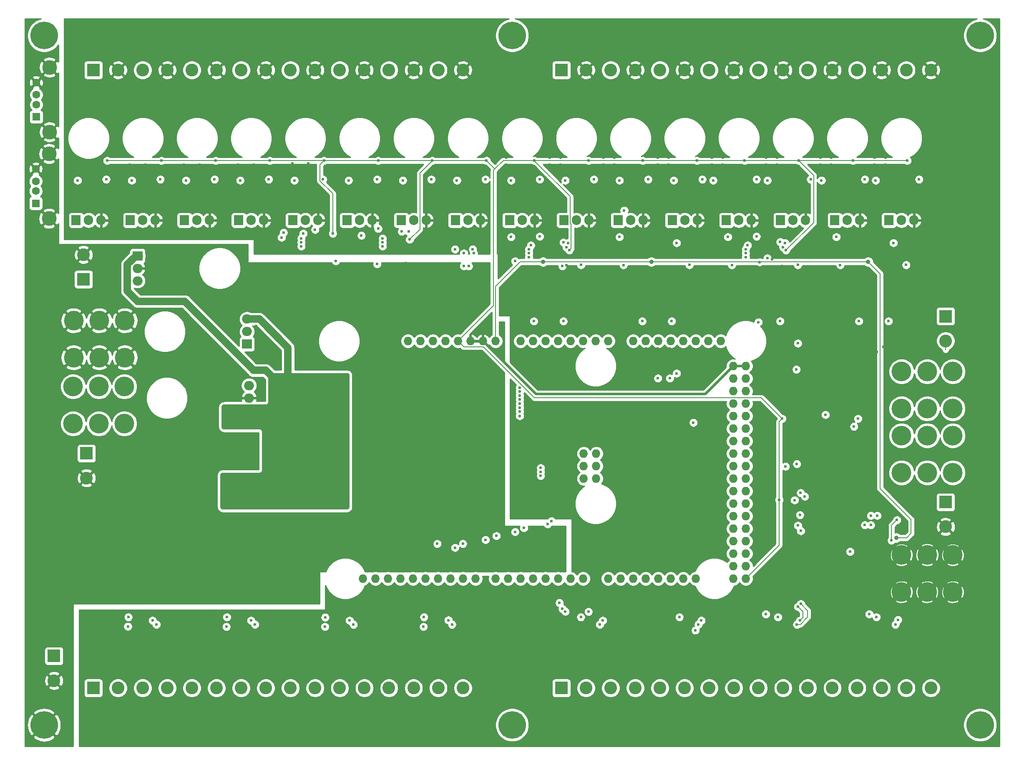
<source format=gbr>
G04 #@! TF.GenerationSoftware,KiCad,Pcbnew,(5.1.5)-3*
G04 #@! TF.CreationDate,2020-07-21T05:49:22-04:00*
G04 #@! TF.ProjectId,PCB,5043422e-6b69-4636-9164-5f7063625858,0*
G04 #@! TF.SameCoordinates,Original*
G04 #@! TF.FileFunction,Copper,L4,Bot*
G04 #@! TF.FilePolarity,Positive*
%FSLAX46Y46*%
G04 Gerber Fmt 4.6, Leading zero omitted, Abs format (unit mm)*
G04 Created by KiCad (PCBNEW (5.1.5)-3) date 2020-07-21 05:49:22*
%MOMM*%
%LPD*%
G04 APERTURE LIST*
%ADD10C,4.000000*%
%ADD11O,1.727200X1.727200*%
%ADD12O,1.905000X2.000000*%
%ADD13R,1.905000X2.000000*%
%ADD14R,2.600000X2.600000*%
%ADD15C,2.600000*%
%ADD16C,5.600000*%
%ADD17O,2.000000X1.905000*%
%ADD18R,2.000000X1.905000*%
%ADD19C,3.000000*%
%ADD20R,1.600000X1.600000*%
%ADD21C,1.600000*%
%ADD22C,0.600000*%
%ADD23C,0.900000*%
%ADD24C,1.500000*%
%ADD25C,0.500000*%
%ADD26C,0.200000*%
%ADD27C,0.254000*%
G04 APERTURE END LIST*
D10*
X305050000Y-145240000D03*
X305050000Y-152760000D03*
X310250000Y-145240000D03*
X310250000Y-152760000D03*
X315450000Y-145240000D03*
X315450000Y-152760000D03*
X305050000Y-158240000D03*
X305050000Y-165760000D03*
X310250000Y-158240000D03*
X310250000Y-165760000D03*
X315450000Y-158240000D03*
X315450000Y-165760000D03*
D11*
X240527000Y-166980000D03*
X273420000Y-144120000D03*
X270880000Y-144120000D03*
X273420000Y-146660000D03*
X270880000Y-146660000D03*
X273420000Y-149200000D03*
X270880000Y-149200000D03*
X273420000Y-151740000D03*
X270880000Y-151740000D03*
X273420000Y-154280000D03*
X270880000Y-154280000D03*
X273420000Y-156820000D03*
X270880000Y-156820000D03*
X273420000Y-159360000D03*
X270880000Y-159360000D03*
X273420000Y-161900000D03*
X270880000Y-161900000D03*
X273420000Y-164440000D03*
X270880000Y-164440000D03*
X273420000Y-166980000D03*
X270880000Y-166980000D03*
X273420000Y-169520000D03*
X270880000Y-169520000D03*
X273420000Y-172060000D03*
X270880000Y-172060000D03*
X273420000Y-174600000D03*
X270880000Y-174600000D03*
X273420000Y-177140000D03*
X270880000Y-177140000D03*
X273420000Y-179680000D03*
X270880000Y-179680000D03*
X273420000Y-182220000D03*
X270880000Y-182220000D03*
X273420000Y-184760000D03*
X270880000Y-184760000D03*
X273420000Y-187300000D03*
X270880000Y-187300000D03*
X268340000Y-139040000D03*
X265800000Y-139040000D03*
X263260000Y-139040000D03*
X260720000Y-139040000D03*
X258180000Y-139040000D03*
X255640000Y-139040000D03*
X253100000Y-139040000D03*
X250560000Y-139040000D03*
X245480000Y-139040000D03*
X242940000Y-139040000D03*
X240400000Y-139040000D03*
X237860000Y-139040000D03*
X235320000Y-139040000D03*
X232780000Y-139040000D03*
X230240000Y-139040000D03*
X204840000Y-139040000D03*
X210936000Y-187300000D03*
X208396000Y-187300000D03*
X205856000Y-187300000D03*
X200776000Y-187300000D03*
X198236000Y-187300000D03*
X195696000Y-187300000D03*
X213476000Y-187300000D03*
X216016000Y-187300000D03*
X218556000Y-187300000D03*
X203316000Y-187300000D03*
X222620000Y-187300000D03*
X225160000Y-187300000D03*
X227700000Y-187300000D03*
X230240000Y-187300000D03*
X232780000Y-187300000D03*
X235320000Y-187300000D03*
X237860000Y-187300000D03*
X240400000Y-187300000D03*
X245480000Y-187300000D03*
X248020000Y-187300000D03*
X250560000Y-187300000D03*
X253100000Y-187300000D03*
X255640000Y-187300000D03*
X258180000Y-187300000D03*
X260720000Y-187300000D03*
X263260000Y-187300000D03*
X207380000Y-139040000D03*
X209920000Y-139040000D03*
X212460000Y-139040000D03*
X215000000Y-139040000D03*
X217540000Y-139040000D03*
X220080000Y-139040000D03*
X222620000Y-139040000D03*
X227700000Y-139040000D03*
X243067000Y-166980000D03*
X240527000Y-164440000D03*
X243067000Y-164440000D03*
X243067000Y-161900000D03*
X240527000Y-161900000D03*
D12*
X153576000Y-114508000D03*
X151036000Y-114508000D03*
D13*
X148496000Y-114508000D03*
D12*
X186576000Y-114508000D03*
X184036000Y-114508000D03*
D13*
X181496000Y-114508000D03*
D12*
X241576000Y-114508000D03*
X239036000Y-114508000D03*
D13*
X236496000Y-114508000D03*
D12*
X197576000Y-114508000D03*
X195036000Y-114508000D03*
D13*
X192496000Y-114508000D03*
D12*
X252576000Y-114508000D03*
X250036000Y-114508000D03*
D13*
X247496000Y-114508000D03*
D14*
X141000000Y-209500000D03*
D15*
X146000000Y-209500000D03*
X151000000Y-209500000D03*
X156000000Y-209500000D03*
X161000000Y-209500000D03*
X166000000Y-209500000D03*
X171000000Y-209500000D03*
X176000000Y-209500000D03*
X181000000Y-209500000D03*
X186000000Y-209500000D03*
X191000000Y-209500000D03*
X196000000Y-209500000D03*
X201000000Y-209500000D03*
X206000000Y-209500000D03*
X211000000Y-209500000D03*
X216000000Y-209500000D03*
D16*
X226000000Y-217000000D03*
X321000000Y-217000000D03*
X321000000Y-77000000D03*
X226000000Y-77000000D03*
X131000000Y-77000000D03*
X131000000Y-217000000D03*
D17*
X172585000Y-148060000D03*
X172585000Y-150600000D03*
D18*
X172585000Y-153140000D03*
D12*
X230576000Y-114508000D03*
X228036000Y-114508000D03*
D13*
X225496000Y-114508000D03*
D12*
X142576000Y-114508000D03*
X140036000Y-114508000D03*
D13*
X137496000Y-114508000D03*
D12*
X164576000Y-114508000D03*
X162036000Y-114508000D03*
D13*
X159496000Y-114508000D03*
D12*
X175576000Y-114508000D03*
X173036000Y-114508000D03*
D13*
X170496000Y-114508000D03*
D12*
X208576000Y-114508000D03*
X206036000Y-114508000D03*
D13*
X203496000Y-114508000D03*
D12*
X219576000Y-114508000D03*
X217036000Y-114508000D03*
D13*
X214496000Y-114508000D03*
D12*
X263576000Y-114508000D03*
X261036000Y-114508000D03*
D13*
X258496000Y-114508000D03*
D12*
X274576000Y-114508000D03*
X272036000Y-114508000D03*
D13*
X269496000Y-114508000D03*
D12*
X285576000Y-114508000D03*
X283036000Y-114508000D03*
D13*
X280496000Y-114508000D03*
D12*
X296576000Y-114508000D03*
X294036000Y-114508000D03*
D13*
X291496000Y-114508000D03*
D12*
X307576000Y-114508000D03*
X305036000Y-114508000D03*
D13*
X302496000Y-114508000D03*
D17*
X172170208Y-134564999D03*
X172170208Y-137104999D03*
D18*
X172170208Y-139644999D03*
D17*
X149965000Y-126815000D03*
X149965000Y-124275000D03*
D18*
X149965000Y-121735000D03*
D15*
X311000000Y-209500000D03*
X306000000Y-209500000D03*
X301000000Y-209500000D03*
X296000000Y-209500000D03*
X291000000Y-209500000D03*
X286000000Y-209500000D03*
X281000000Y-209500000D03*
X276000000Y-209500000D03*
X271000000Y-209500000D03*
X266000000Y-209500000D03*
X261000000Y-209500000D03*
X256000000Y-209500000D03*
X251000000Y-209500000D03*
X246000000Y-209500000D03*
X241000000Y-209500000D03*
D14*
X236000000Y-209500000D03*
D15*
X216000000Y-84000000D03*
X211000000Y-84000000D03*
X206000000Y-84000000D03*
X201000000Y-84000000D03*
X196000000Y-84000000D03*
X191000000Y-84000000D03*
X186000000Y-84000000D03*
X181000000Y-84000000D03*
X176000000Y-84000000D03*
X171000000Y-84000000D03*
X166000000Y-84000000D03*
X161000000Y-84000000D03*
X156000000Y-84000000D03*
X151000000Y-84000000D03*
X146000000Y-84000000D03*
D14*
X141000000Y-84000000D03*
D10*
X147300000Y-155810000D03*
X147300000Y-148290000D03*
X142100000Y-155810000D03*
X142100000Y-148290000D03*
X136900000Y-155810000D03*
X136900000Y-148290000D03*
X137000000Y-134875000D03*
X137000000Y-142395000D03*
X142200000Y-134875000D03*
X142200000Y-142395000D03*
X147400000Y-134875000D03*
X147400000Y-142395000D03*
D15*
X133000000Y-208000000D03*
D14*
X133000000Y-203000000D03*
X139600000Y-161850000D03*
D15*
X139600000Y-166850000D03*
D14*
X236000000Y-84000000D03*
D15*
X241000000Y-84000000D03*
X246000000Y-84000000D03*
X251000000Y-84000000D03*
X256000000Y-84000000D03*
X261000000Y-84000000D03*
X266000000Y-84000000D03*
X271000000Y-84000000D03*
X276000000Y-84000000D03*
X281000000Y-84000000D03*
X286000000Y-84000000D03*
X291000000Y-84000000D03*
X296000000Y-84000000D03*
X301000000Y-84000000D03*
X306000000Y-84000000D03*
X311000000Y-84000000D03*
D14*
X139000000Y-126500000D03*
D15*
X139000000Y-121500000D03*
D19*
X132010000Y-101005000D03*
X132010000Y-114145000D03*
D20*
X129300000Y-111075000D03*
D21*
X129300000Y-108575000D03*
X129300000Y-106575000D03*
X129300000Y-104075000D03*
X129400000Y-86525000D03*
X129400000Y-89025000D03*
X129400000Y-91025000D03*
D20*
X129400000Y-93525000D03*
D19*
X132110000Y-96595000D03*
X132110000Y-83455000D03*
D10*
X305050000Y-182490000D03*
X305050000Y-190010000D03*
X310250000Y-182490000D03*
X310250000Y-190010000D03*
X315450000Y-182490000D03*
X315450000Y-190010000D03*
D14*
X314000000Y-134000000D03*
D15*
X314000000Y-139000000D03*
D14*
X314000000Y-171750000D03*
D15*
X314000000Y-176750000D03*
D22*
X258000000Y-146600000D03*
X255600000Y-146600000D03*
X175750000Y-156250000D03*
X176750000Y-156250000D03*
X177750000Y-156250000D03*
X178750000Y-156250000D03*
X179750000Y-156250000D03*
D21*
X173500000Y-145000000D03*
D22*
X176000000Y-157750000D03*
X177000000Y-157750000D03*
X178000000Y-157750000D03*
X179000000Y-157750000D03*
X179750000Y-158500000D03*
X178500000Y-158500000D03*
X177500000Y-158500000D03*
X176500000Y-158500000D03*
X176000000Y-159250000D03*
X177000000Y-159250000D03*
X178000000Y-159250000D03*
X179000000Y-159250000D03*
X179750000Y-160000000D03*
X178500000Y-160000000D03*
X177500000Y-160000000D03*
X176500000Y-160000000D03*
X176000000Y-160750000D03*
X177000000Y-160750000D03*
X178000000Y-160750000D03*
X179000000Y-160750000D03*
X179750000Y-161500000D03*
X178500000Y-161500000D03*
X177500000Y-161500000D03*
X176500000Y-161500000D03*
X175750000Y-163250000D03*
X176750000Y-163250000D03*
X177750000Y-163250000D03*
X178750000Y-163250000D03*
X179750000Y-163250000D03*
X181250000Y-157500000D03*
X181250000Y-160500000D03*
X181250000Y-159500000D03*
X181250000Y-161500000D03*
X181250000Y-158500000D03*
X181600000Y-129500000D03*
X181600000Y-132000000D03*
X189200000Y-129500000D03*
X189200000Y-132000000D03*
X185400000Y-129500000D03*
X185400000Y-132000000D03*
X208800000Y-159800000D03*
X206600000Y-157800000D03*
X204400000Y-155600000D03*
X202200000Y-153600000D03*
X200000000Y-151400000D03*
X197800000Y-149400000D03*
X211400000Y-157600000D03*
X209200000Y-155600000D03*
X207000000Y-153400000D03*
X204800000Y-151400000D03*
X202600000Y-149200000D03*
X200400000Y-147200000D03*
X223150000Y-183200000D03*
X224550000Y-185200000D03*
X223150000Y-185200000D03*
X224550000Y-183200000D03*
X216900000Y-183200000D03*
X218300000Y-185200000D03*
X216900000Y-185200000D03*
X218300000Y-183200000D03*
X210650000Y-183200000D03*
X212050000Y-185200000D03*
X210650000Y-185200000D03*
X212050000Y-183200000D03*
X207569800Y-185232300D03*
X207569800Y-183232300D03*
X235650000Y-183200000D03*
X235650000Y-185200000D03*
X230800000Y-183200000D03*
X229400000Y-183200000D03*
X229400000Y-185200000D03*
X230800000Y-185200000D03*
X222000000Y-147400000D03*
X222000000Y-155200000D03*
X220000000Y-155200000D03*
X220000000Y-147400000D03*
X218000000Y-147400000D03*
X216000000Y-147400000D03*
X214000000Y-147400000D03*
X212000000Y-147400000D03*
X210000000Y-147400000D03*
X210000000Y-155200000D03*
X212000000Y-155200000D03*
X214000000Y-155200000D03*
X216000000Y-155200000D03*
X218000000Y-155200000D03*
X223000000Y-168800000D03*
X219600000Y-168800000D03*
X223000000Y-166200000D03*
X219600000Y-166200000D03*
X215400000Y-166200000D03*
X217600000Y-164000000D03*
X215600000Y-162000000D03*
X213200000Y-164000000D03*
X213600000Y-159800000D03*
X211000000Y-162000000D03*
X208600000Y-145600000D03*
X206800000Y-143600000D03*
X204400000Y-141000000D03*
X204400000Y-137400000D03*
X204400000Y-135000000D03*
X204400000Y-133000000D03*
X204400000Y-130800000D03*
X204400000Y-127200000D03*
X204400000Y-124600000D03*
X204400000Y-123200000D03*
X196800000Y-124200000D03*
X197000000Y-127200000D03*
X197000000Y-130800000D03*
X197000000Y-134400000D03*
X170400000Y-132000000D03*
X170400000Y-129500000D03*
X174000000Y-129500000D03*
X174000000Y-132000000D03*
X177800000Y-129500000D03*
X177800000Y-132000000D03*
X197000000Y-137400000D03*
X197000000Y-141000000D03*
X197000000Y-143800000D03*
X197000000Y-146600000D03*
X191800000Y-133000000D03*
X194600000Y-135600000D03*
X194000000Y-131000000D03*
X182200000Y-141800000D03*
X178800000Y-141800000D03*
X176000000Y-138200000D03*
X178200000Y-135800000D03*
X176200000Y-133600000D03*
X174000000Y-136000000D03*
X224000000Y-137250000D03*
X221750000Y-137250000D03*
X221750000Y-135500000D03*
X224000000Y-140750000D03*
X220250000Y-135500000D03*
X220250000Y-137250000D03*
X196750000Y-185000000D03*
X180750000Y-191500000D03*
X179750000Y-175250000D03*
X171750000Y-185250000D03*
X175250000Y-175000000D03*
X166750000Y-183500000D03*
X155250000Y-184000000D03*
X151250000Y-184000000D03*
X144750000Y-170250000D03*
X147750000Y-167250000D03*
X168750000Y-146250000D03*
X174750000Y-148000000D03*
X163500000Y-150500000D03*
X163250000Y-143500000D03*
X157500000Y-124250000D03*
X146000000Y-128750000D03*
X146250000Y-124250000D03*
D23*
X298270000Y-122940000D03*
X254270000Y-122940000D03*
X232270000Y-122940000D03*
X304000000Y-179000000D03*
D22*
X276250000Y-123000000D03*
X151600000Y-103200000D03*
X148400000Y-103200000D03*
X162600000Y-103200000D03*
X159400000Y-103200000D03*
X173600000Y-103200000D03*
X170400000Y-103200000D03*
X184600000Y-103000000D03*
X181400000Y-103000000D03*
X255600000Y-140600000D03*
X258000000Y-140600000D03*
X253200000Y-144600000D03*
X250800000Y-144600000D03*
X250800000Y-142600000D03*
X253200000Y-140600000D03*
X255600000Y-142600000D03*
X185600000Y-106200000D03*
X183000000Y-106200000D03*
X163600000Y-106200000D03*
X163600000Y-109000000D03*
X161000000Y-109000000D03*
X161000000Y-106200000D03*
X152600000Y-106200000D03*
X152600000Y-108400000D03*
X150000000Y-108400000D03*
X150000000Y-106200000D03*
X141600000Y-106200000D03*
X141600000Y-108200000D03*
X139000000Y-108200000D03*
X139000000Y-106200000D03*
X258000000Y-144600000D03*
X255600000Y-144600000D03*
X258000000Y-142600000D03*
X155550000Y-200000000D03*
X151350000Y-200000000D03*
X148150000Y-200800000D03*
X143350000Y-202400000D03*
X143350000Y-200000000D03*
X140950000Y-202400000D03*
X145750000Y-202400000D03*
X148150000Y-199800000D03*
X175550000Y-200000000D03*
X171350000Y-200000000D03*
X168150000Y-200800000D03*
X163350000Y-202400000D03*
X163350000Y-200000000D03*
X160950000Y-202400000D03*
X165750000Y-202400000D03*
X168150000Y-199800000D03*
X195550000Y-200000000D03*
X191350000Y-200000000D03*
X188150000Y-200800000D03*
X183350000Y-202400000D03*
X183350000Y-200000000D03*
X180950000Y-202400000D03*
X185750000Y-202400000D03*
X188150000Y-199800000D03*
X215550000Y-200000000D03*
X211350000Y-200000000D03*
X208150000Y-200800000D03*
X203350000Y-202400000D03*
X203350000Y-200000000D03*
X200950000Y-202400000D03*
X205750000Y-202400000D03*
X208150000Y-199800000D03*
X215750000Y-202600000D03*
X203350000Y-197100000D03*
X209750000Y-200700000D03*
X209750000Y-199700000D03*
X213950000Y-200000000D03*
X213350000Y-202600000D03*
X215750000Y-203800000D03*
X212750000Y-200000000D03*
X210950000Y-202600000D03*
X210950000Y-203800000D03*
X213350000Y-203800000D03*
X205150000Y-200000000D03*
X236200000Y-202400000D03*
X238600000Y-200000000D03*
X240000000Y-198600000D03*
X243400000Y-199800000D03*
X243400000Y-200800000D03*
X243400000Y-198800000D03*
X238600000Y-202400000D03*
X241000000Y-202400000D03*
X280000000Y-198600000D03*
X246600000Y-200000000D03*
X278600000Y-200000000D03*
X286600000Y-200000000D03*
X283400000Y-199800000D03*
X283400000Y-200800000D03*
X283400000Y-198800000D03*
X290600000Y-200000000D03*
X278600000Y-202400000D03*
X281000000Y-202400000D03*
X298600000Y-200500000D03*
X306600000Y-200000000D03*
X303400000Y-199800000D03*
X303400000Y-200800000D03*
X303400000Y-198800000D03*
X310600000Y-200000000D03*
X301000000Y-202400000D03*
X237000000Y-123600000D03*
X303000000Y-103600000D03*
X303000000Y-105800000D03*
X301800000Y-103200000D03*
X301800000Y-101800000D03*
X299600000Y-103200000D03*
X299600000Y-101800000D03*
X292000000Y-103600000D03*
X292000000Y-105800000D03*
X290800000Y-103200000D03*
X290800000Y-101800000D03*
X288600000Y-103200000D03*
X288600000Y-101800000D03*
X281000000Y-103600000D03*
X281000000Y-105800000D03*
X279800000Y-103200000D03*
X279800000Y-101800000D03*
X277600000Y-103200000D03*
X277600000Y-101800000D03*
X226000000Y-103600000D03*
X227200000Y-106400000D03*
X224800000Y-101800000D03*
X222600000Y-103000000D03*
X224800000Y-103200000D03*
X222600000Y-101600000D03*
X237000000Y-103600000D03*
X238200000Y-106200000D03*
X235800000Y-101800000D03*
X233600000Y-103200000D03*
X235800000Y-103200000D03*
X233600000Y-101800000D03*
X248000000Y-103600000D03*
X249200000Y-106400000D03*
X246800000Y-101800000D03*
X244600000Y-103200000D03*
X246800000Y-103200000D03*
X244600000Y-101800000D03*
X259000000Y-103600000D03*
X260200000Y-106400000D03*
X257800000Y-103200000D03*
X257800000Y-101800000D03*
X255600000Y-103200000D03*
X255600000Y-101800000D03*
X153350000Y-202600000D03*
X153950000Y-200000000D03*
X140950000Y-203800000D03*
X150950000Y-202600000D03*
X145150000Y-200000000D03*
X141550000Y-200000000D03*
X150950000Y-203800000D03*
X152750000Y-200000000D03*
X153350000Y-203800000D03*
X155750000Y-203800000D03*
X145750000Y-203800000D03*
X143350000Y-203800000D03*
X155750000Y-202600000D03*
X143200000Y-197000000D03*
X149750000Y-200700000D03*
X149750000Y-199700000D03*
X173350000Y-202600000D03*
X173950000Y-200000000D03*
X160950000Y-203800000D03*
X170950000Y-202600000D03*
X161550000Y-200000000D03*
X170950000Y-203800000D03*
X172750000Y-200000000D03*
X173350000Y-203800000D03*
X175750000Y-203800000D03*
X165750000Y-203800000D03*
X163350000Y-203800000D03*
X175750000Y-202600000D03*
X162800000Y-197100000D03*
X169750000Y-200700000D03*
X169750000Y-199700000D03*
X193350000Y-202600000D03*
X193950000Y-200000000D03*
X180950000Y-203800000D03*
X190950000Y-202600000D03*
X185150000Y-200000000D03*
X181550000Y-200000000D03*
X190950000Y-203800000D03*
X192750000Y-200000000D03*
X193350000Y-203800000D03*
X195750000Y-203800000D03*
X185750000Y-203800000D03*
X183350000Y-203800000D03*
X195750000Y-202600000D03*
X183350000Y-197100000D03*
X189750000Y-200700000D03*
X189750000Y-199700000D03*
X200950000Y-203800000D03*
X205750000Y-203800000D03*
X203350000Y-203800000D03*
X201550000Y-200000000D03*
X305000000Y-198800000D03*
X305000000Y-199800000D03*
X305000000Y-200800000D03*
X307000000Y-198600000D03*
X298600000Y-197200000D03*
X308400000Y-197200000D03*
X300000000Y-198600000D03*
X236800000Y-200000000D03*
X236200000Y-203800000D03*
X238600000Y-203800000D03*
X241000000Y-203800000D03*
X240400000Y-200000000D03*
X246200000Y-202600000D03*
X248000000Y-200000000D03*
X249200000Y-200000000D03*
X246200000Y-203800000D03*
X248600000Y-203800000D03*
X248600000Y-202600000D03*
X251000000Y-203800000D03*
X251000000Y-202600000D03*
X306200000Y-202600000D03*
X308000000Y-200000000D03*
X309200000Y-200000000D03*
X306200000Y-203800000D03*
X308600000Y-203800000D03*
X308600000Y-202600000D03*
X311000000Y-203800000D03*
X311000000Y-202600000D03*
X296800000Y-200000000D03*
X296200000Y-203800000D03*
X298600000Y-203800000D03*
X301000000Y-203800000D03*
X300400000Y-200000000D03*
X288000000Y-200000000D03*
X289200000Y-200000000D03*
X288600000Y-203800000D03*
X288600000Y-202600000D03*
X291000000Y-203800000D03*
X291000000Y-202600000D03*
X276800000Y-200000000D03*
X276200000Y-203800000D03*
X278600000Y-203800000D03*
X281000000Y-203800000D03*
X280400000Y-200000000D03*
X266200000Y-202600000D03*
X268000000Y-200000000D03*
X269200000Y-200000000D03*
X266600000Y-200000000D03*
X266200000Y-203800000D03*
X268600000Y-203800000D03*
X268600000Y-202600000D03*
X271000000Y-203800000D03*
X271000000Y-202600000D03*
X270600000Y-200000000D03*
X263400000Y-198800000D03*
X263400000Y-200800000D03*
X263400000Y-199800000D03*
X265200000Y-198800000D03*
X265200000Y-199800000D03*
X265200000Y-200800000D03*
X267000000Y-198600000D03*
X258600000Y-197200000D03*
X269400000Y-197800000D03*
X260000000Y-198600000D03*
X245000000Y-198700000D03*
X245000000Y-199700000D03*
X245000000Y-200700000D03*
X238600000Y-197100000D03*
X248400000Y-197100000D03*
X293600000Y-197200000D03*
X297000000Y-197200000D03*
X290400000Y-197200000D03*
X293600000Y-192800000D03*
X297000000Y-192800000D03*
X290400000Y-192800000D03*
X285000000Y-198800000D03*
X285000000Y-200800000D03*
X285000000Y-199800000D03*
X287000000Y-198600000D03*
X288400000Y-197200000D03*
X278600000Y-197200000D03*
X258600000Y-202400000D03*
X258600000Y-204000000D03*
X258600000Y-200000000D03*
X260400000Y-200000000D03*
X256800000Y-200000000D03*
X261000000Y-203800000D03*
X261000000Y-202400000D03*
X256200000Y-202400000D03*
X256200000Y-203800000D03*
X286200000Y-203800000D03*
X286200000Y-202600000D03*
X151800000Y-198400000D03*
X154200000Y-197800000D03*
X268800000Y-103200000D03*
X266600000Y-103200000D03*
X266600000Y-101800000D03*
X268800000Y-101800000D03*
X270000000Y-103600000D03*
X270000000Y-105800000D03*
X278800000Y-122400000D03*
X276600000Y-121600000D03*
X277400000Y-121000000D03*
X280800000Y-123800000D03*
X292400000Y-137800000D03*
X294400000Y-137800000D03*
X298400000Y-137800000D03*
X299800000Y-137800000D03*
X302600000Y-138200000D03*
X300000000Y-141200000D03*
X301400000Y-140200000D03*
X311250000Y-139500000D03*
X307750000Y-139500000D03*
X293600000Y-142200000D03*
X292600000Y-142200000D03*
X291400000Y-142200000D03*
X292000000Y-143600000D03*
X294500000Y-144000000D03*
X303300000Y-141900000D03*
X304700000Y-141900000D03*
X306100000Y-141900000D03*
X232400000Y-119600000D03*
X232400000Y-121000000D03*
X232200000Y-147400000D03*
X232200000Y-145400000D03*
X232200000Y-143400000D03*
X231600000Y-142400000D03*
X230600000Y-141400000D03*
X232600000Y-140800000D03*
X233600000Y-141800000D03*
X234200000Y-143400000D03*
X234200000Y-145400000D03*
X234200000Y-147400000D03*
X235400000Y-147400000D03*
X235400000Y-145400000D03*
X235400000Y-143400000D03*
X237600000Y-143400000D03*
X237600000Y-145400000D03*
X237600000Y-147400000D03*
X232200000Y-155200000D03*
X234200000Y-155200000D03*
X234200000Y-157200000D03*
X232200000Y-157200000D03*
X234200000Y-159200000D03*
X232200000Y-159200000D03*
X234200000Y-161200000D03*
X232200000Y-161200000D03*
X234200000Y-163200000D03*
X232200000Y-163200000D03*
X235400000Y-155200000D03*
X235400000Y-157200000D03*
X235400000Y-159200000D03*
X235400000Y-161200000D03*
X235400000Y-163200000D03*
X237600000Y-161200000D03*
X237600000Y-159200000D03*
X237600000Y-157200000D03*
X237600000Y-155200000D03*
X250800000Y-200000000D03*
X294200000Y-157000000D03*
X294400000Y-154000000D03*
X250800000Y-155200000D03*
X253200000Y-155200000D03*
X250800000Y-157200000D03*
X253200000Y-157200000D03*
X253200000Y-159200000D03*
X250800000Y-159200000D03*
X255600000Y-155200000D03*
X255600000Y-157200000D03*
X255600000Y-159200000D03*
X258000000Y-159200000D03*
X258000000Y-157200000D03*
X258000000Y-155200000D03*
X258000000Y-162200000D03*
X255600000Y-162200000D03*
X253200000Y-162200000D03*
X250800000Y-162200000D03*
X250800000Y-164400000D03*
X253200000Y-164400000D03*
X253200000Y-166400000D03*
X250800000Y-166400000D03*
X250800000Y-168400000D03*
X253200000Y-168400000D03*
X255600000Y-164400000D03*
X258000000Y-164400000D03*
X258000000Y-166400000D03*
X255600000Y-166400000D03*
X267800000Y-163200000D03*
X263600000Y-164000000D03*
X260400000Y-167200000D03*
X258600000Y-169000000D03*
X256000000Y-171600000D03*
X253800000Y-173800000D03*
X251600000Y-176000000D03*
X249400000Y-178200000D03*
X260400000Y-159400000D03*
X261800000Y-162000000D03*
X266000000Y-161400000D03*
X265200000Y-165600000D03*
X262400000Y-168400000D03*
X260200000Y-170600000D03*
X258000000Y-172800000D03*
X255800000Y-175000000D03*
X253400000Y-177400000D03*
X251600000Y-179200000D03*
X254200000Y-180000000D03*
X258200000Y-176000000D03*
X262400000Y-171800000D03*
X267200000Y-167000000D03*
X257200000Y-181000000D03*
X259000000Y-179200000D03*
X258800000Y-181000000D03*
X260400000Y-179200000D03*
X260800000Y-177200000D03*
X262000000Y-177200000D03*
X263000000Y-175000000D03*
X264200000Y-175000000D03*
X265000000Y-173000000D03*
X266400000Y-171600000D03*
X268400000Y-169400000D03*
X268000000Y-173000000D03*
X269000000Y-174800000D03*
X266600000Y-174800000D03*
X269000000Y-176600000D03*
X266600000Y-176600000D03*
X265000000Y-178200000D03*
X263600000Y-179600000D03*
X262400000Y-180800000D03*
X261000000Y-182000000D03*
X261000000Y-184000000D03*
X263200000Y-182000000D03*
X264800000Y-180200000D03*
X266600000Y-180200000D03*
X269000000Y-180200000D03*
X267800000Y-178400000D03*
X259000000Y-182600000D03*
X259000000Y-184000000D03*
X255400000Y-182600000D03*
X255400000Y-184000000D03*
X252000000Y-182600000D03*
X252000000Y-184000000D03*
X248600000Y-184000000D03*
X248600000Y-182600000D03*
X245000000Y-182600000D03*
X245000000Y-184000000D03*
X242800000Y-185600000D03*
X241600000Y-184400000D03*
X239800000Y-182600000D03*
X242400000Y-182600000D03*
X244400000Y-116600000D03*
X244400000Y-118800000D03*
X242200000Y-118600000D03*
X242200000Y-117000000D03*
X245200000Y-114200000D03*
X247600000Y-116600000D03*
X244400000Y-124200000D03*
X244400000Y-126400000D03*
X242400000Y-127800000D03*
X246600000Y-128000000D03*
X244400000Y-128000000D03*
X244400000Y-129800000D03*
X244400000Y-132000000D03*
X244400000Y-133600000D03*
X244400000Y-135600000D03*
X242400000Y-135600000D03*
X242400000Y-129800000D03*
X242400000Y-131200000D03*
X246600000Y-129800000D03*
X246600000Y-132000000D03*
X246600000Y-133600000D03*
X246600000Y-135600000D03*
X253200000Y-146600000D03*
X250800000Y-146600000D03*
X247800000Y-155200000D03*
X247800000Y-147400000D03*
X247800000Y-159200000D03*
X247800000Y-162200000D03*
X247800000Y-164400000D03*
X245200000Y-164400000D03*
X245400000Y-162200000D03*
X245400000Y-159200000D03*
X229600000Y-166400000D03*
X228000000Y-165000000D03*
X226400000Y-163600000D03*
X227800000Y-160000000D03*
X229600000Y-161600000D03*
X231000000Y-163000000D03*
X226600000Y-166200000D03*
X226600000Y-168800000D03*
X229800000Y-168800000D03*
X260600000Y-147600000D03*
X260400000Y-155200000D03*
X260400000Y-157200000D03*
X264800000Y-147600000D03*
X267600000Y-145200000D03*
X275400000Y-160400000D03*
X275400000Y-158400000D03*
X275200000Y-155400000D03*
X275400000Y-163000000D03*
X275400000Y-165800000D03*
X275400000Y-168800000D03*
X275400000Y-172000000D03*
X278000000Y-169600000D03*
X278000000Y-172000000D03*
X275200000Y-174800000D03*
X277600000Y-176200000D03*
X279200000Y-178200000D03*
X281800000Y-178200000D03*
X279200000Y-180400000D03*
X281800000Y-180400000D03*
X285800000Y-178200000D03*
X285800000Y-180400000D03*
X288200000Y-179200000D03*
X287600000Y-181800000D03*
X290200000Y-182800000D03*
X290200000Y-180800000D03*
X292400000Y-180800000D03*
X292400000Y-182800000D03*
X172000000Y-106200000D03*
X172000000Y-109000000D03*
X174600000Y-106200000D03*
X174600000Y-109000000D03*
X219600000Y-112400000D03*
X219400000Y-106200000D03*
X216400000Y-106200000D03*
X215600000Y-112400000D03*
X208800000Y-112400000D03*
X202400000Y-112600000D03*
X205400000Y-106400000D03*
X208200000Y-106400000D03*
X197400000Y-106200000D03*
X194600000Y-106200000D03*
X198000000Y-112400000D03*
X191200000Y-112600000D03*
X188600000Y-112600000D03*
X182600000Y-112600000D03*
X180200000Y-112400000D03*
X175800000Y-112400000D03*
X171600000Y-112400000D03*
X169200000Y-112400000D03*
X165000000Y-112400000D03*
X160600000Y-112600000D03*
X223800000Y-112400000D03*
X226600000Y-112400000D03*
X230800000Y-112400000D03*
X240400000Y-113000000D03*
X243000000Y-112200000D03*
X241200000Y-106200000D03*
X241800000Y-108600000D03*
X239600000Y-108600000D03*
X140600000Y-103000000D03*
X137400000Y-103000000D03*
X137400000Y-103000000D03*
X279200000Y-184000000D03*
X279200000Y-186000000D03*
X279200000Y-188000000D03*
X279200000Y-190000000D03*
X279200000Y-192000000D03*
X275200000Y-192000000D03*
X275200000Y-190000000D03*
X275200000Y-188000000D03*
X275200000Y-184000000D03*
X276000000Y-181000000D03*
X259000000Y-189000000D03*
X255400000Y-189000000D03*
X252000000Y-189000000D03*
X248600000Y-189000000D03*
X245000000Y-189000000D03*
X301600000Y-194400000D03*
X301600000Y-192800000D03*
X256200000Y-178000000D03*
X269000000Y-165200000D03*
X260400000Y-174000000D03*
X264800000Y-169400000D03*
X264000000Y-156000000D03*
X266000000Y-156000000D03*
X264000000Y-158000000D03*
X266000000Y-158000000D03*
X264000000Y-160000000D03*
X136000000Y-74500000D03*
X137500000Y-77500000D03*
X145750000Y-74750000D03*
X156250000Y-74500000D03*
X159250000Y-77250000D03*
X167750000Y-74750000D03*
X170250000Y-77500000D03*
X178750000Y-75000000D03*
X181250000Y-78250000D03*
X190000000Y-74750000D03*
X191500000Y-78750000D03*
X201000000Y-75250000D03*
X202750000Y-79000000D03*
X212000000Y-76000000D03*
X213750000Y-79500000D03*
X222000000Y-74500000D03*
X228000000Y-82750000D03*
X230000000Y-74750000D03*
X239250000Y-74750000D03*
X241250000Y-77750000D03*
X250000000Y-75000000D03*
X252250000Y-78250000D03*
X261000000Y-75250000D03*
X263000000Y-79000000D03*
X272500000Y-76250000D03*
X274000000Y-80750000D03*
X276500000Y-87500000D03*
X265250000Y-88250000D03*
X254250000Y-88250000D03*
X243500000Y-88750000D03*
X232250000Y-87500000D03*
X284000000Y-75750000D03*
X284500000Y-81000000D03*
X287500000Y-87500000D03*
X294000000Y-74500000D03*
X296000000Y-78250000D03*
X305000000Y-75000000D03*
X307000000Y-79000000D03*
X303000000Y-82000000D03*
X294000000Y-87750000D03*
X316750000Y-74750000D03*
X323750000Y-81500000D03*
X324000000Y-99000000D03*
X324000000Y-119250000D03*
X324000000Y-137250000D03*
X303750000Y-117250000D03*
X303500000Y-112250000D03*
X292500000Y-112250000D03*
X292500000Y-116750000D03*
X281500000Y-116750000D03*
X281500000Y-112500000D03*
X270500000Y-112500000D03*
X259500000Y-112500000D03*
X259750000Y-117000000D03*
X271000000Y-116500000D03*
X237000000Y-116750000D03*
X226750000Y-116500000D03*
X229000000Y-124250000D03*
X292250000Y-135500000D03*
X288500000Y-124500000D03*
X276500000Y-133750000D03*
X276500000Y-131750000D03*
X272500000Y-133000000D03*
X272500000Y-134250000D03*
X279000000Y-132750000D03*
X275500000Y-143500000D03*
X275500000Y-148250000D03*
X290250000Y-156250000D03*
X285500000Y-156250000D03*
X324000000Y-152000000D03*
X324000000Y-165250000D03*
X324250000Y-178000000D03*
X324250000Y-190500000D03*
X324250000Y-203000000D03*
X324250000Y-213750000D03*
X317250000Y-220250000D03*
X303000000Y-220250000D03*
X287500000Y-220250000D03*
X274250000Y-220250000D03*
X259750000Y-220250000D03*
X245250000Y-220250000D03*
X228500000Y-220250000D03*
X213500000Y-220250000D03*
X196250000Y-220250000D03*
X176500000Y-220250000D03*
X162750000Y-220250000D03*
X149000000Y-220250000D03*
X138750000Y-216250000D03*
X214250000Y-193750000D03*
X220750000Y-193750000D03*
X229000000Y-193750000D03*
X229500000Y-200000000D03*
X219250000Y-200250000D03*
X230500000Y-102400000D03*
X241500000Y-102400000D03*
X252500000Y-102400000D03*
X143800000Y-102400000D03*
X154800000Y-102400000D03*
X165800000Y-102400000D03*
X176800000Y-102400000D03*
X187800000Y-102400000D03*
X198800000Y-102400000D03*
X209800000Y-102400000D03*
X220800000Y-102400000D03*
X306200000Y-102400000D03*
X295200000Y-102400000D03*
X284200000Y-102400000D03*
X273200000Y-102400000D03*
X263500000Y-102400000D03*
X237600000Y-120600000D03*
X281600000Y-120600000D03*
X189600000Y-117200000D03*
X205200000Y-118400000D03*
X280200000Y-171283601D03*
X280800000Y-154800000D03*
X233200000Y-176200000D03*
X230400000Y-135000000D03*
X234000000Y-175600000D03*
X236400000Y-135000000D03*
X226600000Y-122800000D03*
X225800000Y-117900000D03*
X239981250Y-123581250D03*
X237400000Y-119100000D03*
X210800000Y-180200000D03*
X294600000Y-181800000D03*
X252400000Y-135000000D03*
X252400000Y-135000000D03*
X228400000Y-177000000D03*
X258400000Y-135000000D03*
X258400000Y-135000000D03*
X226600000Y-177800000D03*
X247800000Y-117900000D03*
X248600000Y-123600000D03*
X259400000Y-119100000D03*
X261981250Y-123581250D03*
X222800000Y-178600000D03*
X276000000Y-135200000D03*
X280400000Y-135000000D03*
X220600000Y-179400000D03*
X270600000Y-123600000D03*
X269800000Y-117900000D03*
X281400000Y-119100000D03*
X283981250Y-123581250D03*
X296400000Y-135000000D03*
X216000000Y-180200000D03*
X292600000Y-123600000D03*
X291800000Y-117900000D03*
X303400000Y-119100000D03*
X305981250Y-123581250D03*
X284416487Y-174358523D03*
X284000000Y-139500000D03*
X281500000Y-164500000D03*
X283800000Y-164000000D03*
X283699998Y-144800000D03*
X227550000Y-154250000D03*
X227550000Y-153350006D03*
X227550000Y-152550003D03*
X227550000Y-151750000D03*
X227550000Y-150900009D03*
X227550000Y-150100006D03*
X227550000Y-149300003D03*
X227550000Y-148500000D03*
X137800000Y-106400000D03*
X148800000Y-106400000D03*
X159800000Y-106400000D03*
X170800000Y-106400000D03*
X181800000Y-106400000D03*
X192800000Y-106400000D03*
X203800000Y-106400000D03*
X214800000Y-106400000D03*
X248750000Y-112500000D03*
X225800000Y-106400000D03*
X236800000Y-106400000D03*
X247800000Y-106400000D03*
X258800000Y-106400000D03*
X266800000Y-106400000D03*
X277800000Y-106400000D03*
X288800000Y-106400000D03*
X299800000Y-106400000D03*
X304114265Y-175385735D03*
X303000000Y-179500000D03*
X199700000Y-119800000D03*
X229400000Y-122000006D03*
X299950000Y-195100000D03*
X279950000Y-195100000D03*
X239950000Y-195100000D03*
X259950000Y-195100000D03*
X208100000Y-195100000D03*
X188050000Y-195150000D03*
X168100000Y-195100000D03*
X148100000Y-195100000D03*
X235600000Y-192200000D03*
X283340139Y-171353044D03*
X273400000Y-122000006D03*
X183200000Y-119800000D03*
X231800000Y-164800000D03*
X148000000Y-197000000D03*
X213800000Y-196600000D03*
X193800000Y-196600000D03*
X173800000Y-196600000D03*
X303800000Y-196600000D03*
X283800000Y-196600000D03*
X263800000Y-196600000D03*
X199700000Y-119000000D03*
X229400000Y-121200003D03*
X231800000Y-165600000D03*
X273400000Y-121200003D03*
X183200000Y-119000000D03*
X217175735Y-123824265D03*
X218200000Y-121200000D03*
X216200000Y-121200000D03*
X284600000Y-177600000D03*
X284600000Y-192400000D03*
X243800000Y-196600000D03*
X153800000Y-196600000D03*
X236800000Y-193965687D03*
X193000000Y-195800000D03*
X173000000Y-195800000D03*
X284400000Y-195800000D03*
X264400000Y-195800000D03*
X199700000Y-118200000D03*
X229400000Y-120400000D03*
X236200000Y-193400000D03*
X284000000Y-176500000D03*
X231800000Y-166400000D03*
X284000000Y-193000000D03*
X273400000Y-120400000D03*
X183200000Y-118200000D03*
X216200000Y-123800000D03*
X214400000Y-120400000D03*
X218000000Y-120400000D03*
X244400000Y-195800000D03*
X153000000Y-195800000D03*
X304309626Y-195650242D03*
X213060006Y-195719992D03*
X168000000Y-197050000D03*
X188000000Y-197050000D03*
X208000000Y-197050000D03*
X198600000Y-123400000D03*
X220600000Y-106200000D03*
X205000000Y-116800000D03*
X209600000Y-106200000D03*
X203600000Y-116800000D03*
X198600000Y-106200000D03*
X198800000Y-116200000D03*
X187600000Y-106200000D03*
X195400000Y-117600000D03*
X236200000Y-123800000D03*
X259400000Y-145600000D03*
X262800000Y-155600000D03*
X264600000Y-106200000D03*
X264600000Y-106200000D03*
X237000000Y-120000000D03*
X253600000Y-106200000D03*
X236400000Y-119000000D03*
X242600000Y-106200000D03*
X231600000Y-117800000D03*
X231600000Y-106200000D03*
X229800000Y-119600000D03*
X277800000Y-122200000D03*
X281000000Y-120000000D03*
X308600000Y-106200000D03*
X297600000Y-106200000D03*
X280399994Y-118900000D03*
X275600000Y-117800000D03*
X286600000Y-106200000D03*
X273800000Y-119600000D03*
X275600000Y-106200000D03*
X143600000Y-106200000D03*
X179200000Y-118000000D03*
X154600000Y-106200000D03*
X179600000Y-117000000D03*
X165600000Y-106200000D03*
X183600000Y-117200000D03*
X176600000Y-106200000D03*
X186000000Y-116400000D03*
X190200000Y-122800000D03*
X296200000Y-154800000D03*
X285400000Y-170600000D03*
X284550000Y-169865000D03*
X289600000Y-154000000D03*
X295400000Y-156400000D03*
X241500000Y-194000000D03*
X263200000Y-197800000D03*
X277500000Y-194500000D03*
X298500000Y-194500000D03*
X300100000Y-174500000D03*
X298800000Y-176400000D03*
X297600000Y-176400000D03*
X298800000Y-174500000D03*
X302400000Y-135000000D03*
X214400000Y-181000000D03*
D24*
X174670208Y-134564999D02*
X180500000Y-140394791D01*
X172170208Y-134564999D02*
X174670208Y-134564999D01*
X180500000Y-140394791D02*
X180500000Y-153000000D01*
X150304476Y-121735000D02*
X149965000Y-121735000D01*
X159569476Y-131000000D02*
X150000000Y-131000000D01*
X149625524Y-121735000D02*
X149965000Y-121735000D01*
X147914990Y-123445534D02*
X149625524Y-121735000D01*
X147914990Y-128914990D02*
X147914990Y-123445534D01*
X150000000Y-131000000D02*
X147914990Y-128914990D01*
X173500000Y-145000000D02*
X159569476Y-131000000D01*
X176000000Y-145000000D02*
X173500000Y-145000000D01*
X180000000Y-149000000D02*
X176000000Y-145000000D01*
X178000000Y-153000000D02*
X180000000Y-151000000D01*
X180000000Y-151000000D02*
X180000000Y-149000000D01*
D25*
X220943599Y-139903599D02*
X220080000Y-139040000D01*
X230840000Y-149800000D02*
X220943599Y-139903599D01*
X265200000Y-149800000D02*
X230840000Y-149800000D01*
X270880000Y-144120000D02*
X265200000Y-149800000D01*
X217540000Y-139040000D02*
X220080000Y-139040000D01*
X270880000Y-144120000D02*
X273420000Y-144120000D01*
D26*
X298270000Y-122940000D02*
X276270000Y-122940000D01*
X276270000Y-122940000D02*
X254270000Y-122940000D01*
X254270000Y-122940000D02*
X232270000Y-122940000D01*
X232270000Y-122940000D02*
X227600000Y-122940000D01*
X222620000Y-127920000D02*
X222620000Y-139040000D01*
X227600000Y-122940000D02*
X222620000Y-127920000D01*
X304500000Y-179000000D02*
X306100000Y-179000000D01*
X304500000Y-179000000D02*
X304636396Y-179000000D01*
X304000000Y-179000000D02*
X304500000Y-179000000D01*
X306100000Y-179000000D02*
X307000000Y-178100000D01*
X307000000Y-178100000D02*
X307000000Y-175300000D01*
X307000000Y-175300000D02*
X300700000Y-169000000D01*
X300700000Y-125370000D02*
X298270000Y-122940000D01*
X300700000Y-169000000D02*
X300700000Y-125370000D01*
X294200000Y-154200000D02*
X294400000Y-154000000D01*
X294200000Y-157000000D02*
X294200000Y-154200000D01*
X220800000Y-102400000D02*
X222500000Y-104100000D01*
X222500000Y-104100000D02*
X224200000Y-102400000D01*
X284499999Y-102699999D02*
X284200000Y-102400000D01*
X287200001Y-105400001D02*
X284499999Y-102699999D01*
X287200001Y-114999999D02*
X287200001Y-105400001D01*
X281600000Y-120600000D02*
X287200001Y-114999999D01*
X143800000Y-102400000D02*
X154800000Y-102400000D01*
X154800000Y-102400000D02*
X165800000Y-102400000D01*
X165800000Y-102400000D02*
X176800000Y-102400000D01*
X176800000Y-102400000D02*
X187800000Y-102400000D01*
X187800000Y-102400000D02*
X198800000Y-102400000D01*
X198800000Y-102400000D02*
X209800000Y-102400000D01*
X209800000Y-102400000D02*
X220800000Y-102400000D01*
X224200000Y-102400000D02*
X230500000Y-102400000D01*
X230500000Y-102400000D02*
X241500000Y-102400000D01*
X241500000Y-102400000D02*
X252500000Y-102400000D01*
X252500000Y-102400000D02*
X263500000Y-102400000D01*
X263500000Y-102400000D02*
X273200000Y-102400000D01*
X273200000Y-102400000D02*
X284200000Y-102400000D01*
X284200000Y-102400000D02*
X295200000Y-102400000D01*
X295200000Y-102400000D02*
X306200000Y-102400000D01*
X215863599Y-138176401D02*
X215000000Y-139040000D01*
X222219990Y-131820010D02*
X215863599Y-138176401D01*
X222219990Y-104380010D02*
X222219990Y-131820010D01*
X222500000Y-104100000D02*
X222219990Y-104380010D01*
X187500001Y-102699999D02*
X187800000Y-102400000D01*
X186999999Y-103200001D02*
X187500001Y-102699999D01*
X186999999Y-106488001D02*
X186999999Y-103200001D01*
X189600000Y-109088002D02*
X186999999Y-106488001D01*
X189600000Y-117200000D02*
X189600000Y-109088002D01*
X209500001Y-102699999D02*
X209800000Y-102400000D01*
X207288510Y-104911490D02*
X209500001Y-102699999D01*
X207288510Y-116311490D02*
X207288510Y-104911490D01*
X205200000Y-118400000D02*
X207288510Y-116311490D01*
X230799999Y-102699999D02*
X230500000Y-102400000D01*
X237783490Y-115074306D02*
X237783490Y-109683490D01*
X238000001Y-115290817D02*
X237783490Y-115074306D01*
X238000001Y-120199999D02*
X238000001Y-115290817D01*
X237783490Y-109683490D02*
X230799999Y-102699999D01*
X237600000Y-120600000D02*
X238000001Y-120199999D01*
X280200000Y-180520000D02*
X280200000Y-171283601D01*
X273420000Y-187300000D02*
X280200000Y-180520000D01*
X280200000Y-171283601D02*
X280200000Y-156000000D01*
X280200000Y-156000000D02*
X280200000Y-155400000D01*
X280200000Y-155400000D02*
X280800000Y-154800000D01*
X215863599Y-139903599D02*
X215000000Y-139040000D01*
X216163601Y-140203601D02*
X215863599Y-139903599D01*
X230514401Y-150576399D02*
X220141603Y-140203601D01*
X276576399Y-150576399D02*
X230514401Y-150576399D01*
X220141603Y-140203601D02*
X216163601Y-140203601D01*
X280800000Y-154800000D02*
X276576399Y-150576399D01*
X314000000Y-139000000D02*
X314000000Y-140838477D01*
X303000000Y-176500000D02*
X304114265Y-175385735D01*
X303000000Y-179500000D02*
X303000000Y-176500000D01*
X284488002Y-196600000D02*
X284224264Y-196600000D01*
X286000000Y-195088002D02*
X284488002Y-196600000D01*
X286000000Y-193800000D02*
X286000000Y-195088002D01*
X284224264Y-196600000D02*
X283800000Y-196600000D01*
X284600000Y-192400000D02*
X286000000Y-193800000D01*
X285000000Y-195200000D02*
X284400000Y-195800000D01*
X284000000Y-193000000D02*
X285000000Y-194000000D01*
X285000000Y-194000000D02*
X285000000Y-195200000D01*
D27*
G36*
X129998048Y-73697006D02*
G01*
X129372918Y-73955943D01*
X128810315Y-74331862D01*
X128331862Y-74810315D01*
X127955943Y-75372918D01*
X127697006Y-75998048D01*
X127565000Y-76661682D01*
X127565000Y-77338318D01*
X127697006Y-78001952D01*
X127955943Y-78627082D01*
X128331862Y-79189685D01*
X128810315Y-79668138D01*
X129372918Y-80044057D01*
X129998048Y-80302994D01*
X130661682Y-80435000D01*
X131338318Y-80435000D01*
X132001952Y-80302994D01*
X132627082Y-80044057D01*
X133189685Y-79668138D01*
X133668138Y-79189685D01*
X133873000Y-78883087D01*
X133873000Y-82277103D01*
X133601653Y-82142952D01*
X132289605Y-83455000D01*
X133601653Y-84767048D01*
X133873000Y-84632897D01*
X133873000Y-95417103D01*
X133601653Y-95282952D01*
X132289605Y-96595000D01*
X133601653Y-97907048D01*
X133873000Y-97772897D01*
X133873000Y-99953332D01*
X133817214Y-99848962D01*
X133501653Y-99692952D01*
X132189605Y-101005000D01*
X133501653Y-102317048D01*
X133817214Y-102161038D01*
X133873000Y-102051463D01*
X133873000Y-113093332D01*
X133817214Y-112988962D01*
X133501653Y-112832952D01*
X132189605Y-114145000D01*
X133501653Y-115457048D01*
X133817214Y-115301038D01*
X133873000Y-115191463D01*
X133873000Y-119250000D01*
X133875440Y-119274776D01*
X133882667Y-119298601D01*
X133894403Y-119320557D01*
X133910197Y-119339803D01*
X133929443Y-119355597D01*
X133951399Y-119367333D01*
X133975224Y-119374560D01*
X134000000Y-119377000D01*
X172373000Y-119377000D01*
X172373000Y-123000000D01*
X172375440Y-123024776D01*
X172382667Y-123048601D01*
X172394403Y-123070557D01*
X172410197Y-123089803D01*
X172429443Y-123105597D01*
X172451399Y-123117333D01*
X172475224Y-123124560D01*
X172500000Y-123127000D01*
X189323412Y-123127000D01*
X189371414Y-123242889D01*
X189473738Y-123396028D01*
X189603972Y-123526262D01*
X189757111Y-123628586D01*
X189927271Y-123699068D01*
X190107911Y-123735000D01*
X190292089Y-123735000D01*
X190472729Y-123699068D01*
X190642889Y-123628586D01*
X190796028Y-123526262D01*
X190926262Y-123396028D01*
X191028586Y-123242889D01*
X191076588Y-123127000D01*
X197701044Y-123127000D01*
X197700932Y-123127271D01*
X197665000Y-123307911D01*
X197665000Y-123492089D01*
X197700932Y-123672729D01*
X197771414Y-123842889D01*
X197873738Y-123996028D01*
X198003972Y-124126262D01*
X198157111Y-124228586D01*
X198327271Y-124299068D01*
X198507911Y-124335000D01*
X198692089Y-124335000D01*
X198872729Y-124299068D01*
X199042889Y-124228586D01*
X199196028Y-124126262D01*
X199326262Y-123996028D01*
X199428586Y-123842889D01*
X199499068Y-123672729D01*
X199535000Y-123492089D01*
X199535000Y-123307911D01*
X199499068Y-123127271D01*
X199498956Y-123127000D01*
X215550710Y-123127000D01*
X215473738Y-123203972D01*
X215371414Y-123357111D01*
X215300932Y-123527271D01*
X215265000Y-123707911D01*
X215265000Y-123892089D01*
X215300932Y-124072729D01*
X215371414Y-124242889D01*
X215473738Y-124396028D01*
X215603972Y-124526262D01*
X215757111Y-124628586D01*
X215927271Y-124699068D01*
X216107911Y-124735000D01*
X216292089Y-124735000D01*
X216472729Y-124699068D01*
X216642889Y-124628586D01*
X216669710Y-124610665D01*
X216732846Y-124652851D01*
X216903006Y-124723333D01*
X217083646Y-124759265D01*
X217267824Y-124759265D01*
X217448464Y-124723333D01*
X217618624Y-124652851D01*
X217771763Y-124550527D01*
X217901997Y-124420293D01*
X218004321Y-124267154D01*
X218074803Y-124096994D01*
X218110735Y-123916354D01*
X218110735Y-123732176D01*
X218074803Y-123551536D01*
X218004321Y-123381376D01*
X217901997Y-123228237D01*
X217800760Y-123127000D01*
X221484991Y-123127000D01*
X221484991Y-131515562D01*
X215407464Y-137593090D01*
X215147599Y-137541400D01*
X214852401Y-137541400D01*
X214562875Y-137598990D01*
X214290147Y-137711958D01*
X214044698Y-137875961D01*
X213835961Y-138084698D01*
X213730000Y-138243281D01*
X213624039Y-138084698D01*
X213415302Y-137875961D01*
X213169853Y-137711958D01*
X212897125Y-137598990D01*
X212607599Y-137541400D01*
X212312401Y-137541400D01*
X212022875Y-137598990D01*
X211750147Y-137711958D01*
X211504698Y-137875961D01*
X211295961Y-138084698D01*
X211190000Y-138243281D01*
X211084039Y-138084698D01*
X210875302Y-137875961D01*
X210629853Y-137711958D01*
X210357125Y-137598990D01*
X210067599Y-137541400D01*
X209772401Y-137541400D01*
X209482875Y-137598990D01*
X209210147Y-137711958D01*
X208964698Y-137875961D01*
X208755961Y-138084698D01*
X208650000Y-138243281D01*
X208544039Y-138084698D01*
X208335302Y-137875961D01*
X208089853Y-137711958D01*
X207817125Y-137598990D01*
X207527599Y-137541400D01*
X207232401Y-137541400D01*
X206942875Y-137598990D01*
X206670147Y-137711958D01*
X206424698Y-137875961D01*
X206215961Y-138084698D01*
X206110000Y-138243281D01*
X206004039Y-138084698D01*
X205795302Y-137875961D01*
X205549853Y-137711958D01*
X205277125Y-137598990D01*
X204987599Y-137541400D01*
X204692401Y-137541400D01*
X204402875Y-137598990D01*
X204130147Y-137711958D01*
X203884698Y-137875961D01*
X203675961Y-138084698D01*
X203511958Y-138330147D01*
X203398990Y-138602875D01*
X203341400Y-138892401D01*
X203341400Y-139187599D01*
X203398990Y-139477125D01*
X203511958Y-139749853D01*
X203675961Y-139995302D01*
X203884698Y-140204039D01*
X204130147Y-140368042D01*
X204402875Y-140481010D01*
X204692401Y-140538600D01*
X204987599Y-140538600D01*
X205277125Y-140481010D01*
X205549853Y-140368042D01*
X205795302Y-140204039D01*
X206004039Y-139995302D01*
X206110000Y-139836719D01*
X206215961Y-139995302D01*
X206424698Y-140204039D01*
X206670147Y-140368042D01*
X206942875Y-140481010D01*
X207232401Y-140538600D01*
X207527599Y-140538600D01*
X207817125Y-140481010D01*
X208089853Y-140368042D01*
X208335302Y-140204039D01*
X208544039Y-139995302D01*
X208650000Y-139836719D01*
X208755961Y-139995302D01*
X208964698Y-140204039D01*
X209210147Y-140368042D01*
X209482875Y-140481010D01*
X209772401Y-140538600D01*
X210067599Y-140538600D01*
X210357125Y-140481010D01*
X210629853Y-140368042D01*
X210875302Y-140204039D01*
X211084039Y-139995302D01*
X211190000Y-139836719D01*
X211295961Y-139995302D01*
X211504698Y-140204039D01*
X211750147Y-140368042D01*
X212022875Y-140481010D01*
X212312401Y-140538600D01*
X212607599Y-140538600D01*
X212897125Y-140481010D01*
X213169853Y-140368042D01*
X213415302Y-140204039D01*
X213624039Y-139995302D01*
X213730000Y-139836719D01*
X213835961Y-139995302D01*
X214044698Y-140204039D01*
X214290147Y-140368042D01*
X214562875Y-140481010D01*
X214852401Y-140538600D01*
X215147599Y-140538600D01*
X215407464Y-140486910D01*
X215618342Y-140697788D01*
X215641363Y-140725839D01*
X215753281Y-140817688D01*
X215880968Y-140885938D01*
X216017555Y-140927371D01*
X216019516Y-140927966D01*
X216163601Y-140942157D01*
X216199706Y-140938601D01*
X219837157Y-140938601D01*
X224373000Y-145474445D01*
X224373000Y-176500000D01*
X224375440Y-176524776D01*
X224382667Y-176548601D01*
X224394403Y-176570557D01*
X224410197Y-176589803D01*
X224429443Y-176605597D01*
X224451399Y-176617333D01*
X224475224Y-176624560D01*
X224500000Y-176627000D01*
X227542465Y-176627000D01*
X227500932Y-176727271D01*
X227465000Y-176907911D01*
X227465000Y-177092089D01*
X227500932Y-177272729D01*
X227571414Y-177442889D01*
X227673738Y-177596028D01*
X227803972Y-177726262D01*
X227957111Y-177828586D01*
X228127271Y-177899068D01*
X228307911Y-177935000D01*
X228492089Y-177935000D01*
X228672729Y-177899068D01*
X228842889Y-177828586D01*
X228996028Y-177726262D01*
X229126262Y-177596028D01*
X229228586Y-177442889D01*
X229299068Y-177272729D01*
X229335000Y-177092089D01*
X229335000Y-176907911D01*
X229299068Y-176727271D01*
X229257535Y-176627000D01*
X232364833Y-176627000D01*
X232371414Y-176642889D01*
X232473738Y-176796028D01*
X232603972Y-176926262D01*
X232757111Y-177028586D01*
X232927271Y-177099068D01*
X233107911Y-177135000D01*
X233292089Y-177135000D01*
X233472729Y-177099068D01*
X233642889Y-177028586D01*
X233796028Y-176926262D01*
X233926262Y-176796028D01*
X234028586Y-176642889D01*
X234035167Y-176627000D01*
X236873000Y-176627000D01*
X236873000Y-185873000D01*
X235790948Y-185873000D01*
X235757125Y-185858990D01*
X235467599Y-185801400D01*
X235172401Y-185801400D01*
X234882875Y-185858990D01*
X234849052Y-185873000D01*
X233250948Y-185873000D01*
X233217125Y-185858990D01*
X232927599Y-185801400D01*
X232632401Y-185801400D01*
X232342875Y-185858990D01*
X232309052Y-185873000D01*
X230710948Y-185873000D01*
X230677125Y-185858990D01*
X230387599Y-185801400D01*
X230092401Y-185801400D01*
X229802875Y-185858990D01*
X229769052Y-185873000D01*
X228170948Y-185873000D01*
X228137125Y-185858990D01*
X227847599Y-185801400D01*
X227552401Y-185801400D01*
X227262875Y-185858990D01*
X227229052Y-185873000D01*
X225630948Y-185873000D01*
X225597125Y-185858990D01*
X225307599Y-185801400D01*
X225012401Y-185801400D01*
X224722875Y-185858990D01*
X224689052Y-185873000D01*
X223090948Y-185873000D01*
X223057125Y-185858990D01*
X222767599Y-185801400D01*
X222472401Y-185801400D01*
X222182875Y-185858990D01*
X222149052Y-185873000D01*
X219026948Y-185873000D01*
X218993125Y-185858990D01*
X218703599Y-185801400D01*
X218408401Y-185801400D01*
X218118875Y-185858990D01*
X218085052Y-185873000D01*
X216486948Y-185873000D01*
X216453125Y-185858990D01*
X216163599Y-185801400D01*
X215868401Y-185801400D01*
X215578875Y-185858990D01*
X215545052Y-185873000D01*
X213946948Y-185873000D01*
X213913125Y-185858990D01*
X213623599Y-185801400D01*
X213328401Y-185801400D01*
X213038875Y-185858990D01*
X213005052Y-185873000D01*
X211406948Y-185873000D01*
X211373125Y-185858990D01*
X211083599Y-185801400D01*
X210788401Y-185801400D01*
X210498875Y-185858990D01*
X210465052Y-185873000D01*
X208866948Y-185873000D01*
X208833125Y-185858990D01*
X208543599Y-185801400D01*
X208248401Y-185801400D01*
X207958875Y-185858990D01*
X207925052Y-185873000D01*
X206326948Y-185873000D01*
X206293125Y-185858990D01*
X206003599Y-185801400D01*
X205708401Y-185801400D01*
X205418875Y-185858990D01*
X205385052Y-185873000D01*
X203754052Y-185873000D01*
X203675027Y-185845037D01*
X203621183Y-185873000D01*
X203010817Y-185873000D01*
X202956973Y-185845037D01*
X202877948Y-185873000D01*
X201246948Y-185873000D01*
X201213125Y-185858990D01*
X200923599Y-185801400D01*
X200628401Y-185801400D01*
X200338875Y-185858990D01*
X200305052Y-185873000D01*
X198706948Y-185873000D01*
X198673125Y-185858990D01*
X198383599Y-185801400D01*
X198088401Y-185801400D01*
X197798875Y-185858990D01*
X197765052Y-185873000D01*
X196166948Y-185873000D01*
X196133125Y-185858990D01*
X196117063Y-185855795D01*
X195885919Y-185297765D01*
X195423326Y-184605444D01*
X194834556Y-184016674D01*
X194142235Y-183554081D01*
X193372971Y-183235441D01*
X192556323Y-183073000D01*
X191723677Y-183073000D01*
X190907029Y-183235441D01*
X190137765Y-183554081D01*
X189445444Y-184016674D01*
X188856674Y-184605444D01*
X188394081Y-185297765D01*
X188155811Y-185873000D01*
X187000000Y-185873000D01*
X186975224Y-185875440D01*
X186951399Y-185882667D01*
X186929443Y-185894403D01*
X186910197Y-185910197D01*
X186894403Y-185929443D01*
X186882667Y-185951399D01*
X186875440Y-185975224D01*
X186873000Y-186000000D01*
X186873000Y-192373000D01*
X137000000Y-192373000D01*
X136975224Y-192375440D01*
X136951399Y-192382667D01*
X136929443Y-192394403D01*
X136910197Y-192410197D01*
X136894403Y-192429443D01*
X136882667Y-192451399D01*
X136875440Y-192475224D01*
X136873000Y-192500000D01*
X136873000Y-221315000D01*
X127127000Y-221315000D01*
X127127000Y-219416481D01*
X128763124Y-219416481D01*
X129075308Y-219865177D01*
X129671259Y-220185612D01*
X130318273Y-220383626D01*
X130991484Y-220451610D01*
X131665023Y-220386949D01*
X132313006Y-220192130D01*
X132910530Y-219874639D01*
X132924692Y-219865177D01*
X133236876Y-219416481D01*
X131000000Y-217179605D01*
X128763124Y-219416481D01*
X127127000Y-219416481D01*
X127127000Y-216991484D01*
X127548390Y-216991484D01*
X127613051Y-217665023D01*
X127807870Y-218313006D01*
X128125361Y-218910530D01*
X128134823Y-218924692D01*
X128583519Y-219236876D01*
X130820395Y-217000000D01*
X131179605Y-217000000D01*
X133416481Y-219236876D01*
X133865177Y-218924692D01*
X134185612Y-218328741D01*
X134383626Y-217681727D01*
X134451610Y-217008516D01*
X134386949Y-216334977D01*
X134192130Y-215686994D01*
X133874639Y-215089470D01*
X133865177Y-215075308D01*
X133416481Y-214763124D01*
X131179605Y-217000000D01*
X130820395Y-217000000D01*
X128583519Y-214763124D01*
X128134823Y-215075308D01*
X127814388Y-215671259D01*
X127616374Y-216318273D01*
X127548390Y-216991484D01*
X127127000Y-216991484D01*
X127127000Y-214583519D01*
X128763124Y-214583519D01*
X131000000Y-216820395D01*
X133236876Y-214583519D01*
X132924692Y-214134823D01*
X132328741Y-213814388D01*
X131681727Y-213616374D01*
X131008516Y-213548390D01*
X130334977Y-213613051D01*
X129686994Y-213807870D01*
X129089470Y-214125361D01*
X129075308Y-214134823D01*
X128763124Y-214583519D01*
X127127000Y-214583519D01*
X127127000Y-209349224D01*
X131830381Y-209349224D01*
X131962317Y-209644312D01*
X132303045Y-209815159D01*
X132670557Y-209916250D01*
X133050729Y-209943701D01*
X133428951Y-209896457D01*
X133790690Y-209776333D01*
X134037683Y-209644312D01*
X134169619Y-209349224D01*
X133000000Y-208179605D01*
X131830381Y-209349224D01*
X127127000Y-209349224D01*
X127127000Y-208050729D01*
X131056299Y-208050729D01*
X131103543Y-208428951D01*
X131223667Y-208790690D01*
X131355688Y-209037683D01*
X131650776Y-209169619D01*
X132820395Y-208000000D01*
X133179605Y-208000000D01*
X134349224Y-209169619D01*
X134644312Y-209037683D01*
X134815159Y-208696955D01*
X134916250Y-208329443D01*
X134943701Y-207949271D01*
X134896457Y-207571049D01*
X134776333Y-207209310D01*
X134644312Y-206962317D01*
X134349224Y-206830381D01*
X133179605Y-208000000D01*
X132820395Y-208000000D01*
X131650776Y-206830381D01*
X131355688Y-206962317D01*
X131184841Y-207303045D01*
X131083750Y-207670557D01*
X131056299Y-208050729D01*
X127127000Y-208050729D01*
X127127000Y-206650776D01*
X131830381Y-206650776D01*
X133000000Y-207820395D01*
X134169619Y-206650776D01*
X134037683Y-206355688D01*
X133696955Y-206184841D01*
X133329443Y-206083750D01*
X132949271Y-206056299D01*
X132571049Y-206103543D01*
X132209310Y-206223667D01*
X131962317Y-206355688D01*
X131830381Y-206650776D01*
X127127000Y-206650776D01*
X127127000Y-201700000D01*
X131061928Y-201700000D01*
X131061928Y-204300000D01*
X131074188Y-204424482D01*
X131110498Y-204544180D01*
X131169463Y-204654494D01*
X131248815Y-204751185D01*
X131345506Y-204830537D01*
X131455820Y-204889502D01*
X131575518Y-204925812D01*
X131700000Y-204938072D01*
X134300000Y-204938072D01*
X134424482Y-204925812D01*
X134544180Y-204889502D01*
X134654494Y-204830537D01*
X134751185Y-204751185D01*
X134830537Y-204654494D01*
X134889502Y-204544180D01*
X134925812Y-204424482D01*
X134938072Y-204300000D01*
X134938072Y-201700000D01*
X134925812Y-201575518D01*
X134889502Y-201455820D01*
X134830537Y-201345506D01*
X134751185Y-201248815D01*
X134654494Y-201169463D01*
X134544180Y-201110498D01*
X134424482Y-201074188D01*
X134300000Y-201061928D01*
X131700000Y-201061928D01*
X131575518Y-201074188D01*
X131455820Y-201110498D01*
X131345506Y-201169463D01*
X131248815Y-201248815D01*
X131169463Y-201345506D01*
X131110498Y-201455820D01*
X131074188Y-201575518D01*
X131061928Y-201700000D01*
X127127000Y-201700000D01*
X127127000Y-180107911D01*
X209865000Y-180107911D01*
X209865000Y-180292089D01*
X209900932Y-180472729D01*
X209971414Y-180642889D01*
X210073738Y-180796028D01*
X210203972Y-180926262D01*
X210357111Y-181028586D01*
X210527271Y-181099068D01*
X210707911Y-181135000D01*
X210892089Y-181135000D01*
X211072729Y-181099068D01*
X211242889Y-181028586D01*
X211396028Y-180926262D01*
X211414379Y-180907911D01*
X213465000Y-180907911D01*
X213465000Y-181092089D01*
X213500932Y-181272729D01*
X213571414Y-181442889D01*
X213673738Y-181596028D01*
X213803972Y-181726262D01*
X213957111Y-181828586D01*
X214127271Y-181899068D01*
X214307911Y-181935000D01*
X214492089Y-181935000D01*
X214672729Y-181899068D01*
X214842889Y-181828586D01*
X214996028Y-181726262D01*
X215126262Y-181596028D01*
X215228586Y-181442889D01*
X215299068Y-181272729D01*
X215335000Y-181092089D01*
X215335000Y-180907911D01*
X215322430Y-180844720D01*
X215403972Y-180926262D01*
X215557111Y-181028586D01*
X215727271Y-181099068D01*
X215907911Y-181135000D01*
X216092089Y-181135000D01*
X216272729Y-181099068D01*
X216442889Y-181028586D01*
X216596028Y-180926262D01*
X216726262Y-180796028D01*
X216828586Y-180642889D01*
X216899068Y-180472729D01*
X216935000Y-180292089D01*
X216935000Y-180107911D01*
X216899068Y-179927271D01*
X216828586Y-179757111D01*
X216726262Y-179603972D01*
X216596028Y-179473738D01*
X216442889Y-179371414D01*
X216289578Y-179307911D01*
X219665000Y-179307911D01*
X219665000Y-179492089D01*
X219700932Y-179672729D01*
X219771414Y-179842889D01*
X219873738Y-179996028D01*
X220003972Y-180126262D01*
X220157111Y-180228586D01*
X220327271Y-180299068D01*
X220507911Y-180335000D01*
X220692089Y-180335000D01*
X220872729Y-180299068D01*
X221042889Y-180228586D01*
X221196028Y-180126262D01*
X221326262Y-179996028D01*
X221428586Y-179842889D01*
X221499068Y-179672729D01*
X221535000Y-179492089D01*
X221535000Y-179307911D01*
X221499068Y-179127271D01*
X221428586Y-178957111D01*
X221326262Y-178803972D01*
X221196028Y-178673738D01*
X221042889Y-178571414D01*
X220889578Y-178507911D01*
X221865000Y-178507911D01*
X221865000Y-178692089D01*
X221900932Y-178872729D01*
X221971414Y-179042889D01*
X222073738Y-179196028D01*
X222203972Y-179326262D01*
X222357111Y-179428586D01*
X222527271Y-179499068D01*
X222707911Y-179535000D01*
X222892089Y-179535000D01*
X223072729Y-179499068D01*
X223242889Y-179428586D01*
X223396028Y-179326262D01*
X223526262Y-179196028D01*
X223628586Y-179042889D01*
X223699068Y-178872729D01*
X223735000Y-178692089D01*
X223735000Y-178507911D01*
X223699068Y-178327271D01*
X223628586Y-178157111D01*
X223526262Y-178003972D01*
X223396028Y-177873738D01*
X223242889Y-177771414D01*
X223089578Y-177707911D01*
X225665000Y-177707911D01*
X225665000Y-177892089D01*
X225700932Y-178072729D01*
X225771414Y-178242889D01*
X225873738Y-178396028D01*
X226003972Y-178526262D01*
X226157111Y-178628586D01*
X226327271Y-178699068D01*
X226507911Y-178735000D01*
X226692089Y-178735000D01*
X226872729Y-178699068D01*
X227042889Y-178628586D01*
X227196028Y-178526262D01*
X227326262Y-178396028D01*
X227428586Y-178242889D01*
X227499068Y-178072729D01*
X227535000Y-177892089D01*
X227535000Y-177707911D01*
X227499068Y-177527271D01*
X227428586Y-177357111D01*
X227326262Y-177203972D01*
X227196028Y-177073738D01*
X227042889Y-176971414D01*
X226872729Y-176900932D01*
X226692089Y-176865000D01*
X226507911Y-176865000D01*
X226327271Y-176900932D01*
X226157111Y-176971414D01*
X226003972Y-177073738D01*
X225873738Y-177203972D01*
X225771414Y-177357111D01*
X225700932Y-177527271D01*
X225665000Y-177707911D01*
X223089578Y-177707911D01*
X223072729Y-177700932D01*
X222892089Y-177665000D01*
X222707911Y-177665000D01*
X222527271Y-177700932D01*
X222357111Y-177771414D01*
X222203972Y-177873738D01*
X222073738Y-178003972D01*
X221971414Y-178157111D01*
X221900932Y-178327271D01*
X221865000Y-178507911D01*
X220889578Y-178507911D01*
X220872729Y-178500932D01*
X220692089Y-178465000D01*
X220507911Y-178465000D01*
X220327271Y-178500932D01*
X220157111Y-178571414D01*
X220003972Y-178673738D01*
X219873738Y-178803972D01*
X219771414Y-178957111D01*
X219700932Y-179127271D01*
X219665000Y-179307911D01*
X216289578Y-179307911D01*
X216272729Y-179300932D01*
X216092089Y-179265000D01*
X215907911Y-179265000D01*
X215727271Y-179300932D01*
X215557111Y-179371414D01*
X215403972Y-179473738D01*
X215273738Y-179603972D01*
X215171414Y-179757111D01*
X215100932Y-179927271D01*
X215065000Y-180107911D01*
X215065000Y-180292089D01*
X215077570Y-180355280D01*
X214996028Y-180273738D01*
X214842889Y-180171414D01*
X214672729Y-180100932D01*
X214492089Y-180065000D01*
X214307911Y-180065000D01*
X214127271Y-180100932D01*
X213957111Y-180171414D01*
X213803972Y-180273738D01*
X213673738Y-180403972D01*
X213571414Y-180557111D01*
X213500932Y-180727271D01*
X213465000Y-180907911D01*
X211414379Y-180907911D01*
X211526262Y-180796028D01*
X211628586Y-180642889D01*
X211699068Y-180472729D01*
X211735000Y-180292089D01*
X211735000Y-180107911D01*
X211699068Y-179927271D01*
X211628586Y-179757111D01*
X211526262Y-179603972D01*
X211396028Y-179473738D01*
X211242889Y-179371414D01*
X211072729Y-179300932D01*
X210892089Y-179265000D01*
X210707911Y-179265000D01*
X210527271Y-179300932D01*
X210357111Y-179371414D01*
X210203972Y-179473738D01*
X210073738Y-179603972D01*
X209971414Y-179757111D01*
X209900932Y-179927271D01*
X209865000Y-180107911D01*
X127127000Y-180107911D01*
X127127000Y-168199224D01*
X138430381Y-168199224D01*
X138562317Y-168494312D01*
X138903045Y-168665159D01*
X139270557Y-168766250D01*
X139650729Y-168793701D01*
X140028951Y-168746457D01*
X140390690Y-168626333D01*
X140637683Y-168494312D01*
X140769619Y-168199224D01*
X139600000Y-167029605D01*
X138430381Y-168199224D01*
X127127000Y-168199224D01*
X127127000Y-166900729D01*
X137656299Y-166900729D01*
X137703543Y-167278951D01*
X137823667Y-167640690D01*
X137955688Y-167887683D01*
X138250776Y-168019619D01*
X139420395Y-166850000D01*
X139779605Y-166850000D01*
X140949224Y-168019619D01*
X141244312Y-167887683D01*
X141415159Y-167546955D01*
X141516250Y-167179443D01*
X141543701Y-166799271D01*
X141496457Y-166421049D01*
X141376333Y-166059310D01*
X141244312Y-165812317D01*
X140949224Y-165680381D01*
X139779605Y-166850000D01*
X139420395Y-166850000D01*
X138250776Y-165680381D01*
X137955688Y-165812317D01*
X137784841Y-166153045D01*
X137683750Y-166520557D01*
X137656299Y-166900729D01*
X127127000Y-166900729D01*
X127127000Y-165500776D01*
X138430381Y-165500776D01*
X139600000Y-166670395D01*
X140769619Y-165500776D01*
X140637683Y-165205688D01*
X140296955Y-165034841D01*
X139929443Y-164933750D01*
X139549271Y-164906299D01*
X139171049Y-164953543D01*
X138809310Y-165073667D01*
X138562317Y-165205688D01*
X138430381Y-165500776D01*
X127127000Y-165500776D01*
X127127000Y-160550000D01*
X137661928Y-160550000D01*
X137661928Y-163150000D01*
X137674188Y-163274482D01*
X137710498Y-163394180D01*
X137769463Y-163504494D01*
X137848815Y-163601185D01*
X137945506Y-163680537D01*
X138055820Y-163739502D01*
X138175518Y-163775812D01*
X138300000Y-163788072D01*
X140900000Y-163788072D01*
X141024482Y-163775812D01*
X141144180Y-163739502D01*
X141254494Y-163680537D01*
X141351185Y-163601185D01*
X141430537Y-163504494D01*
X141489502Y-163394180D01*
X141525812Y-163274482D01*
X141538072Y-163150000D01*
X141538072Y-160550000D01*
X141525812Y-160425518D01*
X141489502Y-160305820D01*
X141430537Y-160195506D01*
X141351185Y-160098815D01*
X141254494Y-160019463D01*
X141144180Y-159960498D01*
X141024482Y-159924188D01*
X140900000Y-159911928D01*
X138300000Y-159911928D01*
X138175518Y-159924188D01*
X138055820Y-159960498D01*
X137945506Y-160019463D01*
X137848815Y-160098815D01*
X137769463Y-160195506D01*
X137710498Y-160305820D01*
X137674188Y-160425518D01*
X137661928Y-160550000D01*
X127127000Y-160550000D01*
X127127000Y-155550475D01*
X134265000Y-155550475D01*
X134265000Y-156069525D01*
X134366261Y-156578601D01*
X134564893Y-157058141D01*
X134853262Y-157489715D01*
X135220285Y-157856738D01*
X135651859Y-158145107D01*
X136131399Y-158343739D01*
X136640475Y-158445000D01*
X137159525Y-158445000D01*
X137668601Y-158343739D01*
X138148141Y-158145107D01*
X138579715Y-157856738D01*
X138946738Y-157489715D01*
X139235107Y-157058141D01*
X139433739Y-156578601D01*
X139500000Y-156245483D01*
X139566261Y-156578601D01*
X139764893Y-157058141D01*
X140053262Y-157489715D01*
X140420285Y-157856738D01*
X140851859Y-158145107D01*
X141331399Y-158343739D01*
X141840475Y-158445000D01*
X142359525Y-158445000D01*
X142868601Y-158343739D01*
X143348141Y-158145107D01*
X143779715Y-157856738D01*
X144146738Y-157489715D01*
X144435107Y-157058141D01*
X144633739Y-156578601D01*
X144700000Y-156245483D01*
X144766261Y-156578601D01*
X144964893Y-157058141D01*
X145253262Y-157489715D01*
X145620285Y-157856738D01*
X146051859Y-158145107D01*
X146531399Y-158343739D01*
X147040475Y-158445000D01*
X147559525Y-158445000D01*
X148068601Y-158343739D01*
X148548141Y-158145107D01*
X148979715Y-157856738D01*
X149346738Y-157489715D01*
X149635107Y-157058141D01*
X149833739Y-156578601D01*
X149935000Y-156069525D01*
X149935000Y-155550475D01*
X149833739Y-155041399D01*
X149635107Y-154561859D01*
X149346738Y-154130285D01*
X148979715Y-153763262D01*
X148548141Y-153474893D01*
X148068601Y-153276261D01*
X147559525Y-153175000D01*
X147040475Y-153175000D01*
X146531399Y-153276261D01*
X146051859Y-153474893D01*
X145620285Y-153763262D01*
X145253262Y-154130285D01*
X144964893Y-154561859D01*
X144766261Y-155041399D01*
X144700000Y-155374517D01*
X144633739Y-155041399D01*
X144435107Y-154561859D01*
X144146738Y-154130285D01*
X143779715Y-153763262D01*
X143348141Y-153474893D01*
X142868601Y-153276261D01*
X142359525Y-153175000D01*
X141840475Y-153175000D01*
X141331399Y-153276261D01*
X140851859Y-153474893D01*
X140420285Y-153763262D01*
X140053262Y-154130285D01*
X139764893Y-154561859D01*
X139566261Y-155041399D01*
X139500000Y-155374517D01*
X139433739Y-155041399D01*
X139235107Y-154561859D01*
X138946738Y-154130285D01*
X138579715Y-153763262D01*
X138148141Y-153474893D01*
X137668601Y-153276261D01*
X137159525Y-153175000D01*
X136640475Y-153175000D01*
X136131399Y-153276261D01*
X135651859Y-153474893D01*
X135220285Y-153763262D01*
X134853262Y-154130285D01*
X134564893Y-154561859D01*
X134366261Y-155041399D01*
X134265000Y-155550475D01*
X127127000Y-155550475D01*
X127127000Y-148030475D01*
X134265000Y-148030475D01*
X134265000Y-148549525D01*
X134366261Y-149058601D01*
X134564893Y-149538141D01*
X134853262Y-149969715D01*
X135220285Y-150336738D01*
X135651859Y-150625107D01*
X136131399Y-150823739D01*
X136640475Y-150925000D01*
X137159525Y-150925000D01*
X137668601Y-150823739D01*
X138148141Y-150625107D01*
X138579715Y-150336738D01*
X138946738Y-149969715D01*
X139235107Y-149538141D01*
X139433739Y-149058601D01*
X139500000Y-148725483D01*
X139566261Y-149058601D01*
X139764893Y-149538141D01*
X140053262Y-149969715D01*
X140420285Y-150336738D01*
X140851859Y-150625107D01*
X141331399Y-150823739D01*
X141840475Y-150925000D01*
X142359525Y-150925000D01*
X142868601Y-150823739D01*
X143348141Y-150625107D01*
X143779715Y-150336738D01*
X144146738Y-149969715D01*
X144435107Y-149538141D01*
X144633739Y-149058601D01*
X144700000Y-148725483D01*
X144766261Y-149058601D01*
X144964893Y-149538141D01*
X145253262Y-149969715D01*
X145620285Y-150336738D01*
X146051859Y-150625107D01*
X146531399Y-150823739D01*
X147040475Y-150925000D01*
X147559525Y-150925000D01*
X148068601Y-150823739D01*
X148548141Y-150625107D01*
X148979715Y-150336738D01*
X149135238Y-150181215D01*
X151673000Y-150181215D01*
X151673000Y-151018785D01*
X151836402Y-151840263D01*
X152156926Y-152614077D01*
X152622256Y-153310492D01*
X153214508Y-153902744D01*
X153910923Y-154368074D01*
X154684737Y-154688598D01*
X155506215Y-154852000D01*
X156343785Y-154852000D01*
X157165263Y-154688598D01*
X157939077Y-154368074D01*
X158635492Y-153902744D01*
X159227744Y-153310492D01*
X159693074Y-152614077D01*
X160013598Y-151840263D01*
X160177000Y-151018785D01*
X160177000Y-150181215D01*
X160013598Y-149359737D01*
X159693074Y-148585923D01*
X159341664Y-148060000D01*
X170942319Y-148060000D01*
X170972970Y-148371204D01*
X171063745Y-148670449D01*
X171211155Y-148946235D01*
X171409537Y-149187963D01*
X171588899Y-149335163D01*
X171403685Y-149490563D01*
X171209031Y-149733077D01*
X171065429Y-150008906D01*
X170994437Y-150227020D01*
X171114406Y-150473000D01*
X172458000Y-150473000D01*
X172458000Y-150453000D01*
X172712000Y-150453000D01*
X172712000Y-150473000D01*
X174055594Y-150473000D01*
X174175563Y-150227020D01*
X174104571Y-150008906D01*
X173960969Y-149733077D01*
X173766315Y-149490563D01*
X173581101Y-149335163D01*
X173760463Y-149187963D01*
X173958845Y-148946235D01*
X174106255Y-148670449D01*
X174197030Y-148371204D01*
X174227681Y-148060000D01*
X174197030Y-147748796D01*
X174106255Y-147449551D01*
X173958845Y-147173765D01*
X173760463Y-146932037D01*
X173518735Y-146733655D01*
X173242949Y-146586245D01*
X172943704Y-146495470D01*
X172710486Y-146472500D01*
X172459514Y-146472500D01*
X172226296Y-146495470D01*
X171927051Y-146586245D01*
X171651265Y-146733655D01*
X171409537Y-146932037D01*
X171211155Y-147173765D01*
X171063745Y-147449551D01*
X170972970Y-147748796D01*
X170942319Y-148060000D01*
X159341664Y-148060000D01*
X159227744Y-147889508D01*
X158635492Y-147297256D01*
X157939077Y-146831926D01*
X157165263Y-146511402D01*
X156343785Y-146348000D01*
X155506215Y-146348000D01*
X154684737Y-146511402D01*
X153910923Y-146831926D01*
X153214508Y-147297256D01*
X152622256Y-147889508D01*
X152156926Y-148585923D01*
X151836402Y-149359737D01*
X151673000Y-150181215D01*
X149135238Y-150181215D01*
X149346738Y-149969715D01*
X149635107Y-149538141D01*
X149833739Y-149058601D01*
X149935000Y-148549525D01*
X149935000Y-148030475D01*
X149833739Y-147521399D01*
X149635107Y-147041859D01*
X149346738Y-146610285D01*
X148979715Y-146243262D01*
X148548141Y-145954893D01*
X148068601Y-145756261D01*
X147559525Y-145655000D01*
X147040475Y-145655000D01*
X146531399Y-145756261D01*
X146051859Y-145954893D01*
X145620285Y-146243262D01*
X145253262Y-146610285D01*
X144964893Y-147041859D01*
X144766261Y-147521399D01*
X144700000Y-147854517D01*
X144633739Y-147521399D01*
X144435107Y-147041859D01*
X144146738Y-146610285D01*
X143779715Y-146243262D01*
X143348141Y-145954893D01*
X142868601Y-145756261D01*
X142359525Y-145655000D01*
X141840475Y-145655000D01*
X141331399Y-145756261D01*
X140851859Y-145954893D01*
X140420285Y-146243262D01*
X140053262Y-146610285D01*
X139764893Y-147041859D01*
X139566261Y-147521399D01*
X139500000Y-147854517D01*
X139433739Y-147521399D01*
X139235107Y-147041859D01*
X138946738Y-146610285D01*
X138579715Y-146243262D01*
X138148141Y-145954893D01*
X137668601Y-145756261D01*
X137159525Y-145655000D01*
X136640475Y-145655000D01*
X136131399Y-145756261D01*
X135651859Y-145954893D01*
X135220285Y-146243262D01*
X134853262Y-146610285D01*
X134564893Y-147041859D01*
X134366261Y-147521399D01*
X134265000Y-148030475D01*
X127127000Y-148030475D01*
X127127000Y-144242499D01*
X135332106Y-144242499D01*
X135548228Y-144609258D01*
X136008105Y-144849938D01*
X136506098Y-144996275D01*
X137023071Y-145042648D01*
X137539159Y-144987273D01*
X138034526Y-144832279D01*
X138451772Y-144609258D01*
X138667894Y-144242499D01*
X140532106Y-144242499D01*
X140748228Y-144609258D01*
X141208105Y-144849938D01*
X141706098Y-144996275D01*
X142223071Y-145042648D01*
X142739159Y-144987273D01*
X143234526Y-144832279D01*
X143651772Y-144609258D01*
X143867894Y-144242499D01*
X145732106Y-144242499D01*
X145948228Y-144609258D01*
X146408105Y-144849938D01*
X146906098Y-144996275D01*
X147423071Y-145042648D01*
X147939159Y-144987273D01*
X148434526Y-144832279D01*
X148851772Y-144609258D01*
X149067894Y-144242499D01*
X147400000Y-142574605D01*
X145732106Y-144242499D01*
X143867894Y-144242499D01*
X142200000Y-142574605D01*
X140532106Y-144242499D01*
X138667894Y-144242499D01*
X137000000Y-142574605D01*
X135332106Y-144242499D01*
X127127000Y-144242499D01*
X127127000Y-142418071D01*
X134352352Y-142418071D01*
X134407727Y-142934159D01*
X134562721Y-143429526D01*
X134785742Y-143846772D01*
X135152501Y-144062894D01*
X136820395Y-142395000D01*
X137179605Y-142395000D01*
X138847499Y-144062894D01*
X139214258Y-143846772D01*
X139454938Y-143386895D01*
X139601275Y-142888902D01*
X139602002Y-142880800D01*
X139607727Y-142934159D01*
X139762721Y-143429526D01*
X139985742Y-143846772D01*
X140352501Y-144062894D01*
X142020395Y-142395000D01*
X142379605Y-142395000D01*
X144047499Y-144062894D01*
X144414258Y-143846772D01*
X144654938Y-143386895D01*
X144801275Y-142888902D01*
X144802002Y-142880800D01*
X144807727Y-142934159D01*
X144962721Y-143429526D01*
X145185742Y-143846772D01*
X145552501Y-144062894D01*
X147220395Y-142395000D01*
X147579605Y-142395000D01*
X149247499Y-144062894D01*
X149614258Y-143846772D01*
X149854938Y-143386895D01*
X150001275Y-142888902D01*
X150047648Y-142371929D01*
X149992273Y-141855841D01*
X149837279Y-141360474D01*
X149614258Y-140943228D01*
X149247499Y-140727106D01*
X147579605Y-142395000D01*
X147220395Y-142395000D01*
X145552501Y-140727106D01*
X145185742Y-140943228D01*
X144945062Y-141403105D01*
X144798725Y-141901098D01*
X144797998Y-141909200D01*
X144792273Y-141855841D01*
X144637279Y-141360474D01*
X144414258Y-140943228D01*
X144047499Y-140727106D01*
X142379605Y-142395000D01*
X142020395Y-142395000D01*
X140352501Y-140727106D01*
X139985742Y-140943228D01*
X139745062Y-141403105D01*
X139598725Y-141901098D01*
X139597998Y-141909200D01*
X139592273Y-141855841D01*
X139437279Y-141360474D01*
X139214258Y-140943228D01*
X138847499Y-140727106D01*
X137179605Y-142395000D01*
X136820395Y-142395000D01*
X135152501Y-140727106D01*
X134785742Y-140943228D01*
X134545062Y-141403105D01*
X134398725Y-141901098D01*
X134352352Y-142418071D01*
X127127000Y-142418071D01*
X127127000Y-140547501D01*
X135332106Y-140547501D01*
X137000000Y-142215395D01*
X138667894Y-140547501D01*
X140532106Y-140547501D01*
X142200000Y-142215395D01*
X143867894Y-140547501D01*
X145732106Y-140547501D01*
X147400000Y-142215395D01*
X149067894Y-140547501D01*
X148851772Y-140180742D01*
X148391895Y-139940062D01*
X147893902Y-139793725D01*
X147376929Y-139747352D01*
X146860841Y-139802727D01*
X146365474Y-139957721D01*
X145948228Y-140180742D01*
X145732106Y-140547501D01*
X143867894Y-140547501D01*
X143651772Y-140180742D01*
X143191895Y-139940062D01*
X142693902Y-139793725D01*
X142176929Y-139747352D01*
X141660841Y-139802727D01*
X141165474Y-139957721D01*
X140748228Y-140180742D01*
X140532106Y-140547501D01*
X138667894Y-140547501D01*
X138451772Y-140180742D01*
X137991895Y-139940062D01*
X137493902Y-139793725D01*
X136976929Y-139747352D01*
X136460841Y-139802727D01*
X135965474Y-139957721D01*
X135548228Y-140180742D01*
X135332106Y-140547501D01*
X127127000Y-140547501D01*
X127127000Y-136722499D01*
X135332106Y-136722499D01*
X135548228Y-137089258D01*
X136008105Y-137329938D01*
X136506098Y-137476275D01*
X137023071Y-137522648D01*
X137539159Y-137467273D01*
X138034526Y-137312279D01*
X138451772Y-137089258D01*
X138667894Y-136722499D01*
X140532106Y-136722499D01*
X140748228Y-137089258D01*
X141208105Y-137329938D01*
X141706098Y-137476275D01*
X142223071Y-137522648D01*
X142739159Y-137467273D01*
X143234526Y-137312279D01*
X143651772Y-137089258D01*
X143867894Y-136722499D01*
X145732106Y-136722499D01*
X145948228Y-137089258D01*
X146408105Y-137329938D01*
X146906098Y-137476275D01*
X147423071Y-137522648D01*
X147939159Y-137467273D01*
X148434526Y-137312279D01*
X148851772Y-137089258D01*
X149067894Y-136722499D01*
X149031609Y-136686214D01*
X151258208Y-136686214D01*
X151258208Y-137523784D01*
X151421610Y-138345262D01*
X151742134Y-139119076D01*
X152207464Y-139815491D01*
X152799716Y-140407743D01*
X153496131Y-140873073D01*
X154269945Y-141193597D01*
X155091423Y-141356999D01*
X155928993Y-141356999D01*
X156750471Y-141193597D01*
X157524285Y-140873073D01*
X158220700Y-140407743D01*
X158812952Y-139815491D01*
X159278282Y-139119076D01*
X159598806Y-138345262D01*
X159762208Y-137523784D01*
X159762208Y-136686214D01*
X159598806Y-135864736D01*
X159278282Y-135090922D01*
X158812952Y-134394507D01*
X158220700Y-133802255D01*
X157524285Y-133336925D01*
X156750471Y-133016401D01*
X155928993Y-132852999D01*
X155091423Y-132852999D01*
X154269945Y-133016401D01*
X153496131Y-133336925D01*
X152799716Y-133802255D01*
X152207464Y-134394507D01*
X151742134Y-135090922D01*
X151421610Y-135864736D01*
X151258208Y-136686214D01*
X149031609Y-136686214D01*
X147400000Y-135054605D01*
X145732106Y-136722499D01*
X143867894Y-136722499D01*
X142200000Y-135054605D01*
X140532106Y-136722499D01*
X138667894Y-136722499D01*
X137000000Y-135054605D01*
X135332106Y-136722499D01*
X127127000Y-136722499D01*
X127127000Y-134898071D01*
X134352352Y-134898071D01*
X134407727Y-135414159D01*
X134562721Y-135909526D01*
X134785742Y-136326772D01*
X135152501Y-136542894D01*
X136820395Y-134875000D01*
X137179605Y-134875000D01*
X138847499Y-136542894D01*
X139214258Y-136326772D01*
X139454938Y-135866895D01*
X139601275Y-135368902D01*
X139602002Y-135360800D01*
X139607727Y-135414159D01*
X139762721Y-135909526D01*
X139985742Y-136326772D01*
X140352501Y-136542894D01*
X142020395Y-134875000D01*
X142379605Y-134875000D01*
X144047499Y-136542894D01*
X144414258Y-136326772D01*
X144654938Y-135866895D01*
X144801275Y-135368902D01*
X144802002Y-135360800D01*
X144807727Y-135414159D01*
X144962721Y-135909526D01*
X145185742Y-136326772D01*
X145552501Y-136542894D01*
X147220395Y-134875000D01*
X147579605Y-134875000D01*
X149247499Y-136542894D01*
X149614258Y-136326772D01*
X149854938Y-135866895D01*
X150001275Y-135368902D01*
X150047648Y-134851929D01*
X149992273Y-134335841D01*
X149837279Y-133840474D01*
X149614258Y-133423228D01*
X149247499Y-133207106D01*
X147579605Y-134875000D01*
X147220395Y-134875000D01*
X145552501Y-133207106D01*
X145185742Y-133423228D01*
X144945062Y-133883105D01*
X144798725Y-134381098D01*
X144797998Y-134389200D01*
X144792273Y-134335841D01*
X144637279Y-133840474D01*
X144414258Y-133423228D01*
X144047499Y-133207106D01*
X142379605Y-134875000D01*
X142020395Y-134875000D01*
X140352501Y-133207106D01*
X139985742Y-133423228D01*
X139745062Y-133883105D01*
X139598725Y-134381098D01*
X139597998Y-134389200D01*
X139592273Y-134335841D01*
X139437279Y-133840474D01*
X139214258Y-133423228D01*
X138847499Y-133207106D01*
X137179605Y-134875000D01*
X136820395Y-134875000D01*
X135152501Y-133207106D01*
X134785742Y-133423228D01*
X134545062Y-133883105D01*
X134398725Y-134381098D01*
X134352352Y-134898071D01*
X127127000Y-134898071D01*
X127127000Y-133027501D01*
X135332106Y-133027501D01*
X137000000Y-134695395D01*
X138667894Y-133027501D01*
X140532106Y-133027501D01*
X142200000Y-134695395D01*
X143867894Y-133027501D01*
X145732106Y-133027501D01*
X147400000Y-134695395D01*
X149067894Y-133027501D01*
X148851772Y-132660742D01*
X148391895Y-132420062D01*
X147893902Y-132273725D01*
X147376929Y-132227352D01*
X146860841Y-132282727D01*
X146365474Y-132437721D01*
X145948228Y-132660742D01*
X145732106Y-133027501D01*
X143867894Y-133027501D01*
X143651772Y-132660742D01*
X143191895Y-132420062D01*
X142693902Y-132273725D01*
X142176929Y-132227352D01*
X141660841Y-132282727D01*
X141165474Y-132437721D01*
X140748228Y-132660742D01*
X140532106Y-133027501D01*
X138667894Y-133027501D01*
X138451772Y-132660742D01*
X137991895Y-132420062D01*
X137493902Y-132273725D01*
X136976929Y-132227352D01*
X136460841Y-132282727D01*
X135965474Y-132437721D01*
X135548228Y-132660742D01*
X135332106Y-133027501D01*
X127127000Y-133027501D01*
X127127000Y-125200000D01*
X137061928Y-125200000D01*
X137061928Y-127800000D01*
X137074188Y-127924482D01*
X137110498Y-128044180D01*
X137169463Y-128154494D01*
X137248815Y-128251185D01*
X137345506Y-128330537D01*
X137455820Y-128389502D01*
X137575518Y-128425812D01*
X137700000Y-128438072D01*
X140300000Y-128438072D01*
X140424482Y-128425812D01*
X140544180Y-128389502D01*
X140654494Y-128330537D01*
X140751185Y-128251185D01*
X140830537Y-128154494D01*
X140889502Y-128044180D01*
X140925812Y-127924482D01*
X140938072Y-127800000D01*
X140938072Y-125200000D01*
X140925812Y-125075518D01*
X140889502Y-124955820D01*
X140830537Y-124845506D01*
X140751185Y-124748815D01*
X140654494Y-124669463D01*
X140544180Y-124610498D01*
X140424482Y-124574188D01*
X140300000Y-124561928D01*
X137700000Y-124561928D01*
X137575518Y-124574188D01*
X137455820Y-124610498D01*
X137345506Y-124669463D01*
X137248815Y-124748815D01*
X137169463Y-124845506D01*
X137110498Y-124955820D01*
X137074188Y-125075518D01*
X137061928Y-125200000D01*
X127127000Y-125200000D01*
X127127000Y-123445534D01*
X146523290Y-123445534D01*
X146529991Y-123513573D01*
X146529990Y-128846961D01*
X146523290Y-128914990D01*
X146529990Y-128983019D01*
X146529990Y-128983026D01*
X146550030Y-129186496D01*
X146629226Y-129447570D01*
X146729795Y-129635720D01*
X146757834Y-129688178D01*
X146884765Y-129842843D01*
X146930909Y-129899070D01*
X146983755Y-129942440D01*
X148972550Y-131931236D01*
X149015919Y-131984081D01*
X149068764Y-132027450D01*
X149068766Y-132027452D01*
X149160387Y-132102643D01*
X149226812Y-132157157D01*
X149467419Y-132285764D01*
X149728493Y-132364960D01*
X149931963Y-132385000D01*
X149931972Y-132385000D01*
X149999999Y-132391700D01*
X150068026Y-132385000D01*
X158993772Y-132385000D01*
X172240172Y-145697465D01*
X172385363Y-145914759D01*
X172585241Y-146114637D01*
X172820273Y-146271680D01*
X173081426Y-146379853D01*
X173358665Y-146435000D01*
X173641335Y-146435000D01*
X173892699Y-146385000D01*
X175426315Y-146385000D01*
X175865000Y-146823685D01*
X175865000Y-151265000D01*
X174066094Y-151265000D01*
X174104571Y-151191094D01*
X174175563Y-150972980D01*
X174055594Y-150727000D01*
X172712000Y-150727000D01*
X172712000Y-150747000D01*
X172458000Y-150747000D01*
X172458000Y-150727000D01*
X171114406Y-150727000D01*
X170994437Y-150972980D01*
X171065429Y-151191094D01*
X171103906Y-151265000D01*
X167500000Y-151265000D01*
X167417117Y-151270432D01*
X167287707Y-151287469D01*
X167127586Y-151330373D01*
X167006996Y-151380323D01*
X166863433Y-151463210D01*
X166759880Y-151542670D01*
X166642670Y-151659880D01*
X166563210Y-151763433D01*
X166480323Y-151906996D01*
X166430373Y-152027586D01*
X166387469Y-152187707D01*
X166370432Y-152317117D01*
X166365000Y-152400000D01*
X166365000Y-156500000D01*
X166370432Y-156582883D01*
X166387469Y-156712293D01*
X166430373Y-156872414D01*
X166480323Y-156993004D01*
X166563210Y-157136567D01*
X166642670Y-157240120D01*
X166759880Y-157357330D01*
X166863433Y-157436790D01*
X167006996Y-157519677D01*
X167127586Y-157569627D01*
X167287707Y-157612531D01*
X167417117Y-157629568D01*
X167500000Y-157635000D01*
X174565000Y-157635000D01*
X174565000Y-165115000D01*
X167250000Y-165115000D01*
X167167117Y-165120432D01*
X167037707Y-165137469D01*
X166877586Y-165180373D01*
X166756996Y-165230323D01*
X166613433Y-165313210D01*
X166509880Y-165392670D01*
X166392670Y-165509880D01*
X166313210Y-165613433D01*
X166230323Y-165756996D01*
X166180373Y-165877586D01*
X166137469Y-166037707D01*
X166120432Y-166167117D01*
X166115000Y-166250000D01*
X166115000Y-172750000D01*
X166120432Y-172832883D01*
X166137469Y-172962293D01*
X166180373Y-173122414D01*
X166230323Y-173243004D01*
X166313210Y-173386567D01*
X166392670Y-173490120D01*
X166509880Y-173607330D01*
X166613433Y-173686790D01*
X166756996Y-173769677D01*
X166877586Y-173819627D01*
X167037707Y-173862531D01*
X167167117Y-173879568D01*
X167250000Y-173885000D01*
X192500000Y-173885000D01*
X192582883Y-173879568D01*
X192712293Y-173862531D01*
X192872414Y-173819627D01*
X192993004Y-173769677D01*
X193136567Y-173686790D01*
X193240120Y-173607330D01*
X193357330Y-173490120D01*
X193436790Y-173386567D01*
X193519677Y-173243004D01*
X193569627Y-173122414D01*
X193612531Y-172962293D01*
X193629568Y-172832883D01*
X193635000Y-172750000D01*
X193635000Y-146000000D01*
X193629568Y-145917117D01*
X193612531Y-145787707D01*
X193569627Y-145627586D01*
X193519677Y-145506996D01*
X193436790Y-145363433D01*
X193357330Y-145259880D01*
X193240120Y-145142670D01*
X193136567Y-145063210D01*
X192993004Y-144980323D01*
X192872414Y-144930373D01*
X192712293Y-144887469D01*
X192582883Y-144870432D01*
X192500000Y-144865000D01*
X181885000Y-144865000D01*
X181885000Y-140462820D01*
X181891700Y-140394791D01*
X181885000Y-140326762D01*
X181885000Y-140326754D01*
X181864960Y-140123284D01*
X181849931Y-140073738D01*
X181785764Y-139862210D01*
X181760500Y-139814944D01*
X181657157Y-139621603D01*
X181574811Y-139521265D01*
X181527452Y-139463557D01*
X181527445Y-139463550D01*
X181484080Y-139410710D01*
X181431241Y-139367346D01*
X180687572Y-138623677D01*
X186643000Y-138623677D01*
X186643000Y-139456323D01*
X186805441Y-140272971D01*
X187124081Y-141042235D01*
X187586674Y-141734556D01*
X188175444Y-142323326D01*
X188867765Y-142785919D01*
X189637029Y-143104559D01*
X190453677Y-143267000D01*
X191286323Y-143267000D01*
X192102971Y-143104559D01*
X192872235Y-142785919D01*
X193564556Y-142323326D01*
X194153326Y-141734556D01*
X194615919Y-141042235D01*
X194934559Y-140272971D01*
X195097000Y-139456323D01*
X195097000Y-138623677D01*
X194934559Y-137807029D01*
X194615919Y-137037765D01*
X194153326Y-136345444D01*
X193564556Y-135756674D01*
X192872235Y-135294081D01*
X192102971Y-134975441D01*
X191286323Y-134813000D01*
X190453677Y-134813000D01*
X189637029Y-134975441D01*
X188867765Y-135294081D01*
X188175444Y-135756674D01*
X187586674Y-136345444D01*
X187124081Y-137037765D01*
X186805441Y-137807029D01*
X186643000Y-138623677D01*
X180687572Y-138623677D01*
X175697662Y-133633768D01*
X175654289Y-133580918D01*
X175443396Y-133407842D01*
X175202789Y-133279235D01*
X174941715Y-133200039D01*
X174738245Y-133179999D01*
X174738237Y-133179999D01*
X174670208Y-133173299D01*
X174602179Y-133179999D01*
X172994207Y-133179999D01*
X172828157Y-133091244D01*
X172528912Y-133000469D01*
X172295694Y-132977499D01*
X172044722Y-132977499D01*
X171811504Y-133000469D01*
X171512259Y-133091244D01*
X171236473Y-133238654D01*
X170994745Y-133437036D01*
X170796363Y-133678764D01*
X170648953Y-133954550D01*
X170558178Y-134253795D01*
X170527527Y-134564999D01*
X170558178Y-134876203D01*
X170648953Y-135175448D01*
X170796363Y-135451234D01*
X170994745Y-135692962D01*
X171167817Y-135834999D01*
X170994745Y-135977036D01*
X170796363Y-136218764D01*
X170648953Y-136494550D01*
X170558178Y-136793795D01*
X170527527Y-137104999D01*
X170558178Y-137416203D01*
X170648953Y-137715448D01*
X170796363Y-137991234D01*
X170899654Y-138117094D01*
X170815714Y-138161962D01*
X170719023Y-138241314D01*
X170639671Y-138338005D01*
X170580706Y-138448319D01*
X170544396Y-138568017D01*
X170532136Y-138692499D01*
X170532136Y-140053759D01*
X160598027Y-130070105D01*
X160553557Y-130015919D01*
X160449324Y-129930377D01*
X160345540Y-129844770D01*
X160344009Y-129843947D01*
X160342664Y-129842843D01*
X160223764Y-129779290D01*
X160105253Y-129715565D01*
X160103593Y-129715057D01*
X160102057Y-129714236D01*
X159972986Y-129675083D01*
X159844377Y-129635720D01*
X159842649Y-129635546D01*
X159840983Y-129635040D01*
X159706688Y-129621813D01*
X159572937Y-129608304D01*
X159503171Y-129615000D01*
X150573686Y-129615000D01*
X149299990Y-128341305D01*
X149299990Y-128284981D01*
X149307051Y-128288755D01*
X149606296Y-128379530D01*
X149839514Y-128402500D01*
X150090486Y-128402500D01*
X150323704Y-128379530D01*
X150622949Y-128288755D01*
X150898735Y-128141345D01*
X151140463Y-127942963D01*
X151338845Y-127701235D01*
X151486255Y-127425449D01*
X151577030Y-127126204D01*
X151607681Y-126815000D01*
X151577030Y-126503796D01*
X151486255Y-126204551D01*
X151338845Y-125928765D01*
X151140463Y-125687037D01*
X150961101Y-125539837D01*
X151146315Y-125384437D01*
X151340969Y-125141923D01*
X151484571Y-124866094D01*
X151555563Y-124647980D01*
X151435594Y-124402000D01*
X150092000Y-124402000D01*
X150092000Y-124422000D01*
X149838000Y-124422000D01*
X149838000Y-124402000D01*
X149818000Y-124402000D01*
X149818000Y-124148000D01*
X149838000Y-124148000D01*
X149838000Y-124128000D01*
X150092000Y-124128000D01*
X150092000Y-124148000D01*
X151435594Y-124148000D01*
X151555563Y-123902020D01*
X151540655Y-123856215D01*
X162373000Y-123856215D01*
X162373000Y-124693785D01*
X162536402Y-125515263D01*
X162856926Y-126289077D01*
X163322256Y-126985492D01*
X163914508Y-127577744D01*
X164610923Y-128043074D01*
X165384737Y-128363598D01*
X166206215Y-128527000D01*
X167043785Y-128527000D01*
X167865263Y-128363598D01*
X168639077Y-128043074D01*
X169335492Y-127577744D01*
X169927744Y-126985492D01*
X170393074Y-126289077D01*
X170713598Y-125515263D01*
X170877000Y-124693785D01*
X170877000Y-123856215D01*
X170713598Y-123034737D01*
X170393074Y-122260923D01*
X169927744Y-121564508D01*
X169335492Y-120972256D01*
X168639077Y-120506926D01*
X167865263Y-120186402D01*
X167043785Y-120023000D01*
X166206215Y-120023000D01*
X165384737Y-120186402D01*
X164610923Y-120506926D01*
X163914508Y-120972256D01*
X163322256Y-121564508D01*
X162856926Y-122260923D01*
X162536402Y-123034737D01*
X162373000Y-123856215D01*
X151540655Y-123856215D01*
X151484571Y-123683906D01*
X151340969Y-123408077D01*
X151227781Y-123267059D01*
X151319494Y-123218037D01*
X151416185Y-123138685D01*
X151495537Y-123041994D01*
X151554502Y-122931680D01*
X151590812Y-122811982D01*
X151603072Y-122687500D01*
X151603072Y-122225280D01*
X151669436Y-122006507D01*
X151696177Y-121735000D01*
X151669436Y-121463493D01*
X151603072Y-121244720D01*
X151603072Y-120782500D01*
X151590812Y-120658018D01*
X151554502Y-120538320D01*
X151495537Y-120428006D01*
X151416185Y-120331315D01*
X151319494Y-120251963D01*
X151209180Y-120192998D01*
X151089482Y-120156688D01*
X150965000Y-120144428D01*
X148965000Y-120144428D01*
X148840518Y-120156688D01*
X148720820Y-120192998D01*
X148610506Y-120251963D01*
X148513815Y-120331315D01*
X148434463Y-120428006D01*
X148375498Y-120538320D01*
X148339188Y-120658018D01*
X148326928Y-120782500D01*
X148326928Y-121074910D01*
X146983754Y-122418085D01*
X146930910Y-122461453D01*
X146887541Y-122514298D01*
X146887538Y-122514301D01*
X146757834Y-122672346D01*
X146629226Y-122912954D01*
X146550030Y-123174027D01*
X146523290Y-123445534D01*
X127127000Y-123445534D01*
X127127000Y-122849224D01*
X137830381Y-122849224D01*
X137962317Y-123144312D01*
X138303045Y-123315159D01*
X138670557Y-123416250D01*
X139050729Y-123443701D01*
X139428951Y-123396457D01*
X139790690Y-123276333D01*
X140037683Y-123144312D01*
X140169619Y-122849224D01*
X139000000Y-121679605D01*
X137830381Y-122849224D01*
X127127000Y-122849224D01*
X127127000Y-121550729D01*
X137056299Y-121550729D01*
X137103543Y-121928951D01*
X137223667Y-122290690D01*
X137355688Y-122537683D01*
X137650776Y-122669619D01*
X138820395Y-121500000D01*
X139179605Y-121500000D01*
X140349224Y-122669619D01*
X140644312Y-122537683D01*
X140815159Y-122196955D01*
X140916250Y-121829443D01*
X140943701Y-121449271D01*
X140896457Y-121071049D01*
X140776333Y-120709310D01*
X140644312Y-120462317D01*
X140349224Y-120330381D01*
X139179605Y-121500000D01*
X138820395Y-121500000D01*
X137650776Y-120330381D01*
X137355688Y-120462317D01*
X137184841Y-120803045D01*
X137083750Y-121170557D01*
X137056299Y-121550729D01*
X127127000Y-121550729D01*
X127127000Y-120150776D01*
X137830381Y-120150776D01*
X139000000Y-121320395D01*
X140169619Y-120150776D01*
X140037683Y-119855688D01*
X139696955Y-119684841D01*
X139329443Y-119583750D01*
X138949271Y-119556299D01*
X138571049Y-119603543D01*
X138209310Y-119723667D01*
X137962317Y-119855688D01*
X137830381Y-120150776D01*
X127127000Y-120150776D01*
X127127000Y-115636653D01*
X130697952Y-115636653D01*
X130853962Y-115952214D01*
X131228745Y-116143020D01*
X131633551Y-116257044D01*
X132052824Y-116289902D01*
X132470451Y-116240334D01*
X132870383Y-116110243D01*
X133166038Y-115952214D01*
X133322048Y-115636653D01*
X132010000Y-114324605D01*
X130697952Y-115636653D01*
X127127000Y-115636653D01*
X127127000Y-114187824D01*
X129865098Y-114187824D01*
X129914666Y-114605451D01*
X130044757Y-115005383D01*
X130202786Y-115301038D01*
X130518347Y-115457048D01*
X131830395Y-114145000D01*
X130518347Y-112832952D01*
X130202786Y-112988962D01*
X130011980Y-113363745D01*
X129897956Y-113768551D01*
X129865098Y-114187824D01*
X127127000Y-114187824D01*
X127127000Y-112653347D01*
X130697952Y-112653347D01*
X132010000Y-113965395D01*
X133322048Y-112653347D01*
X133166038Y-112337786D01*
X132791255Y-112146980D01*
X132386449Y-112032956D01*
X131967176Y-112000098D01*
X131549549Y-112049666D01*
X131149617Y-112179757D01*
X130853962Y-112337786D01*
X130697952Y-112653347D01*
X127127000Y-112653347D01*
X127127000Y-110275000D01*
X127861928Y-110275000D01*
X127861928Y-111875000D01*
X127874188Y-111999482D01*
X127910498Y-112119180D01*
X127969463Y-112229494D01*
X128048815Y-112326185D01*
X128145506Y-112405537D01*
X128255820Y-112464502D01*
X128375518Y-112500812D01*
X128500000Y-112513072D01*
X130100000Y-112513072D01*
X130224482Y-112500812D01*
X130344180Y-112464502D01*
X130454494Y-112405537D01*
X130551185Y-112326185D01*
X130630537Y-112229494D01*
X130689502Y-112119180D01*
X130725812Y-111999482D01*
X130738072Y-111875000D01*
X130738072Y-110275000D01*
X130725812Y-110150518D01*
X130689502Y-110030820D01*
X130630537Y-109920506D01*
X130551185Y-109823815D01*
X130454494Y-109744463D01*
X130344180Y-109685498D01*
X130248057Y-109656339D01*
X130414637Y-109489759D01*
X130571680Y-109254727D01*
X130679853Y-108993574D01*
X130735000Y-108716335D01*
X130735000Y-108433665D01*
X130679853Y-108156426D01*
X130571680Y-107895273D01*
X130414637Y-107660241D01*
X130329396Y-107575000D01*
X130414637Y-107489759D01*
X130571680Y-107254727D01*
X130679853Y-106993574D01*
X130735000Y-106716335D01*
X130735000Y-106433665D01*
X130679853Y-106156426D01*
X130571680Y-105895273D01*
X130414637Y-105660241D01*
X130214759Y-105460363D01*
X130014131Y-105326308D01*
X130041514Y-105311671D01*
X130113097Y-105067702D01*
X129300000Y-104254605D01*
X128486903Y-105067702D01*
X128558486Y-105311671D01*
X128587341Y-105325324D01*
X128385241Y-105460363D01*
X128185363Y-105660241D01*
X128028320Y-105895273D01*
X127920147Y-106156426D01*
X127865000Y-106433665D01*
X127865000Y-106716335D01*
X127920147Y-106993574D01*
X128028320Y-107254727D01*
X128185363Y-107489759D01*
X128270604Y-107575000D01*
X128185363Y-107660241D01*
X128028320Y-107895273D01*
X127920147Y-108156426D01*
X127865000Y-108433665D01*
X127865000Y-108716335D01*
X127920147Y-108993574D01*
X128028320Y-109254727D01*
X128185363Y-109489759D01*
X128351943Y-109656339D01*
X128255820Y-109685498D01*
X128145506Y-109744463D01*
X128048815Y-109823815D01*
X127969463Y-109920506D01*
X127910498Y-110030820D01*
X127874188Y-110150518D01*
X127861928Y-110275000D01*
X127127000Y-110275000D01*
X127127000Y-104145512D01*
X127859783Y-104145512D01*
X127901213Y-104425130D01*
X127996397Y-104691292D01*
X128063329Y-104816514D01*
X128307298Y-104888097D01*
X129120395Y-104075000D01*
X129479605Y-104075000D01*
X130292702Y-104888097D01*
X130536671Y-104816514D01*
X130657571Y-104561004D01*
X130726300Y-104286816D01*
X130740217Y-104004488D01*
X130698787Y-103724870D01*
X130603603Y-103458708D01*
X130536671Y-103333486D01*
X130292702Y-103261903D01*
X129479605Y-104075000D01*
X129120395Y-104075000D01*
X128307298Y-103261903D01*
X128063329Y-103333486D01*
X127942429Y-103588996D01*
X127873700Y-103863184D01*
X127859783Y-104145512D01*
X127127000Y-104145512D01*
X127127000Y-103082298D01*
X128486903Y-103082298D01*
X129300000Y-103895395D01*
X130113097Y-103082298D01*
X130041514Y-102838329D01*
X129786004Y-102717429D01*
X129511816Y-102648700D01*
X129229488Y-102634783D01*
X128949870Y-102676213D01*
X128683708Y-102771397D01*
X128558486Y-102838329D01*
X128486903Y-103082298D01*
X127127000Y-103082298D01*
X127127000Y-102496653D01*
X130697952Y-102496653D01*
X130853962Y-102812214D01*
X131228745Y-103003020D01*
X131633551Y-103117044D01*
X132052824Y-103149902D01*
X132470451Y-103100334D01*
X132870383Y-102970243D01*
X133166038Y-102812214D01*
X133322048Y-102496653D01*
X132010000Y-101184605D01*
X130697952Y-102496653D01*
X127127000Y-102496653D01*
X127127000Y-101047824D01*
X129865098Y-101047824D01*
X129914666Y-101465451D01*
X130044757Y-101865383D01*
X130202786Y-102161038D01*
X130518347Y-102317048D01*
X131830395Y-101005000D01*
X130518347Y-99692952D01*
X130202786Y-99848962D01*
X130011980Y-100223745D01*
X129897956Y-100628551D01*
X129865098Y-101047824D01*
X127127000Y-101047824D01*
X127127000Y-99513347D01*
X130697952Y-99513347D01*
X132010000Y-100825395D01*
X133322048Y-99513347D01*
X133166038Y-99197786D01*
X132791255Y-99006980D01*
X132386449Y-98892956D01*
X131967176Y-98860098D01*
X131549549Y-98909666D01*
X131149617Y-99039757D01*
X130853962Y-99197786D01*
X130697952Y-99513347D01*
X127127000Y-99513347D01*
X127127000Y-98086653D01*
X130797952Y-98086653D01*
X130953962Y-98402214D01*
X131328745Y-98593020D01*
X131733551Y-98707044D01*
X132152824Y-98739902D01*
X132570451Y-98690334D01*
X132970383Y-98560243D01*
X133266038Y-98402214D01*
X133422048Y-98086653D01*
X132110000Y-96774605D01*
X130797952Y-98086653D01*
X127127000Y-98086653D01*
X127127000Y-96637824D01*
X129965098Y-96637824D01*
X130014666Y-97055451D01*
X130144757Y-97455383D01*
X130302786Y-97751038D01*
X130618347Y-97907048D01*
X131930395Y-96595000D01*
X130618347Y-95282952D01*
X130302786Y-95438962D01*
X130111980Y-95813745D01*
X129997956Y-96218551D01*
X129965098Y-96637824D01*
X127127000Y-96637824D01*
X127127000Y-95103347D01*
X130797952Y-95103347D01*
X132110000Y-96415395D01*
X133422048Y-95103347D01*
X133266038Y-94787786D01*
X132891255Y-94596980D01*
X132486449Y-94482956D01*
X132067176Y-94450098D01*
X131649549Y-94499666D01*
X131249617Y-94629757D01*
X130953962Y-94787786D01*
X130797952Y-95103347D01*
X127127000Y-95103347D01*
X127127000Y-92725000D01*
X127961928Y-92725000D01*
X127961928Y-94325000D01*
X127974188Y-94449482D01*
X128010498Y-94569180D01*
X128069463Y-94679494D01*
X128148815Y-94776185D01*
X128245506Y-94855537D01*
X128355820Y-94914502D01*
X128475518Y-94950812D01*
X128600000Y-94963072D01*
X130200000Y-94963072D01*
X130324482Y-94950812D01*
X130444180Y-94914502D01*
X130554494Y-94855537D01*
X130651185Y-94776185D01*
X130730537Y-94679494D01*
X130789502Y-94569180D01*
X130825812Y-94449482D01*
X130838072Y-94325000D01*
X130838072Y-92725000D01*
X130825812Y-92600518D01*
X130789502Y-92480820D01*
X130730537Y-92370506D01*
X130651185Y-92273815D01*
X130554494Y-92194463D01*
X130444180Y-92135498D01*
X130348057Y-92106339D01*
X130514637Y-91939759D01*
X130671680Y-91704727D01*
X130779853Y-91443574D01*
X130835000Y-91166335D01*
X130835000Y-90883665D01*
X130779853Y-90606426D01*
X130671680Y-90345273D01*
X130514637Y-90110241D01*
X130429396Y-90025000D01*
X130514637Y-89939759D01*
X130671680Y-89704727D01*
X130779853Y-89443574D01*
X130835000Y-89166335D01*
X130835000Y-88883665D01*
X130779853Y-88606426D01*
X130671680Y-88345273D01*
X130514637Y-88110241D01*
X130314759Y-87910363D01*
X130114131Y-87776308D01*
X130141514Y-87761671D01*
X130213097Y-87517702D01*
X129400000Y-86704605D01*
X128586903Y-87517702D01*
X128658486Y-87761671D01*
X128687341Y-87775324D01*
X128485241Y-87910363D01*
X128285363Y-88110241D01*
X128128320Y-88345273D01*
X128020147Y-88606426D01*
X127965000Y-88883665D01*
X127965000Y-89166335D01*
X128020147Y-89443574D01*
X128128320Y-89704727D01*
X128285363Y-89939759D01*
X128370604Y-90025000D01*
X128285363Y-90110241D01*
X128128320Y-90345273D01*
X128020147Y-90606426D01*
X127965000Y-90883665D01*
X127965000Y-91166335D01*
X128020147Y-91443574D01*
X128128320Y-91704727D01*
X128285363Y-91939759D01*
X128451943Y-92106339D01*
X128355820Y-92135498D01*
X128245506Y-92194463D01*
X128148815Y-92273815D01*
X128069463Y-92370506D01*
X128010498Y-92480820D01*
X127974188Y-92600518D01*
X127961928Y-92725000D01*
X127127000Y-92725000D01*
X127127000Y-86595512D01*
X127959783Y-86595512D01*
X128001213Y-86875130D01*
X128096397Y-87141292D01*
X128163329Y-87266514D01*
X128407298Y-87338097D01*
X129220395Y-86525000D01*
X129579605Y-86525000D01*
X130392702Y-87338097D01*
X130636671Y-87266514D01*
X130757571Y-87011004D01*
X130826300Y-86736816D01*
X130840217Y-86454488D01*
X130798787Y-86174870D01*
X130703603Y-85908708D01*
X130636671Y-85783486D01*
X130392702Y-85711903D01*
X129579605Y-86525000D01*
X129220395Y-86525000D01*
X128407298Y-85711903D01*
X128163329Y-85783486D01*
X128042429Y-86038996D01*
X127973700Y-86313184D01*
X127959783Y-86595512D01*
X127127000Y-86595512D01*
X127127000Y-85532298D01*
X128586903Y-85532298D01*
X129400000Y-86345395D01*
X130213097Y-85532298D01*
X130141514Y-85288329D01*
X129886004Y-85167429D01*
X129611816Y-85098700D01*
X129329488Y-85084783D01*
X129049870Y-85126213D01*
X128783708Y-85221397D01*
X128658486Y-85288329D01*
X128586903Y-85532298D01*
X127127000Y-85532298D01*
X127127000Y-84946653D01*
X130797952Y-84946653D01*
X130953962Y-85262214D01*
X131328745Y-85453020D01*
X131733551Y-85567044D01*
X132152824Y-85599902D01*
X132570451Y-85550334D01*
X132970383Y-85420243D01*
X133266038Y-85262214D01*
X133422048Y-84946653D01*
X132110000Y-83634605D01*
X130797952Y-84946653D01*
X127127000Y-84946653D01*
X127127000Y-83497824D01*
X129965098Y-83497824D01*
X130014666Y-83915451D01*
X130144757Y-84315383D01*
X130302786Y-84611038D01*
X130618347Y-84767048D01*
X131930395Y-83455000D01*
X130618347Y-82142952D01*
X130302786Y-82298962D01*
X130111980Y-82673745D01*
X129997956Y-83078551D01*
X129965098Y-83497824D01*
X127127000Y-83497824D01*
X127127000Y-81963347D01*
X130797952Y-81963347D01*
X132110000Y-83275395D01*
X133422048Y-81963347D01*
X133266038Y-81647786D01*
X132891255Y-81456980D01*
X132486449Y-81342956D01*
X132067176Y-81310098D01*
X131649549Y-81359666D01*
X131249617Y-81489757D01*
X130953962Y-81647786D01*
X130797952Y-81963347D01*
X127127000Y-81963347D01*
X127127000Y-73627000D01*
X130349989Y-73627000D01*
X129998048Y-73697006D01*
G37*
X129998048Y-73697006D02*
X129372918Y-73955943D01*
X128810315Y-74331862D01*
X128331862Y-74810315D01*
X127955943Y-75372918D01*
X127697006Y-75998048D01*
X127565000Y-76661682D01*
X127565000Y-77338318D01*
X127697006Y-78001952D01*
X127955943Y-78627082D01*
X128331862Y-79189685D01*
X128810315Y-79668138D01*
X129372918Y-80044057D01*
X129998048Y-80302994D01*
X130661682Y-80435000D01*
X131338318Y-80435000D01*
X132001952Y-80302994D01*
X132627082Y-80044057D01*
X133189685Y-79668138D01*
X133668138Y-79189685D01*
X133873000Y-78883087D01*
X133873000Y-82277103D01*
X133601653Y-82142952D01*
X132289605Y-83455000D01*
X133601653Y-84767048D01*
X133873000Y-84632897D01*
X133873000Y-95417103D01*
X133601653Y-95282952D01*
X132289605Y-96595000D01*
X133601653Y-97907048D01*
X133873000Y-97772897D01*
X133873000Y-99953332D01*
X133817214Y-99848962D01*
X133501653Y-99692952D01*
X132189605Y-101005000D01*
X133501653Y-102317048D01*
X133817214Y-102161038D01*
X133873000Y-102051463D01*
X133873000Y-113093332D01*
X133817214Y-112988962D01*
X133501653Y-112832952D01*
X132189605Y-114145000D01*
X133501653Y-115457048D01*
X133817214Y-115301038D01*
X133873000Y-115191463D01*
X133873000Y-119250000D01*
X133875440Y-119274776D01*
X133882667Y-119298601D01*
X133894403Y-119320557D01*
X133910197Y-119339803D01*
X133929443Y-119355597D01*
X133951399Y-119367333D01*
X133975224Y-119374560D01*
X134000000Y-119377000D01*
X172373000Y-119377000D01*
X172373000Y-123000000D01*
X172375440Y-123024776D01*
X172382667Y-123048601D01*
X172394403Y-123070557D01*
X172410197Y-123089803D01*
X172429443Y-123105597D01*
X172451399Y-123117333D01*
X172475224Y-123124560D01*
X172500000Y-123127000D01*
X189323412Y-123127000D01*
X189371414Y-123242889D01*
X189473738Y-123396028D01*
X189603972Y-123526262D01*
X189757111Y-123628586D01*
X189927271Y-123699068D01*
X190107911Y-123735000D01*
X190292089Y-123735000D01*
X190472729Y-123699068D01*
X190642889Y-123628586D01*
X190796028Y-123526262D01*
X190926262Y-123396028D01*
X191028586Y-123242889D01*
X191076588Y-123127000D01*
X197701044Y-123127000D01*
X197700932Y-123127271D01*
X197665000Y-123307911D01*
X197665000Y-123492089D01*
X197700932Y-123672729D01*
X197771414Y-123842889D01*
X197873738Y-123996028D01*
X198003972Y-124126262D01*
X198157111Y-124228586D01*
X198327271Y-124299068D01*
X198507911Y-124335000D01*
X198692089Y-124335000D01*
X198872729Y-124299068D01*
X199042889Y-124228586D01*
X199196028Y-124126262D01*
X199326262Y-123996028D01*
X199428586Y-123842889D01*
X199499068Y-123672729D01*
X199535000Y-123492089D01*
X199535000Y-123307911D01*
X199499068Y-123127271D01*
X199498956Y-123127000D01*
X215550710Y-123127000D01*
X215473738Y-123203972D01*
X215371414Y-123357111D01*
X215300932Y-123527271D01*
X215265000Y-123707911D01*
X215265000Y-123892089D01*
X215300932Y-124072729D01*
X215371414Y-124242889D01*
X215473738Y-124396028D01*
X215603972Y-124526262D01*
X215757111Y-124628586D01*
X215927271Y-124699068D01*
X216107911Y-124735000D01*
X216292089Y-124735000D01*
X216472729Y-124699068D01*
X216642889Y-124628586D01*
X216669710Y-124610665D01*
X216732846Y-124652851D01*
X216903006Y-124723333D01*
X217083646Y-124759265D01*
X217267824Y-124759265D01*
X217448464Y-124723333D01*
X217618624Y-124652851D01*
X217771763Y-124550527D01*
X217901997Y-124420293D01*
X218004321Y-124267154D01*
X218074803Y-124096994D01*
X218110735Y-123916354D01*
X218110735Y-123732176D01*
X218074803Y-123551536D01*
X218004321Y-123381376D01*
X217901997Y-123228237D01*
X217800760Y-123127000D01*
X221484991Y-123127000D01*
X221484991Y-131515562D01*
X215407464Y-137593090D01*
X215147599Y-137541400D01*
X214852401Y-137541400D01*
X214562875Y-137598990D01*
X214290147Y-137711958D01*
X214044698Y-137875961D01*
X213835961Y-138084698D01*
X213730000Y-138243281D01*
X213624039Y-138084698D01*
X213415302Y-137875961D01*
X213169853Y-137711958D01*
X212897125Y-137598990D01*
X212607599Y-137541400D01*
X212312401Y-137541400D01*
X212022875Y-137598990D01*
X211750147Y-137711958D01*
X211504698Y-137875961D01*
X211295961Y-138084698D01*
X211190000Y-138243281D01*
X211084039Y-138084698D01*
X210875302Y-137875961D01*
X210629853Y-137711958D01*
X210357125Y-137598990D01*
X210067599Y-137541400D01*
X209772401Y-137541400D01*
X209482875Y-137598990D01*
X209210147Y-137711958D01*
X208964698Y-137875961D01*
X208755961Y-138084698D01*
X208650000Y-138243281D01*
X208544039Y-138084698D01*
X208335302Y-137875961D01*
X208089853Y-137711958D01*
X207817125Y-137598990D01*
X207527599Y-137541400D01*
X207232401Y-137541400D01*
X206942875Y-137598990D01*
X206670147Y-137711958D01*
X206424698Y-137875961D01*
X206215961Y-138084698D01*
X206110000Y-138243281D01*
X206004039Y-138084698D01*
X205795302Y-137875961D01*
X205549853Y-137711958D01*
X205277125Y-137598990D01*
X204987599Y-137541400D01*
X204692401Y-137541400D01*
X204402875Y-137598990D01*
X204130147Y-137711958D01*
X203884698Y-137875961D01*
X203675961Y-138084698D01*
X203511958Y-138330147D01*
X203398990Y-138602875D01*
X203341400Y-138892401D01*
X203341400Y-139187599D01*
X203398990Y-139477125D01*
X203511958Y-139749853D01*
X203675961Y-139995302D01*
X203884698Y-140204039D01*
X204130147Y-140368042D01*
X204402875Y-140481010D01*
X204692401Y-140538600D01*
X204987599Y-140538600D01*
X205277125Y-140481010D01*
X205549853Y-140368042D01*
X205795302Y-140204039D01*
X206004039Y-139995302D01*
X206110000Y-139836719D01*
X206215961Y-139995302D01*
X206424698Y-140204039D01*
X206670147Y-140368042D01*
X206942875Y-140481010D01*
X207232401Y-140538600D01*
X207527599Y-140538600D01*
X207817125Y-140481010D01*
X208089853Y-140368042D01*
X208335302Y-140204039D01*
X208544039Y-139995302D01*
X208650000Y-139836719D01*
X208755961Y-139995302D01*
X208964698Y-140204039D01*
X209210147Y-140368042D01*
X209482875Y-140481010D01*
X209772401Y-140538600D01*
X210067599Y-140538600D01*
X210357125Y-140481010D01*
X210629853Y-140368042D01*
X210875302Y-140204039D01*
X211084039Y-139995302D01*
X211190000Y-139836719D01*
X211295961Y-139995302D01*
X211504698Y-140204039D01*
X211750147Y-140368042D01*
X212022875Y-140481010D01*
X212312401Y-140538600D01*
X212607599Y-140538600D01*
X212897125Y-140481010D01*
X213169853Y-140368042D01*
X213415302Y-140204039D01*
X213624039Y-139995302D01*
X213730000Y-139836719D01*
X213835961Y-139995302D01*
X214044698Y-140204039D01*
X214290147Y-140368042D01*
X214562875Y-140481010D01*
X214852401Y-140538600D01*
X215147599Y-140538600D01*
X215407464Y-140486910D01*
X215618342Y-140697788D01*
X215641363Y-140725839D01*
X215753281Y-140817688D01*
X215880968Y-140885938D01*
X216017555Y-140927371D01*
X216019516Y-140927966D01*
X216163601Y-140942157D01*
X216199706Y-140938601D01*
X219837157Y-140938601D01*
X224373000Y-145474445D01*
X224373000Y-176500000D01*
X224375440Y-176524776D01*
X224382667Y-176548601D01*
X224394403Y-176570557D01*
X224410197Y-176589803D01*
X224429443Y-176605597D01*
X224451399Y-176617333D01*
X224475224Y-176624560D01*
X224500000Y-176627000D01*
X227542465Y-176627000D01*
X227500932Y-176727271D01*
X227465000Y-176907911D01*
X227465000Y-177092089D01*
X227500932Y-177272729D01*
X227571414Y-177442889D01*
X227673738Y-177596028D01*
X227803972Y-177726262D01*
X227957111Y-177828586D01*
X228127271Y-177899068D01*
X228307911Y-177935000D01*
X228492089Y-177935000D01*
X228672729Y-177899068D01*
X228842889Y-177828586D01*
X228996028Y-177726262D01*
X229126262Y-177596028D01*
X229228586Y-177442889D01*
X229299068Y-177272729D01*
X229335000Y-177092089D01*
X229335000Y-176907911D01*
X229299068Y-176727271D01*
X229257535Y-176627000D01*
X232364833Y-176627000D01*
X232371414Y-176642889D01*
X232473738Y-176796028D01*
X232603972Y-176926262D01*
X232757111Y-177028586D01*
X232927271Y-177099068D01*
X233107911Y-177135000D01*
X233292089Y-177135000D01*
X233472729Y-177099068D01*
X233642889Y-177028586D01*
X233796028Y-176926262D01*
X233926262Y-176796028D01*
X234028586Y-176642889D01*
X234035167Y-176627000D01*
X236873000Y-176627000D01*
X236873000Y-185873000D01*
X235790948Y-185873000D01*
X235757125Y-185858990D01*
X235467599Y-185801400D01*
X235172401Y-185801400D01*
X234882875Y-185858990D01*
X234849052Y-185873000D01*
X233250948Y-185873000D01*
X233217125Y-185858990D01*
X232927599Y-185801400D01*
X232632401Y-185801400D01*
X232342875Y-185858990D01*
X232309052Y-185873000D01*
X230710948Y-185873000D01*
X230677125Y-185858990D01*
X230387599Y-185801400D01*
X230092401Y-185801400D01*
X229802875Y-185858990D01*
X229769052Y-185873000D01*
X228170948Y-185873000D01*
X228137125Y-185858990D01*
X227847599Y-185801400D01*
X227552401Y-185801400D01*
X227262875Y-185858990D01*
X227229052Y-185873000D01*
X225630948Y-185873000D01*
X225597125Y-185858990D01*
X225307599Y-185801400D01*
X225012401Y-185801400D01*
X224722875Y-185858990D01*
X224689052Y-185873000D01*
X223090948Y-185873000D01*
X223057125Y-185858990D01*
X222767599Y-185801400D01*
X222472401Y-185801400D01*
X222182875Y-185858990D01*
X222149052Y-185873000D01*
X219026948Y-185873000D01*
X218993125Y-185858990D01*
X218703599Y-185801400D01*
X218408401Y-185801400D01*
X218118875Y-185858990D01*
X218085052Y-185873000D01*
X216486948Y-185873000D01*
X216453125Y-185858990D01*
X216163599Y-185801400D01*
X215868401Y-185801400D01*
X215578875Y-185858990D01*
X215545052Y-185873000D01*
X213946948Y-185873000D01*
X213913125Y-185858990D01*
X213623599Y-185801400D01*
X213328401Y-185801400D01*
X213038875Y-185858990D01*
X213005052Y-185873000D01*
X211406948Y-185873000D01*
X211373125Y-185858990D01*
X211083599Y-185801400D01*
X210788401Y-185801400D01*
X210498875Y-185858990D01*
X210465052Y-185873000D01*
X208866948Y-185873000D01*
X208833125Y-185858990D01*
X208543599Y-185801400D01*
X208248401Y-185801400D01*
X207958875Y-185858990D01*
X207925052Y-185873000D01*
X206326948Y-185873000D01*
X206293125Y-185858990D01*
X206003599Y-185801400D01*
X205708401Y-185801400D01*
X205418875Y-185858990D01*
X205385052Y-185873000D01*
X203754052Y-185873000D01*
X203675027Y-185845037D01*
X203621183Y-185873000D01*
X203010817Y-185873000D01*
X202956973Y-185845037D01*
X202877948Y-185873000D01*
X201246948Y-185873000D01*
X201213125Y-185858990D01*
X200923599Y-185801400D01*
X200628401Y-185801400D01*
X200338875Y-185858990D01*
X200305052Y-185873000D01*
X198706948Y-185873000D01*
X198673125Y-185858990D01*
X198383599Y-185801400D01*
X198088401Y-185801400D01*
X197798875Y-185858990D01*
X197765052Y-185873000D01*
X196166948Y-185873000D01*
X196133125Y-185858990D01*
X196117063Y-185855795D01*
X195885919Y-185297765D01*
X195423326Y-184605444D01*
X194834556Y-184016674D01*
X194142235Y-183554081D01*
X193372971Y-183235441D01*
X192556323Y-183073000D01*
X191723677Y-183073000D01*
X190907029Y-183235441D01*
X190137765Y-183554081D01*
X189445444Y-184016674D01*
X188856674Y-184605444D01*
X188394081Y-185297765D01*
X188155811Y-185873000D01*
X187000000Y-185873000D01*
X186975224Y-185875440D01*
X186951399Y-185882667D01*
X186929443Y-185894403D01*
X186910197Y-185910197D01*
X186894403Y-185929443D01*
X186882667Y-185951399D01*
X186875440Y-185975224D01*
X186873000Y-186000000D01*
X186873000Y-192373000D01*
X137000000Y-192373000D01*
X136975224Y-192375440D01*
X136951399Y-192382667D01*
X136929443Y-192394403D01*
X136910197Y-192410197D01*
X136894403Y-192429443D01*
X136882667Y-192451399D01*
X136875440Y-192475224D01*
X136873000Y-192500000D01*
X136873000Y-221315000D01*
X127127000Y-221315000D01*
X127127000Y-219416481D01*
X128763124Y-219416481D01*
X129075308Y-219865177D01*
X129671259Y-220185612D01*
X130318273Y-220383626D01*
X130991484Y-220451610D01*
X131665023Y-220386949D01*
X132313006Y-220192130D01*
X132910530Y-219874639D01*
X132924692Y-219865177D01*
X133236876Y-219416481D01*
X131000000Y-217179605D01*
X128763124Y-219416481D01*
X127127000Y-219416481D01*
X127127000Y-216991484D01*
X127548390Y-216991484D01*
X127613051Y-217665023D01*
X127807870Y-218313006D01*
X128125361Y-218910530D01*
X128134823Y-218924692D01*
X128583519Y-219236876D01*
X130820395Y-217000000D01*
X131179605Y-217000000D01*
X133416481Y-219236876D01*
X133865177Y-218924692D01*
X134185612Y-218328741D01*
X134383626Y-217681727D01*
X134451610Y-217008516D01*
X134386949Y-216334977D01*
X134192130Y-215686994D01*
X133874639Y-215089470D01*
X133865177Y-215075308D01*
X133416481Y-214763124D01*
X131179605Y-217000000D01*
X130820395Y-217000000D01*
X128583519Y-214763124D01*
X128134823Y-215075308D01*
X127814388Y-215671259D01*
X127616374Y-216318273D01*
X127548390Y-216991484D01*
X127127000Y-216991484D01*
X127127000Y-214583519D01*
X128763124Y-214583519D01*
X131000000Y-216820395D01*
X133236876Y-214583519D01*
X132924692Y-214134823D01*
X132328741Y-213814388D01*
X131681727Y-213616374D01*
X131008516Y-213548390D01*
X130334977Y-213613051D01*
X129686994Y-213807870D01*
X129089470Y-214125361D01*
X129075308Y-214134823D01*
X128763124Y-214583519D01*
X127127000Y-214583519D01*
X127127000Y-209349224D01*
X131830381Y-209349224D01*
X131962317Y-209644312D01*
X132303045Y-209815159D01*
X132670557Y-209916250D01*
X133050729Y-209943701D01*
X133428951Y-209896457D01*
X133790690Y-209776333D01*
X134037683Y-209644312D01*
X134169619Y-209349224D01*
X133000000Y-208179605D01*
X131830381Y-209349224D01*
X127127000Y-209349224D01*
X127127000Y-208050729D01*
X131056299Y-208050729D01*
X131103543Y-208428951D01*
X131223667Y-208790690D01*
X131355688Y-209037683D01*
X131650776Y-209169619D01*
X132820395Y-208000000D01*
X133179605Y-208000000D01*
X134349224Y-209169619D01*
X134644312Y-209037683D01*
X134815159Y-208696955D01*
X134916250Y-208329443D01*
X134943701Y-207949271D01*
X134896457Y-207571049D01*
X134776333Y-207209310D01*
X134644312Y-206962317D01*
X134349224Y-206830381D01*
X133179605Y-208000000D01*
X132820395Y-208000000D01*
X131650776Y-206830381D01*
X131355688Y-206962317D01*
X131184841Y-207303045D01*
X131083750Y-207670557D01*
X131056299Y-208050729D01*
X127127000Y-208050729D01*
X127127000Y-206650776D01*
X131830381Y-206650776D01*
X133000000Y-207820395D01*
X134169619Y-206650776D01*
X134037683Y-206355688D01*
X133696955Y-206184841D01*
X133329443Y-206083750D01*
X132949271Y-206056299D01*
X132571049Y-206103543D01*
X132209310Y-206223667D01*
X131962317Y-206355688D01*
X131830381Y-206650776D01*
X127127000Y-206650776D01*
X127127000Y-201700000D01*
X131061928Y-201700000D01*
X131061928Y-204300000D01*
X131074188Y-204424482D01*
X131110498Y-204544180D01*
X131169463Y-204654494D01*
X131248815Y-204751185D01*
X131345506Y-204830537D01*
X131455820Y-204889502D01*
X131575518Y-204925812D01*
X131700000Y-204938072D01*
X134300000Y-204938072D01*
X134424482Y-204925812D01*
X134544180Y-204889502D01*
X134654494Y-204830537D01*
X134751185Y-204751185D01*
X134830537Y-204654494D01*
X134889502Y-204544180D01*
X134925812Y-204424482D01*
X134938072Y-204300000D01*
X134938072Y-201700000D01*
X134925812Y-201575518D01*
X134889502Y-201455820D01*
X134830537Y-201345506D01*
X134751185Y-201248815D01*
X134654494Y-201169463D01*
X134544180Y-201110498D01*
X134424482Y-201074188D01*
X134300000Y-201061928D01*
X131700000Y-201061928D01*
X131575518Y-201074188D01*
X131455820Y-201110498D01*
X131345506Y-201169463D01*
X131248815Y-201248815D01*
X131169463Y-201345506D01*
X131110498Y-201455820D01*
X131074188Y-201575518D01*
X131061928Y-201700000D01*
X127127000Y-201700000D01*
X127127000Y-180107911D01*
X209865000Y-180107911D01*
X209865000Y-180292089D01*
X209900932Y-180472729D01*
X209971414Y-180642889D01*
X210073738Y-180796028D01*
X210203972Y-180926262D01*
X210357111Y-181028586D01*
X210527271Y-181099068D01*
X210707911Y-181135000D01*
X210892089Y-181135000D01*
X211072729Y-181099068D01*
X211242889Y-181028586D01*
X211396028Y-180926262D01*
X211414379Y-180907911D01*
X213465000Y-180907911D01*
X213465000Y-181092089D01*
X213500932Y-181272729D01*
X213571414Y-181442889D01*
X213673738Y-181596028D01*
X213803972Y-181726262D01*
X213957111Y-181828586D01*
X214127271Y-181899068D01*
X214307911Y-181935000D01*
X214492089Y-181935000D01*
X214672729Y-181899068D01*
X214842889Y-181828586D01*
X214996028Y-181726262D01*
X215126262Y-181596028D01*
X215228586Y-181442889D01*
X215299068Y-181272729D01*
X215335000Y-181092089D01*
X215335000Y-180907911D01*
X215322430Y-180844720D01*
X215403972Y-180926262D01*
X215557111Y-181028586D01*
X215727271Y-181099068D01*
X215907911Y-181135000D01*
X216092089Y-181135000D01*
X216272729Y-181099068D01*
X216442889Y-181028586D01*
X216596028Y-180926262D01*
X216726262Y-180796028D01*
X216828586Y-180642889D01*
X216899068Y-180472729D01*
X216935000Y-180292089D01*
X216935000Y-180107911D01*
X216899068Y-179927271D01*
X216828586Y-179757111D01*
X216726262Y-179603972D01*
X216596028Y-179473738D01*
X216442889Y-179371414D01*
X216289578Y-179307911D01*
X219665000Y-179307911D01*
X219665000Y-179492089D01*
X219700932Y-179672729D01*
X219771414Y-179842889D01*
X219873738Y-179996028D01*
X220003972Y-180126262D01*
X220157111Y-180228586D01*
X220327271Y-180299068D01*
X220507911Y-180335000D01*
X220692089Y-180335000D01*
X220872729Y-180299068D01*
X221042889Y-180228586D01*
X221196028Y-180126262D01*
X221326262Y-179996028D01*
X221428586Y-179842889D01*
X221499068Y-179672729D01*
X221535000Y-179492089D01*
X221535000Y-179307911D01*
X221499068Y-179127271D01*
X221428586Y-178957111D01*
X221326262Y-178803972D01*
X221196028Y-178673738D01*
X221042889Y-178571414D01*
X220889578Y-178507911D01*
X221865000Y-178507911D01*
X221865000Y-178692089D01*
X221900932Y-178872729D01*
X221971414Y-179042889D01*
X222073738Y-179196028D01*
X222203972Y-179326262D01*
X222357111Y-179428586D01*
X222527271Y-179499068D01*
X222707911Y-179535000D01*
X222892089Y-179535000D01*
X223072729Y-179499068D01*
X223242889Y-179428586D01*
X223396028Y-179326262D01*
X223526262Y-179196028D01*
X223628586Y-179042889D01*
X223699068Y-178872729D01*
X223735000Y-178692089D01*
X223735000Y-178507911D01*
X223699068Y-178327271D01*
X223628586Y-178157111D01*
X223526262Y-178003972D01*
X223396028Y-177873738D01*
X223242889Y-177771414D01*
X223089578Y-177707911D01*
X225665000Y-177707911D01*
X225665000Y-177892089D01*
X225700932Y-178072729D01*
X225771414Y-178242889D01*
X225873738Y-178396028D01*
X226003972Y-178526262D01*
X226157111Y-178628586D01*
X226327271Y-178699068D01*
X226507911Y-178735000D01*
X226692089Y-178735000D01*
X226872729Y-178699068D01*
X227042889Y-178628586D01*
X227196028Y-178526262D01*
X227326262Y-178396028D01*
X227428586Y-178242889D01*
X227499068Y-178072729D01*
X227535000Y-177892089D01*
X227535000Y-177707911D01*
X227499068Y-177527271D01*
X227428586Y-177357111D01*
X227326262Y-177203972D01*
X227196028Y-177073738D01*
X227042889Y-176971414D01*
X226872729Y-176900932D01*
X226692089Y-176865000D01*
X226507911Y-176865000D01*
X226327271Y-176900932D01*
X226157111Y-176971414D01*
X226003972Y-177073738D01*
X225873738Y-177203972D01*
X225771414Y-177357111D01*
X225700932Y-177527271D01*
X225665000Y-177707911D01*
X223089578Y-177707911D01*
X223072729Y-177700932D01*
X222892089Y-177665000D01*
X222707911Y-177665000D01*
X222527271Y-177700932D01*
X222357111Y-177771414D01*
X222203972Y-177873738D01*
X222073738Y-178003972D01*
X221971414Y-178157111D01*
X221900932Y-178327271D01*
X221865000Y-178507911D01*
X220889578Y-178507911D01*
X220872729Y-178500932D01*
X220692089Y-178465000D01*
X220507911Y-178465000D01*
X220327271Y-178500932D01*
X220157111Y-178571414D01*
X220003972Y-178673738D01*
X219873738Y-178803972D01*
X219771414Y-178957111D01*
X219700932Y-179127271D01*
X219665000Y-179307911D01*
X216289578Y-179307911D01*
X216272729Y-179300932D01*
X216092089Y-179265000D01*
X215907911Y-179265000D01*
X215727271Y-179300932D01*
X215557111Y-179371414D01*
X215403972Y-179473738D01*
X215273738Y-179603972D01*
X215171414Y-179757111D01*
X215100932Y-179927271D01*
X215065000Y-180107911D01*
X215065000Y-180292089D01*
X215077570Y-180355280D01*
X214996028Y-180273738D01*
X214842889Y-180171414D01*
X214672729Y-180100932D01*
X214492089Y-180065000D01*
X214307911Y-180065000D01*
X214127271Y-180100932D01*
X213957111Y-180171414D01*
X213803972Y-180273738D01*
X213673738Y-180403972D01*
X213571414Y-180557111D01*
X213500932Y-180727271D01*
X213465000Y-180907911D01*
X211414379Y-180907911D01*
X211526262Y-180796028D01*
X211628586Y-180642889D01*
X211699068Y-180472729D01*
X211735000Y-180292089D01*
X211735000Y-180107911D01*
X211699068Y-179927271D01*
X211628586Y-179757111D01*
X211526262Y-179603972D01*
X211396028Y-179473738D01*
X211242889Y-179371414D01*
X211072729Y-179300932D01*
X210892089Y-179265000D01*
X210707911Y-179265000D01*
X210527271Y-179300932D01*
X210357111Y-179371414D01*
X210203972Y-179473738D01*
X210073738Y-179603972D01*
X209971414Y-179757111D01*
X209900932Y-179927271D01*
X209865000Y-180107911D01*
X127127000Y-180107911D01*
X127127000Y-168199224D01*
X138430381Y-168199224D01*
X138562317Y-168494312D01*
X138903045Y-168665159D01*
X139270557Y-168766250D01*
X139650729Y-168793701D01*
X140028951Y-168746457D01*
X140390690Y-168626333D01*
X140637683Y-168494312D01*
X140769619Y-168199224D01*
X139600000Y-167029605D01*
X138430381Y-168199224D01*
X127127000Y-168199224D01*
X127127000Y-166900729D01*
X137656299Y-166900729D01*
X137703543Y-167278951D01*
X137823667Y-167640690D01*
X137955688Y-167887683D01*
X138250776Y-168019619D01*
X139420395Y-166850000D01*
X139779605Y-166850000D01*
X140949224Y-168019619D01*
X141244312Y-167887683D01*
X141415159Y-167546955D01*
X141516250Y-167179443D01*
X141543701Y-166799271D01*
X141496457Y-166421049D01*
X141376333Y-166059310D01*
X141244312Y-165812317D01*
X140949224Y-165680381D01*
X139779605Y-166850000D01*
X139420395Y-166850000D01*
X138250776Y-165680381D01*
X137955688Y-165812317D01*
X137784841Y-166153045D01*
X137683750Y-166520557D01*
X137656299Y-166900729D01*
X127127000Y-166900729D01*
X127127000Y-165500776D01*
X138430381Y-165500776D01*
X139600000Y-166670395D01*
X140769619Y-165500776D01*
X140637683Y-165205688D01*
X140296955Y-165034841D01*
X139929443Y-164933750D01*
X139549271Y-164906299D01*
X139171049Y-164953543D01*
X138809310Y-165073667D01*
X138562317Y-165205688D01*
X138430381Y-165500776D01*
X127127000Y-165500776D01*
X127127000Y-160550000D01*
X137661928Y-160550000D01*
X137661928Y-163150000D01*
X137674188Y-163274482D01*
X137710498Y-163394180D01*
X137769463Y-163504494D01*
X137848815Y-163601185D01*
X137945506Y-163680537D01*
X138055820Y-163739502D01*
X138175518Y-163775812D01*
X138300000Y-163788072D01*
X140900000Y-163788072D01*
X141024482Y-163775812D01*
X141144180Y-163739502D01*
X141254494Y-163680537D01*
X141351185Y-163601185D01*
X141430537Y-163504494D01*
X141489502Y-163394180D01*
X141525812Y-163274482D01*
X141538072Y-163150000D01*
X141538072Y-160550000D01*
X141525812Y-160425518D01*
X141489502Y-160305820D01*
X141430537Y-160195506D01*
X141351185Y-160098815D01*
X141254494Y-160019463D01*
X141144180Y-159960498D01*
X141024482Y-159924188D01*
X140900000Y-159911928D01*
X138300000Y-159911928D01*
X138175518Y-159924188D01*
X138055820Y-159960498D01*
X137945506Y-160019463D01*
X137848815Y-160098815D01*
X137769463Y-160195506D01*
X137710498Y-160305820D01*
X137674188Y-160425518D01*
X137661928Y-160550000D01*
X127127000Y-160550000D01*
X127127000Y-155550475D01*
X134265000Y-155550475D01*
X134265000Y-156069525D01*
X134366261Y-156578601D01*
X134564893Y-157058141D01*
X134853262Y-157489715D01*
X135220285Y-157856738D01*
X135651859Y-158145107D01*
X136131399Y-158343739D01*
X136640475Y-158445000D01*
X137159525Y-158445000D01*
X137668601Y-158343739D01*
X138148141Y-158145107D01*
X138579715Y-157856738D01*
X138946738Y-157489715D01*
X139235107Y-157058141D01*
X139433739Y-156578601D01*
X139500000Y-156245483D01*
X139566261Y-156578601D01*
X139764893Y-157058141D01*
X140053262Y-157489715D01*
X140420285Y-157856738D01*
X140851859Y-158145107D01*
X141331399Y-158343739D01*
X141840475Y-158445000D01*
X142359525Y-158445000D01*
X142868601Y-158343739D01*
X143348141Y-158145107D01*
X143779715Y-157856738D01*
X144146738Y-157489715D01*
X144435107Y-157058141D01*
X144633739Y-156578601D01*
X144700000Y-156245483D01*
X144766261Y-156578601D01*
X144964893Y-157058141D01*
X145253262Y-157489715D01*
X145620285Y-157856738D01*
X146051859Y-158145107D01*
X146531399Y-158343739D01*
X147040475Y-158445000D01*
X147559525Y-158445000D01*
X148068601Y-158343739D01*
X148548141Y-158145107D01*
X148979715Y-157856738D01*
X149346738Y-157489715D01*
X149635107Y-157058141D01*
X149833739Y-156578601D01*
X149935000Y-156069525D01*
X149935000Y-155550475D01*
X149833739Y-155041399D01*
X149635107Y-154561859D01*
X149346738Y-154130285D01*
X148979715Y-153763262D01*
X148548141Y-153474893D01*
X148068601Y-153276261D01*
X147559525Y-153175000D01*
X147040475Y-153175000D01*
X146531399Y-153276261D01*
X146051859Y-153474893D01*
X145620285Y-153763262D01*
X145253262Y-154130285D01*
X144964893Y-154561859D01*
X144766261Y-155041399D01*
X144700000Y-155374517D01*
X144633739Y-155041399D01*
X144435107Y-154561859D01*
X144146738Y-154130285D01*
X143779715Y-153763262D01*
X143348141Y-153474893D01*
X142868601Y-153276261D01*
X142359525Y-153175000D01*
X141840475Y-153175000D01*
X141331399Y-153276261D01*
X140851859Y-153474893D01*
X140420285Y-153763262D01*
X140053262Y-154130285D01*
X139764893Y-154561859D01*
X139566261Y-155041399D01*
X139500000Y-155374517D01*
X139433739Y-155041399D01*
X139235107Y-154561859D01*
X138946738Y-154130285D01*
X138579715Y-153763262D01*
X138148141Y-153474893D01*
X137668601Y-153276261D01*
X137159525Y-153175000D01*
X136640475Y-153175000D01*
X136131399Y-153276261D01*
X135651859Y-153474893D01*
X135220285Y-153763262D01*
X134853262Y-154130285D01*
X134564893Y-154561859D01*
X134366261Y-155041399D01*
X134265000Y-155550475D01*
X127127000Y-155550475D01*
X127127000Y-148030475D01*
X134265000Y-148030475D01*
X134265000Y-148549525D01*
X134366261Y-149058601D01*
X134564893Y-149538141D01*
X134853262Y-149969715D01*
X135220285Y-150336738D01*
X135651859Y-150625107D01*
X136131399Y-150823739D01*
X136640475Y-150925000D01*
X137159525Y-150925000D01*
X137668601Y-150823739D01*
X138148141Y-150625107D01*
X138579715Y-150336738D01*
X138946738Y-149969715D01*
X139235107Y-149538141D01*
X139433739Y-149058601D01*
X139500000Y-148725483D01*
X139566261Y-149058601D01*
X139764893Y-149538141D01*
X140053262Y-149969715D01*
X140420285Y-150336738D01*
X140851859Y-150625107D01*
X141331399Y-150823739D01*
X141840475Y-150925000D01*
X142359525Y-150925000D01*
X142868601Y-150823739D01*
X143348141Y-150625107D01*
X143779715Y-150336738D01*
X144146738Y-149969715D01*
X144435107Y-149538141D01*
X144633739Y-149058601D01*
X144700000Y-148725483D01*
X144766261Y-149058601D01*
X144964893Y-149538141D01*
X145253262Y-149969715D01*
X145620285Y-150336738D01*
X146051859Y-150625107D01*
X146531399Y-150823739D01*
X147040475Y-150925000D01*
X147559525Y-150925000D01*
X148068601Y-150823739D01*
X148548141Y-150625107D01*
X148979715Y-150336738D01*
X149135238Y-150181215D01*
X151673000Y-150181215D01*
X151673000Y-151018785D01*
X151836402Y-151840263D01*
X152156926Y-152614077D01*
X152622256Y-153310492D01*
X153214508Y-153902744D01*
X153910923Y-154368074D01*
X154684737Y-154688598D01*
X155506215Y-154852000D01*
X156343785Y-154852000D01*
X157165263Y-154688598D01*
X157939077Y-154368074D01*
X158635492Y-153902744D01*
X159227744Y-153310492D01*
X159693074Y-152614077D01*
X160013598Y-151840263D01*
X160177000Y-151018785D01*
X160177000Y-150181215D01*
X160013598Y-149359737D01*
X159693074Y-148585923D01*
X159341664Y-148060000D01*
X170942319Y-148060000D01*
X170972970Y-148371204D01*
X171063745Y-148670449D01*
X171211155Y-148946235D01*
X171409537Y-149187963D01*
X171588899Y-149335163D01*
X171403685Y-149490563D01*
X171209031Y-149733077D01*
X171065429Y-150008906D01*
X170994437Y-150227020D01*
X171114406Y-150473000D01*
X172458000Y-150473000D01*
X172458000Y-150453000D01*
X172712000Y-150453000D01*
X172712000Y-150473000D01*
X174055594Y-150473000D01*
X174175563Y-150227020D01*
X174104571Y-150008906D01*
X173960969Y-149733077D01*
X173766315Y-149490563D01*
X173581101Y-149335163D01*
X173760463Y-149187963D01*
X173958845Y-148946235D01*
X174106255Y-148670449D01*
X174197030Y-148371204D01*
X174227681Y-148060000D01*
X174197030Y-147748796D01*
X174106255Y-147449551D01*
X173958845Y-147173765D01*
X173760463Y-146932037D01*
X173518735Y-146733655D01*
X173242949Y-146586245D01*
X172943704Y-146495470D01*
X172710486Y-146472500D01*
X172459514Y-146472500D01*
X172226296Y-146495470D01*
X171927051Y-146586245D01*
X171651265Y-146733655D01*
X171409537Y-146932037D01*
X171211155Y-147173765D01*
X171063745Y-147449551D01*
X170972970Y-147748796D01*
X170942319Y-148060000D01*
X159341664Y-148060000D01*
X159227744Y-147889508D01*
X158635492Y-147297256D01*
X157939077Y-146831926D01*
X157165263Y-146511402D01*
X156343785Y-146348000D01*
X155506215Y-146348000D01*
X154684737Y-146511402D01*
X153910923Y-146831926D01*
X153214508Y-147297256D01*
X152622256Y-147889508D01*
X152156926Y-148585923D01*
X151836402Y-149359737D01*
X151673000Y-150181215D01*
X149135238Y-150181215D01*
X149346738Y-149969715D01*
X149635107Y-149538141D01*
X149833739Y-149058601D01*
X149935000Y-148549525D01*
X149935000Y-148030475D01*
X149833739Y-147521399D01*
X149635107Y-147041859D01*
X149346738Y-146610285D01*
X148979715Y-146243262D01*
X148548141Y-145954893D01*
X148068601Y-145756261D01*
X147559525Y-145655000D01*
X147040475Y-145655000D01*
X146531399Y-145756261D01*
X146051859Y-145954893D01*
X145620285Y-146243262D01*
X145253262Y-146610285D01*
X144964893Y-147041859D01*
X144766261Y-147521399D01*
X144700000Y-147854517D01*
X144633739Y-147521399D01*
X144435107Y-147041859D01*
X144146738Y-146610285D01*
X143779715Y-146243262D01*
X143348141Y-145954893D01*
X142868601Y-145756261D01*
X142359525Y-145655000D01*
X141840475Y-145655000D01*
X141331399Y-145756261D01*
X140851859Y-145954893D01*
X140420285Y-146243262D01*
X140053262Y-146610285D01*
X139764893Y-147041859D01*
X139566261Y-147521399D01*
X139500000Y-147854517D01*
X139433739Y-147521399D01*
X139235107Y-147041859D01*
X138946738Y-146610285D01*
X138579715Y-146243262D01*
X138148141Y-145954893D01*
X137668601Y-145756261D01*
X137159525Y-145655000D01*
X136640475Y-145655000D01*
X136131399Y-145756261D01*
X135651859Y-145954893D01*
X135220285Y-146243262D01*
X134853262Y-146610285D01*
X134564893Y-147041859D01*
X134366261Y-147521399D01*
X134265000Y-148030475D01*
X127127000Y-148030475D01*
X127127000Y-144242499D01*
X135332106Y-144242499D01*
X135548228Y-144609258D01*
X136008105Y-144849938D01*
X136506098Y-144996275D01*
X137023071Y-145042648D01*
X137539159Y-144987273D01*
X138034526Y-144832279D01*
X138451772Y-144609258D01*
X138667894Y-144242499D01*
X140532106Y-144242499D01*
X140748228Y-144609258D01*
X141208105Y-144849938D01*
X141706098Y-144996275D01*
X142223071Y-145042648D01*
X142739159Y-144987273D01*
X143234526Y-144832279D01*
X143651772Y-144609258D01*
X143867894Y-144242499D01*
X145732106Y-144242499D01*
X145948228Y-144609258D01*
X146408105Y-144849938D01*
X146906098Y-144996275D01*
X147423071Y-145042648D01*
X147939159Y-144987273D01*
X148434526Y-144832279D01*
X148851772Y-144609258D01*
X149067894Y-144242499D01*
X147400000Y-142574605D01*
X145732106Y-144242499D01*
X143867894Y-144242499D01*
X142200000Y-142574605D01*
X140532106Y-144242499D01*
X138667894Y-144242499D01*
X137000000Y-142574605D01*
X135332106Y-144242499D01*
X127127000Y-144242499D01*
X127127000Y-142418071D01*
X134352352Y-142418071D01*
X134407727Y-142934159D01*
X134562721Y-143429526D01*
X134785742Y-143846772D01*
X135152501Y-144062894D01*
X136820395Y-142395000D01*
X137179605Y-142395000D01*
X138847499Y-144062894D01*
X139214258Y-143846772D01*
X139454938Y-143386895D01*
X139601275Y-142888902D01*
X139602002Y-142880800D01*
X139607727Y-142934159D01*
X139762721Y-143429526D01*
X139985742Y-143846772D01*
X140352501Y-144062894D01*
X142020395Y-142395000D01*
X142379605Y-142395000D01*
X144047499Y-144062894D01*
X144414258Y-143846772D01*
X144654938Y-143386895D01*
X144801275Y-142888902D01*
X144802002Y-142880800D01*
X144807727Y-142934159D01*
X144962721Y-143429526D01*
X145185742Y-143846772D01*
X145552501Y-144062894D01*
X147220395Y-142395000D01*
X147579605Y-142395000D01*
X149247499Y-144062894D01*
X149614258Y-143846772D01*
X149854938Y-143386895D01*
X150001275Y-142888902D01*
X150047648Y-142371929D01*
X149992273Y-141855841D01*
X149837279Y-141360474D01*
X149614258Y-140943228D01*
X149247499Y-140727106D01*
X147579605Y-142395000D01*
X147220395Y-142395000D01*
X145552501Y-140727106D01*
X145185742Y-140943228D01*
X144945062Y-141403105D01*
X144798725Y-141901098D01*
X144797998Y-141909200D01*
X144792273Y-141855841D01*
X144637279Y-141360474D01*
X144414258Y-140943228D01*
X144047499Y-140727106D01*
X142379605Y-142395000D01*
X142020395Y-142395000D01*
X140352501Y-140727106D01*
X139985742Y-140943228D01*
X139745062Y-141403105D01*
X139598725Y-141901098D01*
X139597998Y-141909200D01*
X139592273Y-141855841D01*
X139437279Y-141360474D01*
X139214258Y-140943228D01*
X138847499Y-140727106D01*
X137179605Y-142395000D01*
X136820395Y-142395000D01*
X135152501Y-140727106D01*
X134785742Y-140943228D01*
X134545062Y-141403105D01*
X134398725Y-141901098D01*
X134352352Y-142418071D01*
X127127000Y-142418071D01*
X127127000Y-140547501D01*
X135332106Y-140547501D01*
X137000000Y-142215395D01*
X138667894Y-140547501D01*
X140532106Y-140547501D01*
X142200000Y-142215395D01*
X143867894Y-140547501D01*
X145732106Y-140547501D01*
X147400000Y-142215395D01*
X149067894Y-140547501D01*
X148851772Y-140180742D01*
X148391895Y-139940062D01*
X147893902Y-139793725D01*
X147376929Y-139747352D01*
X146860841Y-139802727D01*
X146365474Y-139957721D01*
X145948228Y-140180742D01*
X145732106Y-140547501D01*
X143867894Y-140547501D01*
X143651772Y-140180742D01*
X143191895Y-139940062D01*
X142693902Y-139793725D01*
X142176929Y-139747352D01*
X141660841Y-139802727D01*
X141165474Y-139957721D01*
X140748228Y-140180742D01*
X140532106Y-140547501D01*
X138667894Y-140547501D01*
X138451772Y-140180742D01*
X137991895Y-139940062D01*
X137493902Y-139793725D01*
X136976929Y-139747352D01*
X136460841Y-139802727D01*
X135965474Y-139957721D01*
X135548228Y-140180742D01*
X135332106Y-140547501D01*
X127127000Y-140547501D01*
X127127000Y-136722499D01*
X135332106Y-136722499D01*
X135548228Y-137089258D01*
X136008105Y-137329938D01*
X136506098Y-137476275D01*
X137023071Y-137522648D01*
X137539159Y-137467273D01*
X138034526Y-137312279D01*
X138451772Y-137089258D01*
X138667894Y-136722499D01*
X140532106Y-136722499D01*
X140748228Y-137089258D01*
X141208105Y-137329938D01*
X141706098Y-137476275D01*
X142223071Y-137522648D01*
X142739159Y-137467273D01*
X143234526Y-137312279D01*
X143651772Y-137089258D01*
X143867894Y-136722499D01*
X145732106Y-136722499D01*
X145948228Y-137089258D01*
X146408105Y-137329938D01*
X146906098Y-137476275D01*
X147423071Y-137522648D01*
X147939159Y-137467273D01*
X148434526Y-137312279D01*
X148851772Y-137089258D01*
X149067894Y-136722499D01*
X149031609Y-136686214D01*
X151258208Y-136686214D01*
X151258208Y-137523784D01*
X151421610Y-138345262D01*
X151742134Y-139119076D01*
X152207464Y-139815491D01*
X152799716Y-140407743D01*
X153496131Y-140873073D01*
X154269945Y-141193597D01*
X155091423Y-141356999D01*
X155928993Y-141356999D01*
X156750471Y-141193597D01*
X157524285Y-140873073D01*
X158220700Y-140407743D01*
X158812952Y-139815491D01*
X159278282Y-139119076D01*
X159598806Y-138345262D01*
X159762208Y-137523784D01*
X159762208Y-136686214D01*
X159598806Y-135864736D01*
X159278282Y-135090922D01*
X158812952Y-134394507D01*
X158220700Y-133802255D01*
X157524285Y-133336925D01*
X156750471Y-133016401D01*
X155928993Y-132852999D01*
X155091423Y-132852999D01*
X154269945Y-133016401D01*
X153496131Y-133336925D01*
X152799716Y-133802255D01*
X152207464Y-134394507D01*
X151742134Y-135090922D01*
X151421610Y-135864736D01*
X151258208Y-136686214D01*
X149031609Y-136686214D01*
X147400000Y-135054605D01*
X145732106Y-136722499D01*
X143867894Y-136722499D01*
X142200000Y-135054605D01*
X140532106Y-136722499D01*
X138667894Y-136722499D01*
X137000000Y-135054605D01*
X135332106Y-136722499D01*
X127127000Y-136722499D01*
X127127000Y-134898071D01*
X134352352Y-134898071D01*
X134407727Y-135414159D01*
X134562721Y-135909526D01*
X134785742Y-136326772D01*
X135152501Y-136542894D01*
X136820395Y-134875000D01*
X137179605Y-134875000D01*
X138847499Y-136542894D01*
X139214258Y-136326772D01*
X139454938Y-135866895D01*
X139601275Y-135368902D01*
X139602002Y-135360800D01*
X139607727Y-135414159D01*
X139762721Y-135909526D01*
X139985742Y-136326772D01*
X140352501Y-136542894D01*
X142020395Y-134875000D01*
X142379605Y-134875000D01*
X144047499Y-136542894D01*
X144414258Y-136326772D01*
X144654938Y-135866895D01*
X144801275Y-135368902D01*
X144802002Y-135360800D01*
X144807727Y-135414159D01*
X144962721Y-135909526D01*
X145185742Y-136326772D01*
X145552501Y-136542894D01*
X147220395Y-134875000D01*
X147579605Y-134875000D01*
X149247499Y-136542894D01*
X149614258Y-136326772D01*
X149854938Y-135866895D01*
X150001275Y-135368902D01*
X150047648Y-134851929D01*
X149992273Y-134335841D01*
X149837279Y-133840474D01*
X149614258Y-133423228D01*
X149247499Y-133207106D01*
X147579605Y-134875000D01*
X147220395Y-134875000D01*
X145552501Y-133207106D01*
X145185742Y-133423228D01*
X144945062Y-133883105D01*
X144798725Y-134381098D01*
X144797998Y-134389200D01*
X144792273Y-134335841D01*
X144637279Y-133840474D01*
X144414258Y-133423228D01*
X144047499Y-133207106D01*
X142379605Y-134875000D01*
X142020395Y-134875000D01*
X140352501Y-133207106D01*
X139985742Y-133423228D01*
X139745062Y-133883105D01*
X139598725Y-134381098D01*
X139597998Y-134389200D01*
X139592273Y-134335841D01*
X139437279Y-133840474D01*
X139214258Y-133423228D01*
X138847499Y-133207106D01*
X137179605Y-134875000D01*
X136820395Y-134875000D01*
X135152501Y-133207106D01*
X134785742Y-133423228D01*
X134545062Y-133883105D01*
X134398725Y-134381098D01*
X134352352Y-134898071D01*
X127127000Y-134898071D01*
X127127000Y-133027501D01*
X135332106Y-133027501D01*
X137000000Y-134695395D01*
X138667894Y-133027501D01*
X140532106Y-133027501D01*
X142200000Y-134695395D01*
X143867894Y-133027501D01*
X145732106Y-133027501D01*
X147400000Y-134695395D01*
X149067894Y-133027501D01*
X148851772Y-132660742D01*
X148391895Y-132420062D01*
X147893902Y-132273725D01*
X147376929Y-132227352D01*
X146860841Y-132282727D01*
X146365474Y-132437721D01*
X145948228Y-132660742D01*
X145732106Y-133027501D01*
X143867894Y-133027501D01*
X143651772Y-132660742D01*
X143191895Y-132420062D01*
X142693902Y-132273725D01*
X142176929Y-132227352D01*
X141660841Y-132282727D01*
X141165474Y-132437721D01*
X140748228Y-132660742D01*
X140532106Y-133027501D01*
X138667894Y-133027501D01*
X138451772Y-132660742D01*
X137991895Y-132420062D01*
X137493902Y-132273725D01*
X136976929Y-132227352D01*
X136460841Y-132282727D01*
X135965474Y-132437721D01*
X135548228Y-132660742D01*
X135332106Y-133027501D01*
X127127000Y-133027501D01*
X127127000Y-125200000D01*
X137061928Y-125200000D01*
X137061928Y-127800000D01*
X137074188Y-127924482D01*
X137110498Y-128044180D01*
X137169463Y-128154494D01*
X137248815Y-128251185D01*
X137345506Y-128330537D01*
X137455820Y-128389502D01*
X137575518Y-128425812D01*
X137700000Y-128438072D01*
X140300000Y-128438072D01*
X140424482Y-128425812D01*
X140544180Y-128389502D01*
X140654494Y-128330537D01*
X140751185Y-128251185D01*
X140830537Y-128154494D01*
X140889502Y-128044180D01*
X140925812Y-127924482D01*
X140938072Y-127800000D01*
X140938072Y-125200000D01*
X140925812Y-125075518D01*
X140889502Y-124955820D01*
X140830537Y-124845506D01*
X140751185Y-124748815D01*
X140654494Y-124669463D01*
X140544180Y-124610498D01*
X140424482Y-124574188D01*
X140300000Y-124561928D01*
X137700000Y-124561928D01*
X137575518Y-124574188D01*
X137455820Y-124610498D01*
X137345506Y-124669463D01*
X137248815Y-124748815D01*
X137169463Y-124845506D01*
X137110498Y-124955820D01*
X137074188Y-125075518D01*
X137061928Y-125200000D01*
X127127000Y-125200000D01*
X127127000Y-123445534D01*
X146523290Y-123445534D01*
X146529991Y-123513573D01*
X146529990Y-128846961D01*
X146523290Y-128914990D01*
X146529990Y-128983019D01*
X146529990Y-128983026D01*
X146550030Y-129186496D01*
X146629226Y-129447570D01*
X146729795Y-129635720D01*
X146757834Y-129688178D01*
X146884765Y-129842843D01*
X146930909Y-129899070D01*
X146983755Y-129942440D01*
X148972550Y-131931236D01*
X149015919Y-131984081D01*
X149068764Y-132027450D01*
X149068766Y-132027452D01*
X149160387Y-132102643D01*
X149226812Y-132157157D01*
X149467419Y-132285764D01*
X149728493Y-132364960D01*
X149931963Y-132385000D01*
X149931972Y-132385000D01*
X149999999Y-132391700D01*
X150068026Y-132385000D01*
X158993772Y-132385000D01*
X172240172Y-145697465D01*
X172385363Y-145914759D01*
X172585241Y-146114637D01*
X172820273Y-146271680D01*
X173081426Y-146379853D01*
X173358665Y-146435000D01*
X173641335Y-146435000D01*
X173892699Y-146385000D01*
X175426315Y-146385000D01*
X175865000Y-146823685D01*
X175865000Y-151265000D01*
X174066094Y-151265000D01*
X174104571Y-151191094D01*
X174175563Y-150972980D01*
X174055594Y-150727000D01*
X172712000Y-150727000D01*
X172712000Y-150747000D01*
X172458000Y-150747000D01*
X172458000Y-150727000D01*
X171114406Y-150727000D01*
X170994437Y-150972980D01*
X171065429Y-151191094D01*
X171103906Y-151265000D01*
X167500000Y-151265000D01*
X167417117Y-151270432D01*
X167287707Y-151287469D01*
X167127586Y-151330373D01*
X167006996Y-151380323D01*
X166863433Y-151463210D01*
X166759880Y-151542670D01*
X166642670Y-151659880D01*
X166563210Y-151763433D01*
X166480323Y-151906996D01*
X166430373Y-152027586D01*
X166387469Y-152187707D01*
X166370432Y-152317117D01*
X166365000Y-152400000D01*
X166365000Y-156500000D01*
X166370432Y-156582883D01*
X166387469Y-156712293D01*
X166430373Y-156872414D01*
X166480323Y-156993004D01*
X166563210Y-157136567D01*
X166642670Y-157240120D01*
X166759880Y-157357330D01*
X166863433Y-157436790D01*
X167006996Y-157519677D01*
X167127586Y-157569627D01*
X167287707Y-157612531D01*
X167417117Y-157629568D01*
X167500000Y-157635000D01*
X174565000Y-157635000D01*
X174565000Y-165115000D01*
X167250000Y-165115000D01*
X167167117Y-165120432D01*
X167037707Y-165137469D01*
X166877586Y-165180373D01*
X166756996Y-165230323D01*
X166613433Y-165313210D01*
X166509880Y-165392670D01*
X166392670Y-165509880D01*
X166313210Y-165613433D01*
X166230323Y-165756996D01*
X166180373Y-165877586D01*
X166137469Y-166037707D01*
X166120432Y-166167117D01*
X166115000Y-166250000D01*
X166115000Y-172750000D01*
X166120432Y-172832883D01*
X166137469Y-172962293D01*
X166180373Y-173122414D01*
X166230323Y-173243004D01*
X166313210Y-173386567D01*
X166392670Y-173490120D01*
X166509880Y-173607330D01*
X166613433Y-173686790D01*
X166756996Y-173769677D01*
X166877586Y-173819627D01*
X167037707Y-173862531D01*
X167167117Y-173879568D01*
X167250000Y-173885000D01*
X192500000Y-173885000D01*
X192582883Y-173879568D01*
X192712293Y-173862531D01*
X192872414Y-173819627D01*
X192993004Y-173769677D01*
X193136567Y-173686790D01*
X193240120Y-173607330D01*
X193357330Y-173490120D01*
X193436790Y-173386567D01*
X193519677Y-173243004D01*
X193569627Y-173122414D01*
X193612531Y-172962293D01*
X193629568Y-172832883D01*
X193635000Y-172750000D01*
X193635000Y-146000000D01*
X193629568Y-145917117D01*
X193612531Y-145787707D01*
X193569627Y-145627586D01*
X193519677Y-145506996D01*
X193436790Y-145363433D01*
X193357330Y-145259880D01*
X193240120Y-145142670D01*
X193136567Y-145063210D01*
X192993004Y-144980323D01*
X192872414Y-144930373D01*
X192712293Y-144887469D01*
X192582883Y-144870432D01*
X192500000Y-144865000D01*
X181885000Y-144865000D01*
X181885000Y-140462820D01*
X181891700Y-140394791D01*
X181885000Y-140326762D01*
X181885000Y-140326754D01*
X181864960Y-140123284D01*
X181849931Y-140073738D01*
X181785764Y-139862210D01*
X181760500Y-139814944D01*
X181657157Y-139621603D01*
X181574811Y-139521265D01*
X181527452Y-139463557D01*
X181527445Y-139463550D01*
X181484080Y-139410710D01*
X181431241Y-139367346D01*
X180687572Y-138623677D01*
X186643000Y-138623677D01*
X186643000Y-139456323D01*
X186805441Y-140272971D01*
X187124081Y-141042235D01*
X187586674Y-141734556D01*
X188175444Y-142323326D01*
X188867765Y-142785919D01*
X189637029Y-143104559D01*
X190453677Y-143267000D01*
X191286323Y-143267000D01*
X192102971Y-143104559D01*
X192872235Y-142785919D01*
X193564556Y-142323326D01*
X194153326Y-141734556D01*
X194615919Y-141042235D01*
X194934559Y-140272971D01*
X195097000Y-139456323D01*
X195097000Y-138623677D01*
X194934559Y-137807029D01*
X194615919Y-137037765D01*
X194153326Y-136345444D01*
X193564556Y-135756674D01*
X192872235Y-135294081D01*
X192102971Y-134975441D01*
X191286323Y-134813000D01*
X190453677Y-134813000D01*
X189637029Y-134975441D01*
X188867765Y-135294081D01*
X188175444Y-135756674D01*
X187586674Y-136345444D01*
X187124081Y-137037765D01*
X186805441Y-137807029D01*
X186643000Y-138623677D01*
X180687572Y-138623677D01*
X175697662Y-133633768D01*
X175654289Y-133580918D01*
X175443396Y-133407842D01*
X175202789Y-133279235D01*
X174941715Y-133200039D01*
X174738245Y-133179999D01*
X174738237Y-133179999D01*
X174670208Y-133173299D01*
X174602179Y-133179999D01*
X172994207Y-133179999D01*
X172828157Y-133091244D01*
X172528912Y-133000469D01*
X172295694Y-132977499D01*
X172044722Y-132977499D01*
X171811504Y-133000469D01*
X171512259Y-133091244D01*
X171236473Y-133238654D01*
X170994745Y-133437036D01*
X170796363Y-133678764D01*
X170648953Y-133954550D01*
X170558178Y-134253795D01*
X170527527Y-134564999D01*
X170558178Y-134876203D01*
X170648953Y-135175448D01*
X170796363Y-135451234D01*
X170994745Y-135692962D01*
X171167817Y-135834999D01*
X170994745Y-135977036D01*
X170796363Y-136218764D01*
X170648953Y-136494550D01*
X170558178Y-136793795D01*
X170527527Y-137104999D01*
X170558178Y-137416203D01*
X170648953Y-137715448D01*
X170796363Y-137991234D01*
X170899654Y-138117094D01*
X170815714Y-138161962D01*
X170719023Y-138241314D01*
X170639671Y-138338005D01*
X170580706Y-138448319D01*
X170544396Y-138568017D01*
X170532136Y-138692499D01*
X170532136Y-140053759D01*
X160598027Y-130070105D01*
X160553557Y-130015919D01*
X160449324Y-129930377D01*
X160345540Y-129844770D01*
X160344009Y-129843947D01*
X160342664Y-129842843D01*
X160223764Y-129779290D01*
X160105253Y-129715565D01*
X160103593Y-129715057D01*
X160102057Y-129714236D01*
X159972986Y-129675083D01*
X159844377Y-129635720D01*
X159842649Y-129635546D01*
X159840983Y-129635040D01*
X159706688Y-129621813D01*
X159572937Y-129608304D01*
X159503171Y-129615000D01*
X150573686Y-129615000D01*
X149299990Y-128341305D01*
X149299990Y-128284981D01*
X149307051Y-128288755D01*
X149606296Y-128379530D01*
X149839514Y-128402500D01*
X150090486Y-128402500D01*
X150323704Y-128379530D01*
X150622949Y-128288755D01*
X150898735Y-128141345D01*
X151140463Y-127942963D01*
X151338845Y-127701235D01*
X151486255Y-127425449D01*
X151577030Y-127126204D01*
X151607681Y-126815000D01*
X151577030Y-126503796D01*
X151486255Y-126204551D01*
X151338845Y-125928765D01*
X151140463Y-125687037D01*
X150961101Y-125539837D01*
X151146315Y-125384437D01*
X151340969Y-125141923D01*
X151484571Y-124866094D01*
X151555563Y-124647980D01*
X151435594Y-124402000D01*
X150092000Y-124402000D01*
X150092000Y-124422000D01*
X149838000Y-124422000D01*
X149838000Y-124402000D01*
X149818000Y-124402000D01*
X149818000Y-124148000D01*
X149838000Y-124148000D01*
X149838000Y-124128000D01*
X150092000Y-124128000D01*
X150092000Y-124148000D01*
X151435594Y-124148000D01*
X151555563Y-123902020D01*
X151540655Y-123856215D01*
X162373000Y-123856215D01*
X162373000Y-124693785D01*
X162536402Y-125515263D01*
X162856926Y-126289077D01*
X163322256Y-126985492D01*
X163914508Y-127577744D01*
X164610923Y-128043074D01*
X165384737Y-128363598D01*
X166206215Y-128527000D01*
X167043785Y-128527000D01*
X167865263Y-128363598D01*
X168639077Y-128043074D01*
X169335492Y-127577744D01*
X169927744Y-126985492D01*
X170393074Y-126289077D01*
X170713598Y-125515263D01*
X170877000Y-124693785D01*
X170877000Y-123856215D01*
X170713598Y-123034737D01*
X170393074Y-122260923D01*
X169927744Y-121564508D01*
X169335492Y-120972256D01*
X168639077Y-120506926D01*
X167865263Y-120186402D01*
X167043785Y-120023000D01*
X166206215Y-120023000D01*
X165384737Y-120186402D01*
X164610923Y-120506926D01*
X163914508Y-120972256D01*
X163322256Y-121564508D01*
X162856926Y-122260923D01*
X162536402Y-123034737D01*
X162373000Y-123856215D01*
X151540655Y-123856215D01*
X151484571Y-123683906D01*
X151340969Y-123408077D01*
X151227781Y-123267059D01*
X151319494Y-123218037D01*
X151416185Y-123138685D01*
X151495537Y-123041994D01*
X151554502Y-122931680D01*
X151590812Y-122811982D01*
X151603072Y-122687500D01*
X151603072Y-122225280D01*
X151669436Y-122006507D01*
X151696177Y-121735000D01*
X151669436Y-121463493D01*
X151603072Y-121244720D01*
X151603072Y-120782500D01*
X151590812Y-120658018D01*
X151554502Y-120538320D01*
X151495537Y-120428006D01*
X151416185Y-120331315D01*
X151319494Y-120251963D01*
X151209180Y-120192998D01*
X151089482Y-120156688D01*
X150965000Y-120144428D01*
X148965000Y-120144428D01*
X148840518Y-120156688D01*
X148720820Y-120192998D01*
X148610506Y-120251963D01*
X148513815Y-120331315D01*
X148434463Y-120428006D01*
X148375498Y-120538320D01*
X148339188Y-120658018D01*
X148326928Y-120782500D01*
X148326928Y-121074910D01*
X146983754Y-122418085D01*
X146930910Y-122461453D01*
X146887541Y-122514298D01*
X146887538Y-122514301D01*
X146757834Y-122672346D01*
X146629226Y-122912954D01*
X146550030Y-123174027D01*
X146523290Y-123445534D01*
X127127000Y-123445534D01*
X127127000Y-122849224D01*
X137830381Y-122849224D01*
X137962317Y-123144312D01*
X138303045Y-123315159D01*
X138670557Y-123416250D01*
X139050729Y-123443701D01*
X139428951Y-123396457D01*
X139790690Y-123276333D01*
X140037683Y-123144312D01*
X140169619Y-122849224D01*
X139000000Y-121679605D01*
X137830381Y-122849224D01*
X127127000Y-122849224D01*
X127127000Y-121550729D01*
X137056299Y-121550729D01*
X137103543Y-121928951D01*
X137223667Y-122290690D01*
X137355688Y-122537683D01*
X137650776Y-122669619D01*
X138820395Y-121500000D01*
X139179605Y-121500000D01*
X140349224Y-122669619D01*
X140644312Y-122537683D01*
X140815159Y-122196955D01*
X140916250Y-121829443D01*
X140943701Y-121449271D01*
X140896457Y-121071049D01*
X140776333Y-120709310D01*
X140644312Y-120462317D01*
X140349224Y-120330381D01*
X139179605Y-121500000D01*
X138820395Y-121500000D01*
X137650776Y-120330381D01*
X137355688Y-120462317D01*
X137184841Y-120803045D01*
X137083750Y-121170557D01*
X137056299Y-121550729D01*
X127127000Y-121550729D01*
X127127000Y-120150776D01*
X137830381Y-120150776D01*
X139000000Y-121320395D01*
X140169619Y-120150776D01*
X140037683Y-119855688D01*
X139696955Y-119684841D01*
X139329443Y-119583750D01*
X138949271Y-119556299D01*
X138571049Y-119603543D01*
X138209310Y-119723667D01*
X137962317Y-119855688D01*
X137830381Y-120150776D01*
X127127000Y-120150776D01*
X127127000Y-115636653D01*
X130697952Y-115636653D01*
X130853962Y-115952214D01*
X131228745Y-116143020D01*
X131633551Y-116257044D01*
X132052824Y-116289902D01*
X132470451Y-116240334D01*
X132870383Y-116110243D01*
X133166038Y-115952214D01*
X133322048Y-115636653D01*
X132010000Y-114324605D01*
X130697952Y-115636653D01*
X127127000Y-115636653D01*
X127127000Y-114187824D01*
X129865098Y-114187824D01*
X129914666Y-114605451D01*
X130044757Y-115005383D01*
X130202786Y-115301038D01*
X130518347Y-115457048D01*
X131830395Y-114145000D01*
X130518347Y-112832952D01*
X130202786Y-112988962D01*
X130011980Y-113363745D01*
X129897956Y-113768551D01*
X129865098Y-114187824D01*
X127127000Y-114187824D01*
X127127000Y-112653347D01*
X130697952Y-112653347D01*
X132010000Y-113965395D01*
X133322048Y-112653347D01*
X133166038Y-112337786D01*
X132791255Y-112146980D01*
X132386449Y-112032956D01*
X131967176Y-112000098D01*
X131549549Y-112049666D01*
X131149617Y-112179757D01*
X130853962Y-112337786D01*
X130697952Y-112653347D01*
X127127000Y-112653347D01*
X127127000Y-110275000D01*
X127861928Y-110275000D01*
X127861928Y-111875000D01*
X127874188Y-111999482D01*
X127910498Y-112119180D01*
X127969463Y-112229494D01*
X128048815Y-112326185D01*
X128145506Y-112405537D01*
X128255820Y-112464502D01*
X128375518Y-112500812D01*
X128500000Y-112513072D01*
X130100000Y-112513072D01*
X130224482Y-112500812D01*
X130344180Y-112464502D01*
X130454494Y-112405537D01*
X130551185Y-112326185D01*
X130630537Y-112229494D01*
X130689502Y-112119180D01*
X130725812Y-111999482D01*
X130738072Y-111875000D01*
X130738072Y-110275000D01*
X130725812Y-110150518D01*
X130689502Y-110030820D01*
X130630537Y-109920506D01*
X130551185Y-109823815D01*
X130454494Y-109744463D01*
X130344180Y-109685498D01*
X130248057Y-109656339D01*
X130414637Y-109489759D01*
X130571680Y-109254727D01*
X130679853Y-108993574D01*
X130735000Y-108716335D01*
X130735000Y-108433665D01*
X130679853Y-108156426D01*
X130571680Y-107895273D01*
X130414637Y-107660241D01*
X130329396Y-107575000D01*
X130414637Y-107489759D01*
X130571680Y-107254727D01*
X130679853Y-106993574D01*
X130735000Y-106716335D01*
X130735000Y-106433665D01*
X130679853Y-106156426D01*
X130571680Y-105895273D01*
X130414637Y-105660241D01*
X130214759Y-105460363D01*
X130014131Y-105326308D01*
X130041514Y-105311671D01*
X130113097Y-105067702D01*
X129300000Y-104254605D01*
X128486903Y-105067702D01*
X128558486Y-105311671D01*
X128587341Y-105325324D01*
X128385241Y-105460363D01*
X128185363Y-105660241D01*
X128028320Y-105895273D01*
X127920147Y-106156426D01*
X127865000Y-106433665D01*
X127865000Y-106716335D01*
X127920147Y-106993574D01*
X128028320Y-107254727D01*
X128185363Y-107489759D01*
X128270604Y-107575000D01*
X128185363Y-107660241D01*
X128028320Y-107895273D01*
X127920147Y-108156426D01*
X127865000Y-108433665D01*
X127865000Y-108716335D01*
X127920147Y-108993574D01*
X128028320Y-109254727D01*
X128185363Y-109489759D01*
X128351943Y-109656339D01*
X128255820Y-109685498D01*
X128145506Y-109744463D01*
X128048815Y-109823815D01*
X127969463Y-109920506D01*
X127910498Y-110030820D01*
X127874188Y-110150518D01*
X127861928Y-110275000D01*
X127127000Y-110275000D01*
X127127000Y-104145512D01*
X127859783Y-104145512D01*
X127901213Y-104425130D01*
X127996397Y-104691292D01*
X128063329Y-104816514D01*
X128307298Y-104888097D01*
X129120395Y-104075000D01*
X129479605Y-104075000D01*
X130292702Y-104888097D01*
X130536671Y-104816514D01*
X130657571Y-104561004D01*
X130726300Y-104286816D01*
X130740217Y-104004488D01*
X130698787Y-103724870D01*
X130603603Y-103458708D01*
X130536671Y-103333486D01*
X130292702Y-103261903D01*
X129479605Y-104075000D01*
X129120395Y-104075000D01*
X128307298Y-103261903D01*
X128063329Y-103333486D01*
X127942429Y-103588996D01*
X127873700Y-103863184D01*
X127859783Y-104145512D01*
X127127000Y-104145512D01*
X127127000Y-103082298D01*
X128486903Y-103082298D01*
X129300000Y-103895395D01*
X130113097Y-103082298D01*
X130041514Y-102838329D01*
X129786004Y-102717429D01*
X129511816Y-102648700D01*
X129229488Y-102634783D01*
X128949870Y-102676213D01*
X128683708Y-102771397D01*
X128558486Y-102838329D01*
X128486903Y-103082298D01*
X127127000Y-103082298D01*
X127127000Y-102496653D01*
X130697952Y-102496653D01*
X130853962Y-102812214D01*
X131228745Y-103003020D01*
X131633551Y-103117044D01*
X132052824Y-103149902D01*
X132470451Y-103100334D01*
X132870383Y-102970243D01*
X133166038Y-102812214D01*
X133322048Y-102496653D01*
X132010000Y-101184605D01*
X130697952Y-102496653D01*
X127127000Y-102496653D01*
X127127000Y-101047824D01*
X129865098Y-101047824D01*
X129914666Y-101465451D01*
X130044757Y-101865383D01*
X130202786Y-102161038D01*
X130518347Y-102317048D01*
X131830395Y-101005000D01*
X130518347Y-99692952D01*
X130202786Y-99848962D01*
X130011980Y-100223745D01*
X129897956Y-100628551D01*
X129865098Y-101047824D01*
X127127000Y-101047824D01*
X127127000Y-99513347D01*
X130697952Y-99513347D01*
X132010000Y-100825395D01*
X133322048Y-99513347D01*
X133166038Y-99197786D01*
X132791255Y-99006980D01*
X132386449Y-98892956D01*
X131967176Y-98860098D01*
X131549549Y-98909666D01*
X131149617Y-99039757D01*
X130853962Y-99197786D01*
X130697952Y-99513347D01*
X127127000Y-99513347D01*
X127127000Y-98086653D01*
X130797952Y-98086653D01*
X130953962Y-98402214D01*
X131328745Y-98593020D01*
X131733551Y-98707044D01*
X132152824Y-98739902D01*
X132570451Y-98690334D01*
X132970383Y-98560243D01*
X133266038Y-98402214D01*
X133422048Y-98086653D01*
X132110000Y-96774605D01*
X130797952Y-98086653D01*
X127127000Y-98086653D01*
X127127000Y-96637824D01*
X129965098Y-96637824D01*
X130014666Y-97055451D01*
X130144757Y-97455383D01*
X130302786Y-97751038D01*
X130618347Y-97907048D01*
X131930395Y-96595000D01*
X130618347Y-95282952D01*
X130302786Y-95438962D01*
X130111980Y-95813745D01*
X129997956Y-96218551D01*
X129965098Y-96637824D01*
X127127000Y-96637824D01*
X127127000Y-95103347D01*
X130797952Y-95103347D01*
X132110000Y-96415395D01*
X133422048Y-95103347D01*
X133266038Y-94787786D01*
X132891255Y-94596980D01*
X132486449Y-94482956D01*
X132067176Y-94450098D01*
X131649549Y-94499666D01*
X131249617Y-94629757D01*
X130953962Y-94787786D01*
X130797952Y-95103347D01*
X127127000Y-95103347D01*
X127127000Y-92725000D01*
X127961928Y-92725000D01*
X127961928Y-94325000D01*
X127974188Y-94449482D01*
X128010498Y-94569180D01*
X128069463Y-94679494D01*
X128148815Y-94776185D01*
X128245506Y-94855537D01*
X128355820Y-94914502D01*
X128475518Y-94950812D01*
X128600000Y-94963072D01*
X130200000Y-94963072D01*
X130324482Y-94950812D01*
X130444180Y-94914502D01*
X130554494Y-94855537D01*
X130651185Y-94776185D01*
X130730537Y-94679494D01*
X130789502Y-94569180D01*
X130825812Y-94449482D01*
X130838072Y-94325000D01*
X130838072Y-92725000D01*
X130825812Y-92600518D01*
X130789502Y-92480820D01*
X130730537Y-92370506D01*
X130651185Y-92273815D01*
X130554494Y-92194463D01*
X130444180Y-92135498D01*
X130348057Y-92106339D01*
X130514637Y-91939759D01*
X130671680Y-91704727D01*
X130779853Y-91443574D01*
X130835000Y-91166335D01*
X130835000Y-90883665D01*
X130779853Y-90606426D01*
X130671680Y-90345273D01*
X130514637Y-90110241D01*
X130429396Y-90025000D01*
X130514637Y-89939759D01*
X130671680Y-89704727D01*
X130779853Y-89443574D01*
X130835000Y-89166335D01*
X130835000Y-88883665D01*
X130779853Y-88606426D01*
X130671680Y-88345273D01*
X130514637Y-88110241D01*
X130314759Y-87910363D01*
X130114131Y-87776308D01*
X130141514Y-87761671D01*
X130213097Y-87517702D01*
X129400000Y-86704605D01*
X128586903Y-87517702D01*
X128658486Y-87761671D01*
X128687341Y-87775324D01*
X128485241Y-87910363D01*
X128285363Y-88110241D01*
X128128320Y-88345273D01*
X128020147Y-88606426D01*
X127965000Y-88883665D01*
X127965000Y-89166335D01*
X128020147Y-89443574D01*
X128128320Y-89704727D01*
X128285363Y-89939759D01*
X128370604Y-90025000D01*
X128285363Y-90110241D01*
X128128320Y-90345273D01*
X128020147Y-90606426D01*
X127965000Y-90883665D01*
X127965000Y-91166335D01*
X128020147Y-91443574D01*
X128128320Y-91704727D01*
X128285363Y-91939759D01*
X128451943Y-92106339D01*
X128355820Y-92135498D01*
X128245506Y-92194463D01*
X128148815Y-92273815D01*
X128069463Y-92370506D01*
X128010498Y-92480820D01*
X127974188Y-92600518D01*
X127961928Y-92725000D01*
X127127000Y-92725000D01*
X127127000Y-86595512D01*
X127959783Y-86595512D01*
X128001213Y-86875130D01*
X128096397Y-87141292D01*
X128163329Y-87266514D01*
X128407298Y-87338097D01*
X129220395Y-86525000D01*
X129579605Y-86525000D01*
X130392702Y-87338097D01*
X130636671Y-87266514D01*
X130757571Y-87011004D01*
X130826300Y-86736816D01*
X130840217Y-86454488D01*
X130798787Y-86174870D01*
X130703603Y-85908708D01*
X130636671Y-85783486D01*
X130392702Y-85711903D01*
X129579605Y-86525000D01*
X129220395Y-86525000D01*
X128407298Y-85711903D01*
X128163329Y-85783486D01*
X128042429Y-86038996D01*
X127973700Y-86313184D01*
X127959783Y-86595512D01*
X127127000Y-86595512D01*
X127127000Y-85532298D01*
X128586903Y-85532298D01*
X129400000Y-86345395D01*
X130213097Y-85532298D01*
X130141514Y-85288329D01*
X129886004Y-85167429D01*
X129611816Y-85098700D01*
X129329488Y-85084783D01*
X129049870Y-85126213D01*
X128783708Y-85221397D01*
X128658486Y-85288329D01*
X128586903Y-85532298D01*
X127127000Y-85532298D01*
X127127000Y-84946653D01*
X130797952Y-84946653D01*
X130953962Y-85262214D01*
X131328745Y-85453020D01*
X131733551Y-85567044D01*
X132152824Y-85599902D01*
X132570451Y-85550334D01*
X132970383Y-85420243D01*
X133266038Y-85262214D01*
X133422048Y-84946653D01*
X132110000Y-83634605D01*
X130797952Y-84946653D01*
X127127000Y-84946653D01*
X127127000Y-83497824D01*
X129965098Y-83497824D01*
X130014666Y-83915451D01*
X130144757Y-84315383D01*
X130302786Y-84611038D01*
X130618347Y-84767048D01*
X131930395Y-83455000D01*
X130618347Y-82142952D01*
X130302786Y-82298962D01*
X130111980Y-82673745D01*
X129997956Y-83078551D01*
X129965098Y-83497824D01*
X127127000Y-83497824D01*
X127127000Y-81963347D01*
X130797952Y-81963347D01*
X132110000Y-83275395D01*
X133422048Y-81963347D01*
X133266038Y-81647786D01*
X132891255Y-81456980D01*
X132486449Y-81342956D01*
X132067176Y-81310098D01*
X131649549Y-81359666D01*
X131249617Y-81489757D01*
X130953962Y-81647786D01*
X130797952Y-81963347D01*
X127127000Y-81963347D01*
X127127000Y-73627000D01*
X130349989Y-73627000D01*
X129998048Y-73697006D01*
G36*
X179115000Y-140968477D02*
G01*
X179115000Y-144865000D01*
X177823685Y-144865000D01*
X177027454Y-144068769D01*
X176984081Y-144015919D01*
X176773188Y-143842843D01*
X176532581Y-143714236D01*
X176271507Y-143635040D01*
X176068037Y-143615000D01*
X176068029Y-143615000D01*
X176000000Y-143608300D01*
X175931971Y-143615000D01*
X174075705Y-143615000D01*
X171708083Y-141235571D01*
X173170208Y-141235571D01*
X173294690Y-141223311D01*
X173414388Y-141187001D01*
X173524702Y-141128036D01*
X173621393Y-141048684D01*
X173700745Y-140951993D01*
X173759710Y-140841679D01*
X173796020Y-140721981D01*
X173808280Y-140597499D01*
X173808280Y-138692499D01*
X173796020Y-138568017D01*
X173759710Y-138448319D01*
X173700745Y-138338005D01*
X173621393Y-138241314D01*
X173524702Y-138161962D01*
X173440762Y-138117094D01*
X173544053Y-137991234D01*
X173691463Y-137715448D01*
X173782238Y-137416203D01*
X173812889Y-137104999D01*
X173782238Y-136793795D01*
X173691463Y-136494550D01*
X173544053Y-136218764D01*
X173345671Y-135977036D01*
X173312726Y-135949999D01*
X174096523Y-135949999D01*
X179115000Y-140968477D01*
G37*
X179115000Y-140968477D02*
X179115000Y-144865000D01*
X177823685Y-144865000D01*
X177027454Y-144068769D01*
X176984081Y-144015919D01*
X176773188Y-143842843D01*
X176532581Y-143714236D01*
X176271507Y-143635040D01*
X176068037Y-143615000D01*
X176068029Y-143615000D01*
X176000000Y-143608300D01*
X175931971Y-143615000D01*
X174075705Y-143615000D01*
X171708083Y-141235571D01*
X173170208Y-141235571D01*
X173294690Y-141223311D01*
X173414388Y-141187001D01*
X173524702Y-141128036D01*
X173621393Y-141048684D01*
X173700745Y-140951993D01*
X173759710Y-140841679D01*
X173796020Y-140721981D01*
X173808280Y-140597499D01*
X173808280Y-138692499D01*
X173796020Y-138568017D01*
X173759710Y-138448319D01*
X173700745Y-138338005D01*
X173621393Y-138241314D01*
X173524702Y-138161962D01*
X173440762Y-138117094D01*
X173544053Y-137991234D01*
X173691463Y-137715448D01*
X173782238Y-137416203D01*
X173812889Y-137104999D01*
X173782238Y-136793795D01*
X173691463Y-136494550D01*
X173544053Y-136218764D01*
X173345671Y-135977036D01*
X173312726Y-135949999D01*
X174096523Y-135949999D01*
X179115000Y-140968477D01*
G36*
X224373000Y-143395552D02*
G01*
X221103109Y-140125661D01*
X221186854Y-140050293D01*
X221348308Y-139834187D01*
X221455961Y-139995302D01*
X221664698Y-140204039D01*
X221910147Y-140368042D01*
X222182875Y-140481010D01*
X222472401Y-140538600D01*
X222767599Y-140538600D01*
X223057125Y-140481010D01*
X223329853Y-140368042D01*
X223575302Y-140204039D01*
X223784039Y-139995302D01*
X223948042Y-139749853D01*
X224061010Y-139477125D01*
X224118600Y-139187599D01*
X224118600Y-138892401D01*
X224061010Y-138602875D01*
X223948042Y-138330147D01*
X223784039Y-138084698D01*
X223575302Y-137875961D01*
X223355000Y-137728761D01*
X223355000Y-135127000D01*
X224373000Y-135127000D01*
X224373000Y-143395552D01*
G37*
X224373000Y-143395552D02*
X221103109Y-140125661D01*
X221186854Y-140050293D01*
X221348308Y-139834187D01*
X221455961Y-139995302D01*
X221664698Y-140204039D01*
X221910147Y-140368042D01*
X222182875Y-140481010D01*
X222472401Y-140538600D01*
X222767599Y-140538600D01*
X223057125Y-140481010D01*
X223329853Y-140368042D01*
X223575302Y-140204039D01*
X223784039Y-139995302D01*
X223948042Y-139749853D01*
X224061010Y-139477125D01*
X224118600Y-139187599D01*
X224118600Y-138892401D01*
X224061010Y-138602875D01*
X223948042Y-138330147D01*
X223784039Y-138084698D01*
X223575302Y-137875961D01*
X223355000Y-137728761D01*
X223355000Y-135127000D01*
X224373000Y-135127000D01*
X224373000Y-143395552D01*
G36*
X221873000Y-135000000D02*
G01*
X221875440Y-135024776D01*
X221882667Y-135048601D01*
X221885000Y-135052966D01*
X221885001Y-137728760D01*
X221664698Y-137875961D01*
X221455961Y-138084698D01*
X221348308Y-138245813D01*
X221186854Y-138029707D01*
X220968488Y-137833183D01*
X220715978Y-137683036D01*
X220439027Y-137585037D01*
X220207000Y-137705536D01*
X220207000Y-138913000D01*
X220227000Y-138913000D01*
X220227000Y-139167000D01*
X220207000Y-139167000D01*
X220207000Y-139187000D01*
X219953000Y-139187000D01*
X219953000Y-139167000D01*
X217667000Y-139167000D01*
X217667000Y-139187000D01*
X217413000Y-139187000D01*
X217413000Y-139167000D01*
X217393000Y-139167000D01*
X217393000Y-138913000D01*
X217413000Y-138913000D01*
X217413000Y-137705536D01*
X217667000Y-137705536D01*
X217667000Y-138913000D01*
X219953000Y-138913000D01*
X219953000Y-137705536D01*
X219720973Y-137585037D01*
X219444022Y-137683036D01*
X219191512Y-137833183D01*
X218973146Y-138029707D01*
X218810000Y-138248078D01*
X218646854Y-138029707D01*
X218428488Y-137833183D01*
X218175978Y-137683036D01*
X217899027Y-137585037D01*
X217667000Y-137705536D01*
X217413000Y-137705536D01*
X217387272Y-137692174D01*
X221873000Y-133206446D01*
X221873000Y-135000000D01*
G37*
X221873000Y-135000000D02*
X221875440Y-135024776D01*
X221882667Y-135048601D01*
X221885000Y-135052966D01*
X221885001Y-137728760D01*
X221664698Y-137875961D01*
X221455961Y-138084698D01*
X221348308Y-138245813D01*
X221186854Y-138029707D01*
X220968488Y-137833183D01*
X220715978Y-137683036D01*
X220439027Y-137585037D01*
X220207000Y-137705536D01*
X220207000Y-138913000D01*
X220227000Y-138913000D01*
X220227000Y-139167000D01*
X220207000Y-139167000D01*
X220207000Y-139187000D01*
X219953000Y-139187000D01*
X219953000Y-139167000D01*
X217667000Y-139167000D01*
X217667000Y-139187000D01*
X217413000Y-139187000D01*
X217413000Y-139167000D01*
X217393000Y-139167000D01*
X217393000Y-138913000D01*
X217413000Y-138913000D01*
X217413000Y-137705536D01*
X217667000Y-137705536D01*
X217667000Y-138913000D01*
X219953000Y-138913000D01*
X219953000Y-137705536D01*
X219720973Y-137585037D01*
X219444022Y-137683036D01*
X219191512Y-137833183D01*
X218973146Y-138029707D01*
X218810000Y-138248078D01*
X218646854Y-138029707D01*
X218428488Y-137833183D01*
X218175978Y-137683036D01*
X217899027Y-137585037D01*
X217667000Y-137705536D01*
X217413000Y-137705536D01*
X217387272Y-137692174D01*
X221873000Y-133206446D01*
X221873000Y-135000000D01*
G36*
X224998048Y-73697006D02*
G01*
X224372918Y-73955943D01*
X223810315Y-74331862D01*
X223331862Y-74810315D01*
X222955943Y-75372918D01*
X222697006Y-75998048D01*
X222565000Y-76661682D01*
X222565000Y-77338318D01*
X222697006Y-78001952D01*
X222955943Y-78627082D01*
X223331862Y-79189685D01*
X223810315Y-79668138D01*
X224372918Y-80044057D01*
X224998048Y-80302994D01*
X225661682Y-80435000D01*
X226338318Y-80435000D01*
X227001952Y-80302994D01*
X227627082Y-80044057D01*
X228189685Y-79668138D01*
X228668138Y-79189685D01*
X229044057Y-78627082D01*
X229302994Y-78001952D01*
X229435000Y-77338318D01*
X229435000Y-76661682D01*
X229302994Y-75998048D01*
X229044057Y-75372918D01*
X228668138Y-74810315D01*
X228189685Y-74331862D01*
X227627082Y-73955943D01*
X227001952Y-73697006D01*
X226650011Y-73627000D01*
X320349989Y-73627000D01*
X319998048Y-73697006D01*
X319372918Y-73955943D01*
X318810315Y-74331862D01*
X318331862Y-74810315D01*
X317955943Y-75372918D01*
X317697006Y-75998048D01*
X317565000Y-76661682D01*
X317565000Y-77338318D01*
X317697006Y-78001952D01*
X317955943Y-78627082D01*
X318331862Y-79189685D01*
X318810315Y-79668138D01*
X319372918Y-80044057D01*
X319998048Y-80302994D01*
X320661682Y-80435000D01*
X321338318Y-80435000D01*
X322001952Y-80302994D01*
X322627082Y-80044057D01*
X323189685Y-79668138D01*
X323668138Y-79189685D01*
X324044057Y-78627082D01*
X324302994Y-78001952D01*
X324435000Y-77338318D01*
X324435000Y-76661682D01*
X324302994Y-75998048D01*
X324044057Y-75372918D01*
X323668138Y-74810315D01*
X323189685Y-74331862D01*
X322627082Y-73955943D01*
X322001952Y-73697006D01*
X321650011Y-73627000D01*
X324873000Y-73627000D01*
X324873000Y-221315000D01*
X138127000Y-221315000D01*
X138127000Y-216661682D01*
X222565000Y-216661682D01*
X222565000Y-217338318D01*
X222697006Y-218001952D01*
X222955943Y-218627082D01*
X223331862Y-219189685D01*
X223810315Y-219668138D01*
X224372918Y-220044057D01*
X224998048Y-220302994D01*
X225661682Y-220435000D01*
X226338318Y-220435000D01*
X227001952Y-220302994D01*
X227627082Y-220044057D01*
X228189685Y-219668138D01*
X228668138Y-219189685D01*
X229044057Y-218627082D01*
X229302994Y-218001952D01*
X229435000Y-217338318D01*
X229435000Y-216661682D01*
X317565000Y-216661682D01*
X317565000Y-217338318D01*
X317697006Y-218001952D01*
X317955943Y-218627082D01*
X318331862Y-219189685D01*
X318810315Y-219668138D01*
X319372918Y-220044057D01*
X319998048Y-220302994D01*
X320661682Y-220435000D01*
X321338318Y-220435000D01*
X322001952Y-220302994D01*
X322627082Y-220044057D01*
X323189685Y-219668138D01*
X323668138Y-219189685D01*
X324044057Y-218627082D01*
X324302994Y-218001952D01*
X324435000Y-217338318D01*
X324435000Y-216661682D01*
X324302994Y-215998048D01*
X324044057Y-215372918D01*
X323668138Y-214810315D01*
X323189685Y-214331862D01*
X322627082Y-213955943D01*
X322001952Y-213697006D01*
X321338318Y-213565000D01*
X320661682Y-213565000D01*
X319998048Y-213697006D01*
X319372918Y-213955943D01*
X318810315Y-214331862D01*
X318331862Y-214810315D01*
X317955943Y-215372918D01*
X317697006Y-215998048D01*
X317565000Y-216661682D01*
X229435000Y-216661682D01*
X229302994Y-215998048D01*
X229044057Y-215372918D01*
X228668138Y-214810315D01*
X228189685Y-214331862D01*
X227627082Y-213955943D01*
X227001952Y-213697006D01*
X226338318Y-213565000D01*
X225661682Y-213565000D01*
X224998048Y-213697006D01*
X224372918Y-213955943D01*
X223810315Y-214331862D01*
X223331862Y-214810315D01*
X222955943Y-215372918D01*
X222697006Y-215998048D01*
X222565000Y-216661682D01*
X138127000Y-216661682D01*
X138127000Y-208200000D01*
X139061928Y-208200000D01*
X139061928Y-210800000D01*
X139074188Y-210924482D01*
X139110498Y-211044180D01*
X139169463Y-211154494D01*
X139248815Y-211251185D01*
X139345506Y-211330537D01*
X139455820Y-211389502D01*
X139575518Y-211425812D01*
X139700000Y-211438072D01*
X142300000Y-211438072D01*
X142424482Y-211425812D01*
X142544180Y-211389502D01*
X142654494Y-211330537D01*
X142751185Y-211251185D01*
X142830537Y-211154494D01*
X142889502Y-211044180D01*
X142925812Y-210924482D01*
X142938072Y-210800000D01*
X142938072Y-209309419D01*
X144065000Y-209309419D01*
X144065000Y-209690581D01*
X144139361Y-210064419D01*
X144285225Y-210416566D01*
X144496987Y-210733491D01*
X144766509Y-211003013D01*
X145083434Y-211214775D01*
X145435581Y-211360639D01*
X145809419Y-211435000D01*
X146190581Y-211435000D01*
X146564419Y-211360639D01*
X146916566Y-211214775D01*
X147233491Y-211003013D01*
X147503013Y-210733491D01*
X147714775Y-210416566D01*
X147860639Y-210064419D01*
X147935000Y-209690581D01*
X147935000Y-209309419D01*
X149065000Y-209309419D01*
X149065000Y-209690581D01*
X149139361Y-210064419D01*
X149285225Y-210416566D01*
X149496987Y-210733491D01*
X149766509Y-211003013D01*
X150083434Y-211214775D01*
X150435581Y-211360639D01*
X150809419Y-211435000D01*
X151190581Y-211435000D01*
X151564419Y-211360639D01*
X151916566Y-211214775D01*
X152233491Y-211003013D01*
X152503013Y-210733491D01*
X152714775Y-210416566D01*
X152860639Y-210064419D01*
X152935000Y-209690581D01*
X152935000Y-209309419D01*
X154065000Y-209309419D01*
X154065000Y-209690581D01*
X154139361Y-210064419D01*
X154285225Y-210416566D01*
X154496987Y-210733491D01*
X154766509Y-211003013D01*
X155083434Y-211214775D01*
X155435581Y-211360639D01*
X155809419Y-211435000D01*
X156190581Y-211435000D01*
X156564419Y-211360639D01*
X156916566Y-211214775D01*
X157233491Y-211003013D01*
X157503013Y-210733491D01*
X157714775Y-210416566D01*
X157860639Y-210064419D01*
X157935000Y-209690581D01*
X157935000Y-209309419D01*
X159065000Y-209309419D01*
X159065000Y-209690581D01*
X159139361Y-210064419D01*
X159285225Y-210416566D01*
X159496987Y-210733491D01*
X159766509Y-211003013D01*
X160083434Y-211214775D01*
X160435581Y-211360639D01*
X160809419Y-211435000D01*
X161190581Y-211435000D01*
X161564419Y-211360639D01*
X161916566Y-211214775D01*
X162233491Y-211003013D01*
X162503013Y-210733491D01*
X162714775Y-210416566D01*
X162860639Y-210064419D01*
X162935000Y-209690581D01*
X162935000Y-209309419D01*
X164065000Y-209309419D01*
X164065000Y-209690581D01*
X164139361Y-210064419D01*
X164285225Y-210416566D01*
X164496987Y-210733491D01*
X164766509Y-211003013D01*
X165083434Y-211214775D01*
X165435581Y-211360639D01*
X165809419Y-211435000D01*
X166190581Y-211435000D01*
X166564419Y-211360639D01*
X166916566Y-211214775D01*
X167233491Y-211003013D01*
X167503013Y-210733491D01*
X167714775Y-210416566D01*
X167860639Y-210064419D01*
X167935000Y-209690581D01*
X167935000Y-209309419D01*
X169065000Y-209309419D01*
X169065000Y-209690581D01*
X169139361Y-210064419D01*
X169285225Y-210416566D01*
X169496987Y-210733491D01*
X169766509Y-211003013D01*
X170083434Y-211214775D01*
X170435581Y-211360639D01*
X170809419Y-211435000D01*
X171190581Y-211435000D01*
X171564419Y-211360639D01*
X171916566Y-211214775D01*
X172233491Y-211003013D01*
X172503013Y-210733491D01*
X172714775Y-210416566D01*
X172860639Y-210064419D01*
X172935000Y-209690581D01*
X172935000Y-209309419D01*
X174065000Y-209309419D01*
X174065000Y-209690581D01*
X174139361Y-210064419D01*
X174285225Y-210416566D01*
X174496987Y-210733491D01*
X174766509Y-211003013D01*
X175083434Y-211214775D01*
X175435581Y-211360639D01*
X175809419Y-211435000D01*
X176190581Y-211435000D01*
X176564419Y-211360639D01*
X176916566Y-211214775D01*
X177233491Y-211003013D01*
X177503013Y-210733491D01*
X177714775Y-210416566D01*
X177860639Y-210064419D01*
X177935000Y-209690581D01*
X177935000Y-209309419D01*
X179065000Y-209309419D01*
X179065000Y-209690581D01*
X179139361Y-210064419D01*
X179285225Y-210416566D01*
X179496987Y-210733491D01*
X179766509Y-211003013D01*
X180083434Y-211214775D01*
X180435581Y-211360639D01*
X180809419Y-211435000D01*
X181190581Y-211435000D01*
X181564419Y-211360639D01*
X181916566Y-211214775D01*
X182233491Y-211003013D01*
X182503013Y-210733491D01*
X182714775Y-210416566D01*
X182860639Y-210064419D01*
X182935000Y-209690581D01*
X182935000Y-209309419D01*
X184065000Y-209309419D01*
X184065000Y-209690581D01*
X184139361Y-210064419D01*
X184285225Y-210416566D01*
X184496987Y-210733491D01*
X184766509Y-211003013D01*
X185083434Y-211214775D01*
X185435581Y-211360639D01*
X185809419Y-211435000D01*
X186190581Y-211435000D01*
X186564419Y-211360639D01*
X186916566Y-211214775D01*
X187233491Y-211003013D01*
X187503013Y-210733491D01*
X187714775Y-210416566D01*
X187860639Y-210064419D01*
X187935000Y-209690581D01*
X187935000Y-209309419D01*
X189065000Y-209309419D01*
X189065000Y-209690581D01*
X189139361Y-210064419D01*
X189285225Y-210416566D01*
X189496987Y-210733491D01*
X189766509Y-211003013D01*
X190083434Y-211214775D01*
X190435581Y-211360639D01*
X190809419Y-211435000D01*
X191190581Y-211435000D01*
X191564419Y-211360639D01*
X191916566Y-211214775D01*
X192233491Y-211003013D01*
X192503013Y-210733491D01*
X192714775Y-210416566D01*
X192860639Y-210064419D01*
X192935000Y-209690581D01*
X192935000Y-209309419D01*
X194065000Y-209309419D01*
X194065000Y-209690581D01*
X194139361Y-210064419D01*
X194285225Y-210416566D01*
X194496987Y-210733491D01*
X194766509Y-211003013D01*
X195083434Y-211214775D01*
X195435581Y-211360639D01*
X195809419Y-211435000D01*
X196190581Y-211435000D01*
X196564419Y-211360639D01*
X196916566Y-211214775D01*
X197233491Y-211003013D01*
X197503013Y-210733491D01*
X197714775Y-210416566D01*
X197860639Y-210064419D01*
X197935000Y-209690581D01*
X197935000Y-209309419D01*
X199065000Y-209309419D01*
X199065000Y-209690581D01*
X199139361Y-210064419D01*
X199285225Y-210416566D01*
X199496987Y-210733491D01*
X199766509Y-211003013D01*
X200083434Y-211214775D01*
X200435581Y-211360639D01*
X200809419Y-211435000D01*
X201190581Y-211435000D01*
X201564419Y-211360639D01*
X201916566Y-211214775D01*
X202233491Y-211003013D01*
X202503013Y-210733491D01*
X202714775Y-210416566D01*
X202860639Y-210064419D01*
X202935000Y-209690581D01*
X202935000Y-209309419D01*
X204065000Y-209309419D01*
X204065000Y-209690581D01*
X204139361Y-210064419D01*
X204285225Y-210416566D01*
X204496987Y-210733491D01*
X204766509Y-211003013D01*
X205083434Y-211214775D01*
X205435581Y-211360639D01*
X205809419Y-211435000D01*
X206190581Y-211435000D01*
X206564419Y-211360639D01*
X206916566Y-211214775D01*
X207233491Y-211003013D01*
X207503013Y-210733491D01*
X207714775Y-210416566D01*
X207860639Y-210064419D01*
X207935000Y-209690581D01*
X207935000Y-209309419D01*
X209065000Y-209309419D01*
X209065000Y-209690581D01*
X209139361Y-210064419D01*
X209285225Y-210416566D01*
X209496987Y-210733491D01*
X209766509Y-211003013D01*
X210083434Y-211214775D01*
X210435581Y-211360639D01*
X210809419Y-211435000D01*
X211190581Y-211435000D01*
X211564419Y-211360639D01*
X211916566Y-211214775D01*
X212233491Y-211003013D01*
X212503013Y-210733491D01*
X212714775Y-210416566D01*
X212860639Y-210064419D01*
X212935000Y-209690581D01*
X212935000Y-209309419D01*
X214065000Y-209309419D01*
X214065000Y-209690581D01*
X214139361Y-210064419D01*
X214285225Y-210416566D01*
X214496987Y-210733491D01*
X214766509Y-211003013D01*
X215083434Y-211214775D01*
X215435581Y-211360639D01*
X215809419Y-211435000D01*
X216190581Y-211435000D01*
X216564419Y-211360639D01*
X216916566Y-211214775D01*
X217233491Y-211003013D01*
X217503013Y-210733491D01*
X217714775Y-210416566D01*
X217860639Y-210064419D01*
X217935000Y-209690581D01*
X217935000Y-209309419D01*
X217860639Y-208935581D01*
X217714775Y-208583434D01*
X217503013Y-208266509D01*
X217436504Y-208200000D01*
X234061928Y-208200000D01*
X234061928Y-210800000D01*
X234074188Y-210924482D01*
X234110498Y-211044180D01*
X234169463Y-211154494D01*
X234248815Y-211251185D01*
X234345506Y-211330537D01*
X234455820Y-211389502D01*
X234575518Y-211425812D01*
X234700000Y-211438072D01*
X237300000Y-211438072D01*
X237424482Y-211425812D01*
X237544180Y-211389502D01*
X237654494Y-211330537D01*
X237751185Y-211251185D01*
X237830537Y-211154494D01*
X237889502Y-211044180D01*
X237925812Y-210924482D01*
X237938072Y-210800000D01*
X237938072Y-209309419D01*
X239065000Y-209309419D01*
X239065000Y-209690581D01*
X239139361Y-210064419D01*
X239285225Y-210416566D01*
X239496987Y-210733491D01*
X239766509Y-211003013D01*
X240083434Y-211214775D01*
X240435581Y-211360639D01*
X240809419Y-211435000D01*
X241190581Y-211435000D01*
X241564419Y-211360639D01*
X241916566Y-211214775D01*
X242233491Y-211003013D01*
X242503013Y-210733491D01*
X242714775Y-210416566D01*
X242860639Y-210064419D01*
X242935000Y-209690581D01*
X242935000Y-209309419D01*
X244065000Y-209309419D01*
X244065000Y-209690581D01*
X244139361Y-210064419D01*
X244285225Y-210416566D01*
X244496987Y-210733491D01*
X244766509Y-211003013D01*
X245083434Y-211214775D01*
X245435581Y-211360639D01*
X245809419Y-211435000D01*
X246190581Y-211435000D01*
X246564419Y-211360639D01*
X246916566Y-211214775D01*
X247233491Y-211003013D01*
X247503013Y-210733491D01*
X247714775Y-210416566D01*
X247860639Y-210064419D01*
X247935000Y-209690581D01*
X247935000Y-209309419D01*
X249065000Y-209309419D01*
X249065000Y-209690581D01*
X249139361Y-210064419D01*
X249285225Y-210416566D01*
X249496987Y-210733491D01*
X249766509Y-211003013D01*
X250083434Y-211214775D01*
X250435581Y-211360639D01*
X250809419Y-211435000D01*
X251190581Y-211435000D01*
X251564419Y-211360639D01*
X251916566Y-211214775D01*
X252233491Y-211003013D01*
X252503013Y-210733491D01*
X252714775Y-210416566D01*
X252860639Y-210064419D01*
X252935000Y-209690581D01*
X252935000Y-209309419D01*
X254065000Y-209309419D01*
X254065000Y-209690581D01*
X254139361Y-210064419D01*
X254285225Y-210416566D01*
X254496987Y-210733491D01*
X254766509Y-211003013D01*
X255083434Y-211214775D01*
X255435581Y-211360639D01*
X255809419Y-211435000D01*
X256190581Y-211435000D01*
X256564419Y-211360639D01*
X256916566Y-211214775D01*
X257233491Y-211003013D01*
X257503013Y-210733491D01*
X257714775Y-210416566D01*
X257860639Y-210064419D01*
X257935000Y-209690581D01*
X257935000Y-209309419D01*
X259065000Y-209309419D01*
X259065000Y-209690581D01*
X259139361Y-210064419D01*
X259285225Y-210416566D01*
X259496987Y-210733491D01*
X259766509Y-211003013D01*
X260083434Y-211214775D01*
X260435581Y-211360639D01*
X260809419Y-211435000D01*
X261190581Y-211435000D01*
X261564419Y-211360639D01*
X261916566Y-211214775D01*
X262233491Y-211003013D01*
X262503013Y-210733491D01*
X262714775Y-210416566D01*
X262860639Y-210064419D01*
X262935000Y-209690581D01*
X262935000Y-209309419D01*
X264065000Y-209309419D01*
X264065000Y-209690581D01*
X264139361Y-210064419D01*
X264285225Y-210416566D01*
X264496987Y-210733491D01*
X264766509Y-211003013D01*
X265083434Y-211214775D01*
X265435581Y-211360639D01*
X265809419Y-211435000D01*
X266190581Y-211435000D01*
X266564419Y-211360639D01*
X266916566Y-211214775D01*
X267233491Y-211003013D01*
X267503013Y-210733491D01*
X267714775Y-210416566D01*
X267860639Y-210064419D01*
X267935000Y-209690581D01*
X267935000Y-209309419D01*
X269065000Y-209309419D01*
X269065000Y-209690581D01*
X269139361Y-210064419D01*
X269285225Y-210416566D01*
X269496987Y-210733491D01*
X269766509Y-211003013D01*
X270083434Y-211214775D01*
X270435581Y-211360639D01*
X270809419Y-211435000D01*
X271190581Y-211435000D01*
X271564419Y-211360639D01*
X271916566Y-211214775D01*
X272233491Y-211003013D01*
X272503013Y-210733491D01*
X272714775Y-210416566D01*
X272860639Y-210064419D01*
X272935000Y-209690581D01*
X272935000Y-209309419D01*
X274065000Y-209309419D01*
X274065000Y-209690581D01*
X274139361Y-210064419D01*
X274285225Y-210416566D01*
X274496987Y-210733491D01*
X274766509Y-211003013D01*
X275083434Y-211214775D01*
X275435581Y-211360639D01*
X275809419Y-211435000D01*
X276190581Y-211435000D01*
X276564419Y-211360639D01*
X276916566Y-211214775D01*
X277233491Y-211003013D01*
X277503013Y-210733491D01*
X277714775Y-210416566D01*
X277860639Y-210064419D01*
X277935000Y-209690581D01*
X277935000Y-209309419D01*
X279065000Y-209309419D01*
X279065000Y-209690581D01*
X279139361Y-210064419D01*
X279285225Y-210416566D01*
X279496987Y-210733491D01*
X279766509Y-211003013D01*
X280083434Y-211214775D01*
X280435581Y-211360639D01*
X280809419Y-211435000D01*
X281190581Y-211435000D01*
X281564419Y-211360639D01*
X281916566Y-211214775D01*
X282233491Y-211003013D01*
X282503013Y-210733491D01*
X282714775Y-210416566D01*
X282860639Y-210064419D01*
X282935000Y-209690581D01*
X282935000Y-209309419D01*
X284065000Y-209309419D01*
X284065000Y-209690581D01*
X284139361Y-210064419D01*
X284285225Y-210416566D01*
X284496987Y-210733491D01*
X284766509Y-211003013D01*
X285083434Y-211214775D01*
X285435581Y-211360639D01*
X285809419Y-211435000D01*
X286190581Y-211435000D01*
X286564419Y-211360639D01*
X286916566Y-211214775D01*
X287233491Y-211003013D01*
X287503013Y-210733491D01*
X287714775Y-210416566D01*
X287860639Y-210064419D01*
X287935000Y-209690581D01*
X287935000Y-209309419D01*
X289065000Y-209309419D01*
X289065000Y-209690581D01*
X289139361Y-210064419D01*
X289285225Y-210416566D01*
X289496987Y-210733491D01*
X289766509Y-211003013D01*
X290083434Y-211214775D01*
X290435581Y-211360639D01*
X290809419Y-211435000D01*
X291190581Y-211435000D01*
X291564419Y-211360639D01*
X291916566Y-211214775D01*
X292233491Y-211003013D01*
X292503013Y-210733491D01*
X292714775Y-210416566D01*
X292860639Y-210064419D01*
X292935000Y-209690581D01*
X292935000Y-209309419D01*
X294065000Y-209309419D01*
X294065000Y-209690581D01*
X294139361Y-210064419D01*
X294285225Y-210416566D01*
X294496987Y-210733491D01*
X294766509Y-211003013D01*
X295083434Y-211214775D01*
X295435581Y-211360639D01*
X295809419Y-211435000D01*
X296190581Y-211435000D01*
X296564419Y-211360639D01*
X296916566Y-211214775D01*
X297233491Y-211003013D01*
X297503013Y-210733491D01*
X297714775Y-210416566D01*
X297860639Y-210064419D01*
X297935000Y-209690581D01*
X297935000Y-209309419D01*
X299065000Y-209309419D01*
X299065000Y-209690581D01*
X299139361Y-210064419D01*
X299285225Y-210416566D01*
X299496987Y-210733491D01*
X299766509Y-211003013D01*
X300083434Y-211214775D01*
X300435581Y-211360639D01*
X300809419Y-211435000D01*
X301190581Y-211435000D01*
X301564419Y-211360639D01*
X301916566Y-211214775D01*
X302233491Y-211003013D01*
X302503013Y-210733491D01*
X302714775Y-210416566D01*
X302860639Y-210064419D01*
X302935000Y-209690581D01*
X302935000Y-209309419D01*
X304065000Y-209309419D01*
X304065000Y-209690581D01*
X304139361Y-210064419D01*
X304285225Y-210416566D01*
X304496987Y-210733491D01*
X304766509Y-211003013D01*
X305083434Y-211214775D01*
X305435581Y-211360639D01*
X305809419Y-211435000D01*
X306190581Y-211435000D01*
X306564419Y-211360639D01*
X306916566Y-211214775D01*
X307233491Y-211003013D01*
X307503013Y-210733491D01*
X307714775Y-210416566D01*
X307860639Y-210064419D01*
X307935000Y-209690581D01*
X307935000Y-209309419D01*
X309065000Y-209309419D01*
X309065000Y-209690581D01*
X309139361Y-210064419D01*
X309285225Y-210416566D01*
X309496987Y-210733491D01*
X309766509Y-211003013D01*
X310083434Y-211214775D01*
X310435581Y-211360639D01*
X310809419Y-211435000D01*
X311190581Y-211435000D01*
X311564419Y-211360639D01*
X311916566Y-211214775D01*
X312233491Y-211003013D01*
X312503013Y-210733491D01*
X312714775Y-210416566D01*
X312860639Y-210064419D01*
X312935000Y-209690581D01*
X312935000Y-209309419D01*
X312860639Y-208935581D01*
X312714775Y-208583434D01*
X312503013Y-208266509D01*
X312233491Y-207996987D01*
X311916566Y-207785225D01*
X311564419Y-207639361D01*
X311190581Y-207565000D01*
X310809419Y-207565000D01*
X310435581Y-207639361D01*
X310083434Y-207785225D01*
X309766509Y-207996987D01*
X309496987Y-208266509D01*
X309285225Y-208583434D01*
X309139361Y-208935581D01*
X309065000Y-209309419D01*
X307935000Y-209309419D01*
X307860639Y-208935581D01*
X307714775Y-208583434D01*
X307503013Y-208266509D01*
X307233491Y-207996987D01*
X306916566Y-207785225D01*
X306564419Y-207639361D01*
X306190581Y-207565000D01*
X305809419Y-207565000D01*
X305435581Y-207639361D01*
X305083434Y-207785225D01*
X304766509Y-207996987D01*
X304496987Y-208266509D01*
X304285225Y-208583434D01*
X304139361Y-208935581D01*
X304065000Y-209309419D01*
X302935000Y-209309419D01*
X302860639Y-208935581D01*
X302714775Y-208583434D01*
X302503013Y-208266509D01*
X302233491Y-207996987D01*
X301916566Y-207785225D01*
X301564419Y-207639361D01*
X301190581Y-207565000D01*
X300809419Y-207565000D01*
X300435581Y-207639361D01*
X300083434Y-207785225D01*
X299766509Y-207996987D01*
X299496987Y-208266509D01*
X299285225Y-208583434D01*
X299139361Y-208935581D01*
X299065000Y-209309419D01*
X297935000Y-209309419D01*
X297860639Y-208935581D01*
X297714775Y-208583434D01*
X297503013Y-208266509D01*
X297233491Y-207996987D01*
X296916566Y-207785225D01*
X296564419Y-207639361D01*
X296190581Y-207565000D01*
X295809419Y-207565000D01*
X295435581Y-207639361D01*
X295083434Y-207785225D01*
X294766509Y-207996987D01*
X294496987Y-208266509D01*
X294285225Y-208583434D01*
X294139361Y-208935581D01*
X294065000Y-209309419D01*
X292935000Y-209309419D01*
X292860639Y-208935581D01*
X292714775Y-208583434D01*
X292503013Y-208266509D01*
X292233491Y-207996987D01*
X291916566Y-207785225D01*
X291564419Y-207639361D01*
X291190581Y-207565000D01*
X290809419Y-207565000D01*
X290435581Y-207639361D01*
X290083434Y-207785225D01*
X289766509Y-207996987D01*
X289496987Y-208266509D01*
X289285225Y-208583434D01*
X289139361Y-208935581D01*
X289065000Y-209309419D01*
X287935000Y-209309419D01*
X287860639Y-208935581D01*
X287714775Y-208583434D01*
X287503013Y-208266509D01*
X287233491Y-207996987D01*
X286916566Y-207785225D01*
X286564419Y-207639361D01*
X286190581Y-207565000D01*
X285809419Y-207565000D01*
X285435581Y-207639361D01*
X285083434Y-207785225D01*
X284766509Y-207996987D01*
X284496987Y-208266509D01*
X284285225Y-208583434D01*
X284139361Y-208935581D01*
X284065000Y-209309419D01*
X282935000Y-209309419D01*
X282860639Y-208935581D01*
X282714775Y-208583434D01*
X282503013Y-208266509D01*
X282233491Y-207996987D01*
X281916566Y-207785225D01*
X281564419Y-207639361D01*
X281190581Y-207565000D01*
X280809419Y-207565000D01*
X280435581Y-207639361D01*
X280083434Y-207785225D01*
X279766509Y-207996987D01*
X279496987Y-208266509D01*
X279285225Y-208583434D01*
X279139361Y-208935581D01*
X279065000Y-209309419D01*
X277935000Y-209309419D01*
X277860639Y-208935581D01*
X277714775Y-208583434D01*
X277503013Y-208266509D01*
X277233491Y-207996987D01*
X276916566Y-207785225D01*
X276564419Y-207639361D01*
X276190581Y-207565000D01*
X275809419Y-207565000D01*
X275435581Y-207639361D01*
X275083434Y-207785225D01*
X274766509Y-207996987D01*
X274496987Y-208266509D01*
X274285225Y-208583434D01*
X274139361Y-208935581D01*
X274065000Y-209309419D01*
X272935000Y-209309419D01*
X272860639Y-208935581D01*
X272714775Y-208583434D01*
X272503013Y-208266509D01*
X272233491Y-207996987D01*
X271916566Y-207785225D01*
X271564419Y-207639361D01*
X271190581Y-207565000D01*
X270809419Y-207565000D01*
X270435581Y-207639361D01*
X270083434Y-207785225D01*
X269766509Y-207996987D01*
X269496987Y-208266509D01*
X269285225Y-208583434D01*
X269139361Y-208935581D01*
X269065000Y-209309419D01*
X267935000Y-209309419D01*
X267860639Y-208935581D01*
X267714775Y-208583434D01*
X267503013Y-208266509D01*
X267233491Y-207996987D01*
X266916566Y-207785225D01*
X266564419Y-207639361D01*
X266190581Y-207565000D01*
X265809419Y-207565000D01*
X265435581Y-207639361D01*
X265083434Y-207785225D01*
X264766509Y-207996987D01*
X264496987Y-208266509D01*
X264285225Y-208583434D01*
X264139361Y-208935581D01*
X264065000Y-209309419D01*
X262935000Y-209309419D01*
X262860639Y-208935581D01*
X262714775Y-208583434D01*
X262503013Y-208266509D01*
X262233491Y-207996987D01*
X261916566Y-207785225D01*
X261564419Y-207639361D01*
X261190581Y-207565000D01*
X260809419Y-207565000D01*
X260435581Y-207639361D01*
X260083434Y-207785225D01*
X259766509Y-207996987D01*
X259496987Y-208266509D01*
X259285225Y-208583434D01*
X259139361Y-208935581D01*
X259065000Y-209309419D01*
X257935000Y-209309419D01*
X257860639Y-208935581D01*
X257714775Y-208583434D01*
X257503013Y-208266509D01*
X257233491Y-207996987D01*
X256916566Y-207785225D01*
X256564419Y-207639361D01*
X256190581Y-207565000D01*
X255809419Y-207565000D01*
X255435581Y-207639361D01*
X255083434Y-207785225D01*
X254766509Y-207996987D01*
X254496987Y-208266509D01*
X254285225Y-208583434D01*
X254139361Y-208935581D01*
X254065000Y-209309419D01*
X252935000Y-209309419D01*
X252860639Y-208935581D01*
X252714775Y-208583434D01*
X252503013Y-208266509D01*
X252233491Y-207996987D01*
X251916566Y-207785225D01*
X251564419Y-207639361D01*
X251190581Y-207565000D01*
X250809419Y-207565000D01*
X250435581Y-207639361D01*
X250083434Y-207785225D01*
X249766509Y-207996987D01*
X249496987Y-208266509D01*
X249285225Y-208583434D01*
X249139361Y-208935581D01*
X249065000Y-209309419D01*
X247935000Y-209309419D01*
X247860639Y-208935581D01*
X247714775Y-208583434D01*
X247503013Y-208266509D01*
X247233491Y-207996987D01*
X246916566Y-207785225D01*
X246564419Y-207639361D01*
X246190581Y-207565000D01*
X245809419Y-207565000D01*
X245435581Y-207639361D01*
X245083434Y-207785225D01*
X244766509Y-207996987D01*
X244496987Y-208266509D01*
X244285225Y-208583434D01*
X244139361Y-208935581D01*
X244065000Y-209309419D01*
X242935000Y-209309419D01*
X242860639Y-208935581D01*
X242714775Y-208583434D01*
X242503013Y-208266509D01*
X242233491Y-207996987D01*
X241916566Y-207785225D01*
X241564419Y-207639361D01*
X241190581Y-207565000D01*
X240809419Y-207565000D01*
X240435581Y-207639361D01*
X240083434Y-207785225D01*
X239766509Y-207996987D01*
X239496987Y-208266509D01*
X239285225Y-208583434D01*
X239139361Y-208935581D01*
X239065000Y-209309419D01*
X237938072Y-209309419D01*
X237938072Y-208200000D01*
X237925812Y-208075518D01*
X237889502Y-207955820D01*
X237830537Y-207845506D01*
X237751185Y-207748815D01*
X237654494Y-207669463D01*
X237544180Y-207610498D01*
X237424482Y-207574188D01*
X237300000Y-207561928D01*
X234700000Y-207561928D01*
X234575518Y-207574188D01*
X234455820Y-207610498D01*
X234345506Y-207669463D01*
X234248815Y-207748815D01*
X234169463Y-207845506D01*
X234110498Y-207955820D01*
X234074188Y-208075518D01*
X234061928Y-208200000D01*
X217436504Y-208200000D01*
X217233491Y-207996987D01*
X216916566Y-207785225D01*
X216564419Y-207639361D01*
X216190581Y-207565000D01*
X215809419Y-207565000D01*
X215435581Y-207639361D01*
X215083434Y-207785225D01*
X214766509Y-207996987D01*
X214496987Y-208266509D01*
X214285225Y-208583434D01*
X214139361Y-208935581D01*
X214065000Y-209309419D01*
X212935000Y-209309419D01*
X212860639Y-208935581D01*
X212714775Y-208583434D01*
X212503013Y-208266509D01*
X212233491Y-207996987D01*
X211916566Y-207785225D01*
X211564419Y-207639361D01*
X211190581Y-207565000D01*
X210809419Y-207565000D01*
X210435581Y-207639361D01*
X210083434Y-207785225D01*
X209766509Y-207996987D01*
X209496987Y-208266509D01*
X209285225Y-208583434D01*
X209139361Y-208935581D01*
X209065000Y-209309419D01*
X207935000Y-209309419D01*
X207860639Y-208935581D01*
X207714775Y-208583434D01*
X207503013Y-208266509D01*
X207233491Y-207996987D01*
X206916566Y-207785225D01*
X206564419Y-207639361D01*
X206190581Y-207565000D01*
X205809419Y-207565000D01*
X205435581Y-207639361D01*
X205083434Y-207785225D01*
X204766509Y-207996987D01*
X204496987Y-208266509D01*
X204285225Y-208583434D01*
X204139361Y-208935581D01*
X204065000Y-209309419D01*
X202935000Y-209309419D01*
X202860639Y-208935581D01*
X202714775Y-208583434D01*
X202503013Y-208266509D01*
X202233491Y-207996987D01*
X201916566Y-207785225D01*
X201564419Y-207639361D01*
X201190581Y-207565000D01*
X200809419Y-207565000D01*
X200435581Y-207639361D01*
X200083434Y-207785225D01*
X199766509Y-207996987D01*
X199496987Y-208266509D01*
X199285225Y-208583434D01*
X199139361Y-208935581D01*
X199065000Y-209309419D01*
X197935000Y-209309419D01*
X197860639Y-208935581D01*
X197714775Y-208583434D01*
X197503013Y-208266509D01*
X197233491Y-207996987D01*
X196916566Y-207785225D01*
X196564419Y-207639361D01*
X196190581Y-207565000D01*
X195809419Y-207565000D01*
X195435581Y-207639361D01*
X195083434Y-207785225D01*
X194766509Y-207996987D01*
X194496987Y-208266509D01*
X194285225Y-208583434D01*
X194139361Y-208935581D01*
X194065000Y-209309419D01*
X192935000Y-209309419D01*
X192860639Y-208935581D01*
X192714775Y-208583434D01*
X192503013Y-208266509D01*
X192233491Y-207996987D01*
X191916566Y-207785225D01*
X191564419Y-207639361D01*
X191190581Y-207565000D01*
X190809419Y-207565000D01*
X190435581Y-207639361D01*
X190083434Y-207785225D01*
X189766509Y-207996987D01*
X189496987Y-208266509D01*
X189285225Y-208583434D01*
X189139361Y-208935581D01*
X189065000Y-209309419D01*
X187935000Y-209309419D01*
X187860639Y-208935581D01*
X187714775Y-208583434D01*
X187503013Y-208266509D01*
X187233491Y-207996987D01*
X186916566Y-207785225D01*
X186564419Y-207639361D01*
X186190581Y-207565000D01*
X185809419Y-207565000D01*
X185435581Y-207639361D01*
X185083434Y-207785225D01*
X184766509Y-207996987D01*
X184496987Y-208266509D01*
X184285225Y-208583434D01*
X184139361Y-208935581D01*
X184065000Y-209309419D01*
X182935000Y-209309419D01*
X182860639Y-208935581D01*
X182714775Y-208583434D01*
X182503013Y-208266509D01*
X182233491Y-207996987D01*
X181916566Y-207785225D01*
X181564419Y-207639361D01*
X181190581Y-207565000D01*
X180809419Y-207565000D01*
X180435581Y-207639361D01*
X180083434Y-207785225D01*
X179766509Y-207996987D01*
X179496987Y-208266509D01*
X179285225Y-208583434D01*
X179139361Y-208935581D01*
X179065000Y-209309419D01*
X177935000Y-209309419D01*
X177860639Y-208935581D01*
X177714775Y-208583434D01*
X177503013Y-208266509D01*
X177233491Y-207996987D01*
X176916566Y-207785225D01*
X176564419Y-207639361D01*
X176190581Y-207565000D01*
X175809419Y-207565000D01*
X175435581Y-207639361D01*
X175083434Y-207785225D01*
X174766509Y-207996987D01*
X174496987Y-208266509D01*
X174285225Y-208583434D01*
X174139361Y-208935581D01*
X174065000Y-209309419D01*
X172935000Y-209309419D01*
X172860639Y-208935581D01*
X172714775Y-208583434D01*
X172503013Y-208266509D01*
X172233491Y-207996987D01*
X171916566Y-207785225D01*
X171564419Y-207639361D01*
X171190581Y-207565000D01*
X170809419Y-207565000D01*
X170435581Y-207639361D01*
X170083434Y-207785225D01*
X169766509Y-207996987D01*
X169496987Y-208266509D01*
X169285225Y-208583434D01*
X169139361Y-208935581D01*
X169065000Y-209309419D01*
X167935000Y-209309419D01*
X167860639Y-208935581D01*
X167714775Y-208583434D01*
X167503013Y-208266509D01*
X167233491Y-207996987D01*
X166916566Y-207785225D01*
X166564419Y-207639361D01*
X166190581Y-207565000D01*
X165809419Y-207565000D01*
X165435581Y-207639361D01*
X165083434Y-207785225D01*
X164766509Y-207996987D01*
X164496987Y-208266509D01*
X164285225Y-208583434D01*
X164139361Y-208935581D01*
X164065000Y-209309419D01*
X162935000Y-209309419D01*
X162860639Y-208935581D01*
X162714775Y-208583434D01*
X162503013Y-208266509D01*
X162233491Y-207996987D01*
X161916566Y-207785225D01*
X161564419Y-207639361D01*
X161190581Y-207565000D01*
X160809419Y-207565000D01*
X160435581Y-207639361D01*
X160083434Y-207785225D01*
X159766509Y-207996987D01*
X159496987Y-208266509D01*
X159285225Y-208583434D01*
X159139361Y-208935581D01*
X159065000Y-209309419D01*
X157935000Y-209309419D01*
X157860639Y-208935581D01*
X157714775Y-208583434D01*
X157503013Y-208266509D01*
X157233491Y-207996987D01*
X156916566Y-207785225D01*
X156564419Y-207639361D01*
X156190581Y-207565000D01*
X155809419Y-207565000D01*
X155435581Y-207639361D01*
X155083434Y-207785225D01*
X154766509Y-207996987D01*
X154496987Y-208266509D01*
X154285225Y-208583434D01*
X154139361Y-208935581D01*
X154065000Y-209309419D01*
X152935000Y-209309419D01*
X152860639Y-208935581D01*
X152714775Y-208583434D01*
X152503013Y-208266509D01*
X152233491Y-207996987D01*
X151916566Y-207785225D01*
X151564419Y-207639361D01*
X151190581Y-207565000D01*
X150809419Y-207565000D01*
X150435581Y-207639361D01*
X150083434Y-207785225D01*
X149766509Y-207996987D01*
X149496987Y-208266509D01*
X149285225Y-208583434D01*
X149139361Y-208935581D01*
X149065000Y-209309419D01*
X147935000Y-209309419D01*
X147860639Y-208935581D01*
X147714775Y-208583434D01*
X147503013Y-208266509D01*
X147233491Y-207996987D01*
X146916566Y-207785225D01*
X146564419Y-207639361D01*
X146190581Y-207565000D01*
X145809419Y-207565000D01*
X145435581Y-207639361D01*
X145083434Y-207785225D01*
X144766509Y-207996987D01*
X144496987Y-208266509D01*
X144285225Y-208583434D01*
X144139361Y-208935581D01*
X144065000Y-209309419D01*
X142938072Y-209309419D01*
X142938072Y-208200000D01*
X142925812Y-208075518D01*
X142889502Y-207955820D01*
X142830537Y-207845506D01*
X142751185Y-207748815D01*
X142654494Y-207669463D01*
X142544180Y-207610498D01*
X142424482Y-207574188D01*
X142300000Y-207561928D01*
X139700000Y-207561928D01*
X139575518Y-207574188D01*
X139455820Y-207610498D01*
X139345506Y-207669463D01*
X139248815Y-207748815D01*
X139169463Y-207845506D01*
X139110498Y-207955820D01*
X139074188Y-208075518D01*
X139061928Y-208200000D01*
X138127000Y-208200000D01*
X138127000Y-196907911D01*
X147065000Y-196907911D01*
X147065000Y-197092089D01*
X147100932Y-197272729D01*
X147171414Y-197442889D01*
X147273738Y-197596028D01*
X147403972Y-197726262D01*
X147557111Y-197828586D01*
X147727271Y-197899068D01*
X147907911Y-197935000D01*
X148092089Y-197935000D01*
X148272729Y-197899068D01*
X148442889Y-197828586D01*
X148596028Y-197726262D01*
X148726262Y-197596028D01*
X148828586Y-197442889D01*
X148899068Y-197272729D01*
X148935000Y-197092089D01*
X148935000Y-196907911D01*
X148899068Y-196727271D01*
X148828586Y-196557111D01*
X148726262Y-196403972D01*
X148596028Y-196273738D01*
X148442889Y-196171414D01*
X148272729Y-196100932D01*
X148092089Y-196065000D01*
X147907911Y-196065000D01*
X147727271Y-196100932D01*
X147557111Y-196171414D01*
X147403972Y-196273738D01*
X147273738Y-196403972D01*
X147171414Y-196557111D01*
X147100932Y-196727271D01*
X147065000Y-196907911D01*
X138127000Y-196907911D01*
X138127000Y-195007911D01*
X147165000Y-195007911D01*
X147165000Y-195192089D01*
X147200932Y-195372729D01*
X147271414Y-195542889D01*
X147373738Y-195696028D01*
X147503972Y-195826262D01*
X147657111Y-195928586D01*
X147827271Y-195999068D01*
X148007911Y-196035000D01*
X148192089Y-196035000D01*
X148372729Y-195999068D01*
X148542889Y-195928586D01*
X148696028Y-195826262D01*
X148814379Y-195707911D01*
X152065000Y-195707911D01*
X152065000Y-195892089D01*
X152100932Y-196072729D01*
X152171414Y-196242889D01*
X152273738Y-196396028D01*
X152403972Y-196526262D01*
X152557111Y-196628586D01*
X152727271Y-196699068D01*
X152872119Y-196727881D01*
X152900932Y-196872729D01*
X152971414Y-197042889D01*
X153073738Y-197196028D01*
X153203972Y-197326262D01*
X153357111Y-197428586D01*
X153527271Y-197499068D01*
X153707911Y-197535000D01*
X153892089Y-197535000D01*
X154072729Y-197499068D01*
X154242889Y-197428586D01*
X154396028Y-197326262D01*
X154526262Y-197196028D01*
X154628586Y-197042889D01*
X154663784Y-196957911D01*
X167065000Y-196957911D01*
X167065000Y-197142089D01*
X167100932Y-197322729D01*
X167171414Y-197492889D01*
X167273738Y-197646028D01*
X167403972Y-197776262D01*
X167557111Y-197878586D01*
X167727271Y-197949068D01*
X167907911Y-197985000D01*
X168092089Y-197985000D01*
X168272729Y-197949068D01*
X168442889Y-197878586D01*
X168596028Y-197776262D01*
X168726262Y-197646028D01*
X168828586Y-197492889D01*
X168899068Y-197322729D01*
X168935000Y-197142089D01*
X168935000Y-196957911D01*
X168899068Y-196777271D01*
X168828586Y-196607111D01*
X168726262Y-196453972D01*
X168596028Y-196323738D01*
X168442889Y-196221414D01*
X168272729Y-196150932D01*
X168092089Y-196115000D01*
X167907911Y-196115000D01*
X167727271Y-196150932D01*
X167557111Y-196221414D01*
X167403972Y-196323738D01*
X167273738Y-196453972D01*
X167171414Y-196607111D01*
X167100932Y-196777271D01*

... [566989 chars truncated]
</source>
